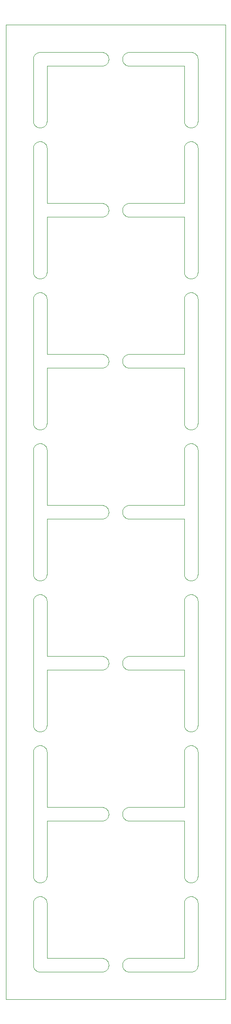
<source format=gm1>
G04 #@! TF.GenerationSoftware,KiCad,Pcbnew,6.0.2+dfsg-1*
G04 #@! TF.CreationDate,2022-10-15T22:16:15-06:00*
G04 #@! TF.ProjectId,ckt-dingdong-spk-array,636b742d-6469-46e6-9764-6f6e672d7370,rev?*
G04 #@! TF.SameCoordinates,Original*
G04 #@! TF.FileFunction,Profile,NP*
%FSLAX46Y46*%
G04 Gerber Fmt 4.6, Leading zero omitted, Abs format (unit mm)*
G04 Created by KiCad (PCBNEW 6.0.2+dfsg-1) date 2022-10-15 22:16:15*
%MOMM*%
%LPD*%
G01*
G04 APERTURE LIST*
G04 #@! TA.AperFunction,Profile*
%ADD10C,0.100000*%
G04 #@! TD*
G04 APERTURE END LIST*
D10*
X20228781Y-37256041D02*
X20259264Y-37202232D01*
X36614213Y-49545813D02*
X36603640Y-49484879D01*
X20406403Y-92883837D02*
X20449047Y-92839047D01*
X32789877Y-187720000D02*
X32851825Y-187721520D01*
X33870735Y-188332232D02*
X33901218Y-188386041D01*
X36876009Y-76420666D02*
X36916403Y-76373837D01*
X21421825Y-64531520D02*
X21483501Y-64536070D01*
X36614213Y-49034186D02*
X36627763Y-48973845D01*
X22206162Y-64856403D02*
X22250952Y-64899047D01*
X48012057Y-103899623D02*
X48012533Y-103899503D01*
X48855519Y-92543657D02*
X48914242Y-92524258D01*
X33802039Y-161810579D02*
X33763990Y-161859333D01*
X49218174Y-173748479D02*
X49156498Y-173743929D01*
X48020000Y-159764413D02*
X48020000Y-149610122D01*
X48014795Y-106441432D02*
X48014362Y-106441201D01*
X48026070Y-149486498D02*
X48033640Y-149425120D01*
X50233596Y-189846162D02*
X50190952Y-189890952D01*
X48346403Y-117456162D02*
X48306009Y-117409333D01*
X33328718Y-76080976D02*
X33383958Y-76108781D01*
X33540579Y-20327960D02*
X33589333Y-20366009D01*
X22620281Y-134388424D02*
X22620209Y-134388909D01*
X33383958Y-106291218D02*
X33328718Y-106319023D01*
X22622250Y-75956018D02*
X22622561Y-75956397D01*
X48017108Y-75956761D02*
X48017438Y-75956397D01*
X20093640Y-60914879D02*
X20086070Y-60853501D01*
X49665757Y-61935741D02*
X49606154Y-61952236D01*
X20589420Y-145562039D02*
X20540666Y-145523990D01*
X37099420Y-190012039D02*
X37050666Y-189973990D01*
X48017108Y-50563238D02*
X48016761Y-50562891D01*
X48741281Y-173629023D02*
X48686041Y-173601218D01*
X49361825Y-64531520D02*
X49423501Y-64536070D01*
X20117763Y-189306154D02*
X20104213Y-189245813D01*
X48093657Y-89094480D02*
X48074258Y-89035757D01*
X48579983Y-117657649D02*
X48529420Y-117622039D01*
X49838718Y-20200976D02*
X49893958Y-20228781D01*
X36603640Y-49484879D02*
X36596070Y-49423501D01*
X37604186Y-106415786D02*
X37543845Y-106402236D01*
X22621685Y-75955216D02*
X22621957Y-75955624D01*
X50464085Y-37367820D02*
X50486342Y-37425519D01*
X22621685Y-48015216D02*
X22621957Y-48015624D01*
X21340122Y-148350000D02*
X21359877Y-148350000D01*
X48019863Y-50569888D02*
X48019839Y-50569398D01*
X48026070Y-37726498D02*
X48033640Y-37665120D01*
X48010601Y-103899839D02*
X48011090Y-103899790D01*
X48019008Y-75953918D02*
X48019196Y-75953465D01*
X33802039Y-20589420D02*
X33837649Y-20639983D01*
X37604186Y-20104213D02*
X37665120Y-20093640D01*
X50347649Y-65089983D02*
X50380735Y-65142232D01*
X48013002Y-106440638D02*
X48012533Y-106440496D01*
X37149983Y-187932350D02*
X37202232Y-187899264D01*
X22635586Y-106440000D02*
X22635340Y-106440003D01*
X22620803Y-131833465D02*
X22620991Y-131833918D01*
X22110579Y-89682039D02*
X22060016Y-89717649D01*
X20080000Y-188999877D02*
X20080000Y-177550122D01*
X48018314Y-103895216D02*
X48018567Y-103894795D01*
X22621957Y-103895624D02*
X22622250Y-103896018D01*
X50486342Y-177125519D02*
X50505741Y-177184242D01*
X50347649Y-61430016D02*
X50312039Y-61480579D01*
X36738781Y-49893958D02*
X36710976Y-49838718D01*
X37604186Y-75984213D02*
X37665120Y-75973640D01*
X34012236Y-104853845D02*
X34025786Y-104914186D01*
X50411218Y-33383958D02*
X50380735Y-33437767D01*
X33272179Y-162224085D02*
X33214480Y-162246342D01*
X36769264Y-48632232D02*
X36802350Y-48579983D01*
X50146162Y-92796403D02*
X50190952Y-92839047D01*
X48010111Y-134380136D02*
X48004659Y-134380003D01*
X37003837Y-189933596D02*
X36959047Y-189890952D01*
X37604186Y-103924213D02*
X37665120Y-103913640D01*
X21340122Y-34050000D02*
X21278174Y-34048479D01*
X21725757Y-148404258D02*
X21784480Y-148423657D01*
X21953958Y-117721218D02*
X21898718Y-117749023D01*
X48020000Y-177550122D02*
X48021520Y-177488174D01*
X33995741Y-133485757D02*
X33976342Y-133544480D01*
X33540579Y-134132039D02*
X33490016Y-134167649D01*
X50312039Y-189750579D02*
X50273990Y-189799333D01*
X36644258Y-20974242D02*
X36663657Y-20915519D01*
X49606154Y-173712236D02*
X49545813Y-173725786D01*
X48013465Y-134380803D02*
X48013002Y-134380638D01*
X21605813Y-145785786D02*
X21544879Y-145796359D01*
X50347649Y-37149983D02*
X50380735Y-37202232D01*
X37367820Y-162224085D02*
X37311281Y-162199023D01*
X48018567Y-103894795D02*
X48018798Y-103894362D01*
X48579983Y-89717649D02*
X48529420Y-89682039D01*
X22627466Y-75959503D02*
X22627942Y-75959623D01*
X36603640Y-21544879D02*
X36596070Y-21483501D01*
X48797820Y-36685914D02*
X48855519Y-36663657D01*
X20080000Y-88669877D02*
X20080000Y-65790122D01*
X22623981Y-131837749D02*
X22624375Y-131838042D01*
X48018567Y-134385204D02*
X48018314Y-134384783D01*
X22620000Y-159764413D02*
X22620003Y-159764659D01*
X22624783Y-131838314D02*
X22625204Y-131838567D01*
X21421825Y-148351520D02*
X21483501Y-148356070D01*
X49361825Y-148351520D02*
X49423501Y-148356070D01*
X49034186Y-36614213D02*
X49095120Y-36603640D01*
X50546359Y-149425120D02*
X50553929Y-149486498D01*
X15006997Y-195339361D02*
X15007466Y-195339503D01*
X22620803Y-22626534D02*
X22620638Y-22626997D01*
X48004659Y-131839996D02*
X48010111Y-131839863D01*
X22621957Y-134384375D02*
X22621685Y-134384783D01*
X22613929Y-65666498D02*
X22618479Y-65728174D01*
X22621685Y-187715216D02*
X22621957Y-187715624D01*
X20175914Y-37367820D02*
X20200976Y-37311281D01*
X50273990Y-33589333D02*
X50233596Y-33636162D01*
X50553929Y-189123501D02*
X50546359Y-189184879D01*
X20449047Y-36959047D02*
X20493837Y-36916403D01*
X22623981Y-187717749D02*
X22624375Y-187718042D01*
X49423501Y-61983929D02*
X49361825Y-61988479D01*
X21216498Y-176296070D02*
X21278174Y-176291520D01*
X15007942Y-15000376D02*
X15007466Y-15000496D01*
X37850122Y-187720000D02*
X48004413Y-187720000D01*
X37850122Y-78500000D02*
X37788174Y-78498479D01*
X48011575Y-162320281D02*
X48011090Y-162320209D01*
X48168781Y-65196041D02*
X48199264Y-65142232D01*
X48019196Y-48013465D02*
X48019361Y-48013002D01*
X20086070Y-149486498D02*
X20093640Y-149425120D01*
X32851825Y-22618479D02*
X32789877Y-22620000D01*
X33272179Y-190164085D02*
X33214480Y-190186342D01*
X22206162Y-36916403D02*
X22250952Y-36959047D01*
X49606154Y-20117763D02*
X49665757Y-20134258D01*
X22627942Y-162320376D02*
X22627466Y-162320496D01*
X15000638Y-195333002D02*
X15000803Y-195333465D01*
X48019863Y-134389888D02*
X48019839Y-134389398D01*
X36802350Y-22060016D02*
X36769264Y-22007767D01*
X33096154Y-103937763D02*
X33155757Y-103954258D01*
X20589420Y-92717960D02*
X20639983Y-92682350D01*
X20080000Y-37850122D02*
X20081520Y-37788174D01*
X34050000Y-77220122D02*
X34050000Y-77239877D01*
X22620991Y-106446081D02*
X22620803Y-106446534D01*
X22007767Y-176469264D02*
X22060016Y-176502350D01*
X36738781Y-77833958D02*
X36710976Y-77778718D01*
X55634362Y-195338798D02*
X55634795Y-195338567D01*
X49280122Y-148350000D02*
X49299877Y-148350000D01*
X32913501Y-159786070D02*
X32974879Y-159793640D01*
X20746041Y-92618781D02*
X20801281Y-92590976D01*
X21544879Y-148363640D02*
X21605813Y-148374213D01*
X37726498Y-22613929D02*
X37665120Y-22606359D01*
X34036359Y-49095120D02*
X34043929Y-49156498D01*
X20228781Y-145143958D02*
X20200976Y-145088718D01*
X37543845Y-50522236D02*
X37484242Y-50505741D01*
X33437767Y-190080735D02*
X33383958Y-190111218D01*
X22440735Y-176902232D02*
X22471218Y-176956041D01*
X48018798Y-22625637D02*
X48018567Y-22625204D01*
X33837649Y-105880016D02*
X33802039Y-105930579D01*
X22625204Y-187718567D02*
X22625637Y-187718798D01*
X37202232Y-20259264D02*
X37256041Y-20228781D01*
X48018314Y-78504783D02*
X48018042Y-78504375D01*
X48017108Y-106443238D02*
X48016761Y-106442891D01*
X50535786Y-60975813D02*
X50522236Y-61036154D01*
X37484242Y-134325741D02*
X37425519Y-134306342D01*
X22635340Y-187719996D02*
X22635586Y-187720000D01*
X33328718Y-20200976D02*
X33383958Y-20228781D01*
X36614213Y-105425813D02*
X36603640Y-105364879D01*
X20692232Y-190080735D02*
X20639983Y-190047649D01*
X22620000Y-50575586D02*
X22620000Y-60729877D01*
X49545813Y-89905786D02*
X49484879Y-89916359D01*
X33214480Y-22546342D02*
X33155757Y-22565741D01*
X36590000Y-77239877D02*
X36590000Y-77220122D01*
X22582236Y-116916154D02*
X22565741Y-116975757D01*
X48140976Y-61268718D02*
X48115914Y-61212179D01*
X49218174Y-92471520D02*
X49280122Y-92470000D01*
X33837649Y-22060016D02*
X33802039Y-22110579D01*
X55624413Y-15000000D02*
X15015586Y-15000000D01*
X33680952Y-106070952D02*
X33636162Y-106113596D01*
X48021520Y-88731825D02*
X48020000Y-88669877D01*
X50558479Y-172551825D02*
X50553929Y-172613501D01*
X33096154Y-75997763D02*
X33155757Y-76014258D01*
X33214480Y-78426342D02*
X33155757Y-78445741D01*
X22524085Y-89152179D02*
X22499023Y-89208718D01*
X20153657Y-20915519D02*
X20175914Y-20857820D01*
X20104213Y-144795813D02*
X20093640Y-144734879D01*
X50553929Y-88793501D02*
X50546359Y-88854879D01*
X48199264Y-33437767D02*
X48168781Y-33383958D01*
X20259264Y-189647767D02*
X20228781Y-189593958D01*
X20104213Y-189245813D02*
X20093640Y-189184879D01*
X50439023Y-33328718D02*
X50411218Y-33383958D01*
X37003837Y-160106403D02*
X37050666Y-160066009D01*
X22620496Y-75952533D02*
X22620638Y-75953002D01*
X48019008Y-78506081D02*
X48018798Y-78505637D01*
X21155120Y-61976359D02*
X21094186Y-61965786D01*
X32913501Y-103906070D02*
X32974879Y-103913640D01*
X48013918Y-103899008D02*
X48014362Y-103898798D01*
X50233596Y-92883837D02*
X50273990Y-92930666D01*
X48019008Y-159773918D02*
X48019196Y-159773465D01*
X20366009Y-117409333D02*
X20327960Y-117360579D01*
X48017438Y-162323602D02*
X48017108Y-162323238D01*
X48529420Y-89682039D02*
X48480666Y-89643990D01*
X34036359Y-77424879D02*
X34025786Y-77485813D01*
X21666154Y-61952236D02*
X21605813Y-61965786D01*
X50050579Y-117622039D02*
X50000016Y-117657649D01*
X50000016Y-148562350D02*
X50050579Y-148597960D01*
X37484242Y-22565741D02*
X37425519Y-22546342D01*
X34048479Y-133038174D02*
X34050000Y-133100122D01*
X48579983Y-120622350D02*
X48632232Y-120589264D01*
X55631090Y-195339790D02*
X55631575Y-195339718D01*
X22627466Y-48019503D02*
X22627942Y-48019623D01*
X33995741Y-104794242D02*
X34012236Y-104853845D01*
X22622891Y-50563238D02*
X22622561Y-50563602D01*
X37484242Y-78445741D02*
X37425519Y-78426342D01*
X20093640Y-65605120D02*
X20104213Y-65544186D01*
X49484879Y-20093640D02*
X49545813Y-20104213D01*
X33272179Y-134284085D02*
X33214480Y-134306342D01*
X20080000Y-116609877D02*
X20080000Y-93730122D01*
X34025786Y-49034186D02*
X34036359Y-49095120D01*
X22629398Y-187719839D02*
X22629888Y-187719863D01*
X22626081Y-78500991D02*
X22625637Y-78501201D01*
X48232350Y-61430016D02*
X48199264Y-61377767D01*
X36591520Y-77158174D02*
X36596070Y-77096498D01*
X48019718Y-162328424D02*
X48019623Y-162327942D01*
X48232350Y-33490016D02*
X48199264Y-33437767D01*
X22440735Y-148962232D02*
X22471218Y-149016041D01*
X50439023Y-149071281D02*
X50464085Y-149127820D01*
X48026070Y-116733501D02*
X48021520Y-116671825D01*
X22629888Y-162320136D02*
X22629398Y-162320160D01*
X48168781Y-145143958D02*
X48140976Y-145088718D01*
X34043929Y-189123501D02*
X34036359Y-189184879D01*
X48010601Y-187719839D02*
X48011090Y-187719790D01*
X34048479Y-105241825D02*
X34043929Y-105303501D01*
X36769264Y-22007767D02*
X36738781Y-21953958D01*
X48016761Y-134382891D02*
X48016397Y-134382561D01*
X50411218Y-149016041D02*
X50439023Y-149071281D01*
X22624375Y-48018042D02*
X22624783Y-48018314D01*
X50439023Y-93191281D02*
X50464085Y-93247820D01*
X49484879Y-64543640D02*
X49545813Y-64554213D01*
X33723596Y-104313837D02*
X33763990Y-104360666D01*
X34012236Y-76913845D02*
X34025786Y-76974186D01*
X36591520Y-105241825D02*
X36590000Y-105179877D01*
X21842179Y-145714085D02*
X21784480Y-145736342D01*
X49034186Y-34025786D02*
X48973845Y-34012236D01*
X37665120Y-75973640D02*
X37726498Y-75966070D01*
X20086070Y-37726498D02*
X20093640Y-37665120D01*
X22407649Y-33490016D02*
X22372039Y-33540579D01*
X48019196Y-78506534D02*
X48019008Y-78506081D01*
X48026070Y-65666498D02*
X48033640Y-65605120D01*
X20134258Y-33155757D02*
X20117763Y-33096154D01*
X21421825Y-176291520D02*
X21483501Y-176296070D01*
X20746041Y-20228781D02*
X20801281Y-20200976D01*
X37850122Y-131840000D02*
X48004413Y-131840000D01*
X48026070Y-93606498D02*
X48033640Y-93545120D01*
X20493837Y-36916403D02*
X20540666Y-36876009D01*
X37099420Y-134132039D02*
X37050666Y-134093990D01*
X50505741Y-89035757D02*
X50486342Y-89094480D01*
X33954085Y-105662179D02*
X33929023Y-105718718D01*
X22626997Y-134380638D02*
X22626534Y-134380803D01*
X33540579Y-132087960D02*
X33589333Y-132126009D01*
X36876009Y-161859333D02*
X36837960Y-161810579D01*
X21033845Y-61952236D02*
X20974242Y-61935741D01*
X48016018Y-162322250D02*
X48015624Y-162321957D01*
X33328718Y-134259023D02*
X33272179Y-134284085D01*
X55633465Y-15000803D02*
X55633002Y-15000638D01*
X36685914Y-105662179D02*
X36663657Y-105604480D01*
X33929023Y-189538718D02*
X33901218Y-189593958D01*
X37425519Y-22546342D02*
X37367820Y-22524085D01*
X22333990Y-176750666D02*
X22372039Y-176799420D01*
X55637438Y-15003602D02*
X55637108Y-15003238D01*
X48973845Y-176327763D02*
X49034186Y-176314213D01*
X22622891Y-22623238D02*
X22622561Y-22623602D01*
X48973845Y-92507763D02*
X49034186Y-92494213D01*
X55630111Y-15000136D02*
X55624659Y-15000003D01*
X34036359Y-132915120D02*
X34043929Y-132976498D01*
X22626081Y-106440991D02*
X22625637Y-106441201D01*
X20175914Y-20857820D02*
X20200976Y-20801281D01*
X21784480Y-64603657D02*
X21842179Y-64625914D01*
X22007767Y-173570735D02*
X21953958Y-173601218D01*
X48529420Y-145562039D02*
X48480666Y-145523990D01*
X50535786Y-144795813D02*
X50522236Y-144856154D01*
X50558479Y-60791825D02*
X50553929Y-60853501D01*
X36596070Y-133243501D02*
X36591520Y-133181825D01*
X21278174Y-61988479D02*
X21216498Y-61983929D01*
X48579983Y-33837649D02*
X48529420Y-33802039D01*
X22565741Y-149244242D02*
X22582236Y-149303845D01*
X50380735Y-176902232D02*
X50411218Y-176956041D01*
X49606154Y-34012236D02*
X49545813Y-34025786D01*
X32913501Y-187726070D02*
X32974879Y-187733640D01*
X22007767Y-89750735D02*
X21953958Y-89781218D01*
X37149983Y-48232350D02*
X37202232Y-48199264D01*
X50439023Y-65251281D02*
X50464085Y-65307820D01*
X22620160Y-131830601D02*
X22620209Y-131831090D01*
X33383958Y-190111218D02*
X33328718Y-190139023D01*
X33437767Y-132019264D02*
X33490016Y-132052350D01*
X20746041Y-145661218D02*
X20692232Y-145630735D01*
X22622250Y-187716018D02*
X22622561Y-187716397D01*
X21725757Y-89875741D02*
X21666154Y-89892236D01*
X48115914Y-33272179D02*
X48093657Y-33214480D01*
X48019790Y-48011090D02*
X48019839Y-48010601D01*
X50000016Y-117657649D02*
X49947767Y-117690735D01*
X33589333Y-106153990D02*
X33540579Y-106192039D01*
X36916403Y-50146162D02*
X36876009Y-50099333D01*
X36837960Y-132349420D02*
X36876009Y-132300666D01*
X33328718Y-190139023D02*
X33272179Y-190164085D01*
X36802350Y-20639983D02*
X36837960Y-20589420D01*
X22613929Y-93606498D02*
X22618479Y-93668174D01*
X22620160Y-134389398D02*
X22620136Y-134389888D01*
X48433837Y-64856403D02*
X48480666Y-64816009D01*
X34036359Y-188795120D02*
X34043929Y-188856498D01*
X48074258Y-89035757D02*
X48057763Y-88976154D01*
X21544879Y-34036359D02*
X21483501Y-34043929D01*
X48033640Y-60914879D02*
X48026070Y-60853501D01*
X22629888Y-159779863D02*
X22635340Y-159779996D01*
X48346403Y-145396162D02*
X48306009Y-145349333D01*
X22333990Y-120870666D02*
X22372039Y-120919420D01*
X49838718Y-117749023D02*
X49782179Y-117774085D01*
X48019008Y-162326081D02*
X48018798Y-162325637D01*
X22582236Y-144856154D02*
X22565741Y-144915757D01*
X50050579Y-173502039D02*
X50000016Y-173537649D01*
X49893958Y-64678781D02*
X49947767Y-64709264D01*
X33272179Y-159875914D02*
X33328718Y-159900976D01*
X48020000Y-162335586D02*
X48019996Y-162335340D01*
X49361825Y-92471520D02*
X49423501Y-92476070D01*
X49838718Y-92590976D02*
X49893958Y-92618781D01*
X22625637Y-162321201D02*
X22625204Y-162321432D01*
X48011575Y-50560281D02*
X48011090Y-50560209D01*
X48015624Y-103898042D02*
X48016018Y-103897749D01*
X21155120Y-148363640D02*
X21216498Y-148356070D01*
X22159333Y-120696009D02*
X22206162Y-120736403D01*
X22546342Y-33214480D02*
X22524085Y-33272179D01*
X49782179Y-36685914D02*
X49838718Y-36710976D01*
X48004659Y-78500003D02*
X48004413Y-78500000D01*
X50380735Y-20692232D02*
X50411218Y-20746041D01*
X20153657Y-89094480D02*
X20134258Y-89035757D01*
X21898718Y-120530976D02*
X21953958Y-120558781D01*
X50146162Y-148676403D02*
X50190952Y-148719047D01*
X21340122Y-117870000D02*
X21278174Y-117868479D01*
X33723596Y-133966162D02*
X33680952Y-134010952D01*
X48017108Y-131836761D02*
X48017438Y-131836397D01*
X20692232Y-176469264D02*
X20746041Y-176438781D01*
X48012533Y-78500496D02*
X48012057Y-78500376D01*
X33383958Y-20228781D02*
X33437767Y-20259264D01*
X33802039Y-22110579D02*
X33763990Y-22159333D01*
X20175914Y-89152179D02*
X20153657Y-89094480D01*
X49545813Y-61965786D02*
X49484879Y-61976359D01*
X22622561Y-50563602D02*
X22622250Y-50563981D01*
X22629888Y-106440136D02*
X22629398Y-106440160D01*
X20228781Y-149016041D02*
X20259264Y-148962232D01*
X33901218Y-20746041D02*
X33929023Y-20801281D01*
X48741281Y-61869023D02*
X48686041Y-61841218D01*
X37202232Y-134200735D02*
X37149983Y-134167649D01*
X22524085Y-177067820D02*
X22546342Y-177125519D01*
X22623238Y-106442891D02*
X22622891Y-106443238D01*
X22620003Y-48004659D02*
X22620136Y-48010111D01*
X49606154Y-117832236D02*
X49545813Y-117845786D01*
X22621201Y-78505637D02*
X22620991Y-78506081D01*
X33901218Y-105773958D02*
X33870735Y-105827767D01*
X48019863Y-75950111D02*
X48019996Y-75944659D01*
X22499023Y-121131281D02*
X22524085Y-121187820D01*
X20746041Y-120558781D02*
X20801281Y-120530976D01*
X48019623Y-48012057D02*
X48019718Y-48011575D01*
X22620281Y-48011575D02*
X22620376Y-48012057D01*
X20692232Y-61810735D02*
X20639983Y-61777649D01*
X22620496Y-78507466D02*
X22620376Y-78507942D01*
X32789877Y-106440000D02*
X22635586Y-106440000D01*
X22622250Y-22623981D02*
X22621957Y-22624375D01*
X34025786Y-104914186D02*
X34036359Y-104975120D01*
X49095120Y-36603640D02*
X49156498Y-36596070D01*
X48199264Y-65142232D02*
X48232350Y-65089983D01*
X22627466Y-103899503D02*
X22627942Y-103899623D01*
X50411218Y-37256041D02*
X50439023Y-37311281D01*
X55639503Y-15007466D02*
X55639361Y-15006997D01*
X48140976Y-37311281D02*
X48168781Y-37256041D01*
X22622561Y-103896397D02*
X22622891Y-103896761D01*
X22620803Y-50566534D02*
X22620638Y-50566997D01*
X48012533Y-75959503D02*
X48013002Y-75959361D01*
X48019361Y-48013002D02*
X48019503Y-48012533D01*
X15003981Y-15002250D02*
X15003602Y-15002561D01*
X48013918Y-187719008D02*
X48014362Y-187718798D01*
X21155120Y-89916359D02*
X21094186Y-89905786D01*
X22635340Y-22620003D02*
X22629888Y-22620136D01*
X20093640Y-116794879D02*
X20086070Y-116733501D01*
X20134258Y-20974242D02*
X20153657Y-20915519D01*
X48389047Y-92839047D02*
X48433837Y-92796403D01*
X37665120Y-131853640D02*
X37726498Y-131846070D01*
X48013465Y-187719196D02*
X48013918Y-187719008D01*
X50099333Y-148636009D02*
X50146162Y-148676403D01*
X22620000Y-65790122D02*
X22620000Y-75944413D01*
X33636162Y-161993596D02*
X33589333Y-162033990D01*
X36802350Y-50000016D02*
X36769264Y-49947767D01*
X20974242Y-89875741D02*
X20915519Y-89856342D01*
X48020000Y-75944413D02*
X48020000Y-65790122D01*
X33437767Y-187899264D02*
X33490016Y-187932350D01*
X50347649Y-189700016D02*
X50312039Y-189750579D01*
X33540579Y-106192039D02*
X33490016Y-106227649D01*
X36837960Y-189750579D02*
X36802350Y-189700016D01*
X37425519Y-187793657D02*
X37484242Y-187774258D01*
X33763990Y-76420666D02*
X33802039Y-76469420D01*
X36644258Y-188614242D02*
X36663657Y-188555519D01*
X33636162Y-20406403D02*
X33680952Y-20449047D01*
X21842179Y-33954085D02*
X21784480Y-33976342D01*
X20228781Y-93136041D02*
X20259264Y-93082232D01*
X22060016Y-36802350D02*
X22110579Y-36837960D01*
X48057763Y-37543845D02*
X48074258Y-37484242D01*
X48389047Y-117500952D02*
X48346403Y-117456162D01*
X21483501Y-117863929D02*
X21421825Y-117868479D01*
X22620000Y-48004413D02*
X22620003Y-48004659D01*
X50099333Y-36876009D02*
X50146162Y-36916403D01*
X50560000Y-88669877D02*
X50558479Y-88731825D01*
X20117763Y-177243845D02*
X20134258Y-177184242D01*
X48044213Y-149364186D02*
X48057763Y-149303845D01*
X48019361Y-106446997D02*
X48019196Y-106446534D01*
X48021520Y-172551825D02*
X48020000Y-172489877D01*
X20915519Y-173676342D02*
X20857820Y-173654085D01*
X22624375Y-134381957D02*
X22623981Y-134382250D01*
X48026070Y-177426498D02*
X48033640Y-177365120D01*
X20327960Y-65039420D02*
X20366009Y-64990666D01*
X22471218Y-37256041D02*
X22499023Y-37311281D01*
X37202232Y-50380735D02*
X37149983Y-50347649D01*
X49838718Y-173629023D02*
X49782179Y-173654085D01*
X36710976Y-49838718D02*
X36685914Y-49782179D01*
X48010601Y-134380160D02*
X48010111Y-134380136D01*
X37050666Y-162033990D02*
X37003837Y-161993596D01*
X36603640Y-160855120D02*
X36614213Y-160794186D01*
X20175914Y-65307820D02*
X20200976Y-65251281D01*
X48019008Y-134386081D02*
X48018798Y-134385637D01*
X20857820Y-145714085D02*
X20801281Y-145689023D01*
X50505741Y-61095757D02*
X50486342Y-61154480D01*
X50439023Y-173028718D02*
X50411218Y-173083958D01*
X36959047Y-188089047D02*
X37003837Y-188046403D01*
X48013918Y-78500991D02*
X48013465Y-78500803D01*
X15006534Y-15000803D02*
X15006081Y-15000991D01*
X50380735Y-173137767D02*
X50347649Y-173190016D01*
X22621957Y-187715624D02*
X22622250Y-187716018D01*
X22622561Y-134383602D02*
X22622250Y-134383981D01*
X48015624Y-106441957D02*
X48015216Y-106441685D01*
X50273990Y-173289333D02*
X50233596Y-173336162D01*
X20117763Y-116916154D02*
X20104213Y-116855813D01*
X50233596Y-117456162D02*
X50190952Y-117500952D01*
X48389047Y-64899047D02*
X48433837Y-64856403D01*
X33929023Y-105718718D02*
X33901218Y-105773958D01*
X21605813Y-36614213D02*
X21666154Y-36627763D01*
X33035813Y-106415786D02*
X32974879Y-106426359D01*
X48267960Y-33540579D02*
X48232350Y-33490016D01*
X20081520Y-93668174D02*
X20086070Y-93606498D01*
X48017438Y-22623602D02*
X48017108Y-22623238D01*
X48346403Y-92883837D02*
X48389047Y-92839047D01*
X22620803Y-48013465D02*
X22620991Y-48013918D01*
X22206162Y-176616403D02*
X22250952Y-176659047D01*
X22626081Y-131839008D02*
X22626534Y-131839196D01*
X32789877Y-48020000D02*
X32851825Y-48021520D01*
X21605813Y-148374213D02*
X21666154Y-148387763D01*
X36685914Y-77722179D02*
X36663657Y-77664480D01*
X37149983Y-50347649D02*
X37099420Y-50312039D01*
X48016397Y-131837438D02*
X48016761Y-131837108D01*
X20540666Y-36876009D02*
X20589420Y-36837960D01*
X48015624Y-159778042D02*
X48016018Y-159777749D01*
X22620376Y-78507942D02*
X22620281Y-78508424D01*
X20081520Y-116671825D02*
X20080000Y-116609877D01*
X37367820Y-134284085D02*
X37311281Y-134259023D01*
X22635340Y-131839996D02*
X22635586Y-131840000D01*
X20366009Y-20540666D02*
X20406403Y-20493837D01*
X22407649Y-176849983D02*
X22440735Y-176902232D01*
X34050000Y-49280122D02*
X34050000Y-49299877D01*
X49545813Y-145785786D02*
X49484879Y-145796359D01*
X48011575Y-187719718D02*
X48012057Y-187719623D01*
X22372039Y-65039420D02*
X22407649Y-65089983D01*
X34036359Y-77035120D02*
X34043929Y-77096498D01*
X36916403Y-189846162D02*
X36876009Y-189799333D01*
X21784480Y-173676342D02*
X21725757Y-173695741D01*
X34036359Y-161244879D02*
X34025786Y-161305813D01*
X48018798Y-106445637D02*
X48018567Y-106445204D01*
X37484242Y-190205741D02*
X37425519Y-190186342D01*
X49280122Y-61990000D02*
X49218174Y-61988479D01*
X48014795Y-187718567D02*
X48015216Y-187718314D01*
X20200976Y-65251281D02*
X20228781Y-65196041D01*
X21359877Y-176290000D02*
X21421825Y-176291520D01*
X48018798Y-131834362D02*
X48019008Y-131833918D01*
X21784480Y-89856342D02*
X21725757Y-89875741D01*
X15007942Y-195339623D02*
X15008424Y-195339718D01*
X49606154Y-61952236D02*
X49545813Y-61965786D01*
X49665757Y-120464258D02*
X49724480Y-120483657D01*
X21605813Y-61965786D02*
X21544879Y-61976359D01*
X36685914Y-21842179D02*
X36663657Y-21784480D01*
X48018042Y-48015624D02*
X48018314Y-48015216D01*
X22626081Y-48019008D02*
X22626534Y-48019196D01*
X37149983Y-134167649D02*
X37099420Y-134132039D01*
X33763990Y-48480666D02*
X33802039Y-48529420D01*
X33328718Y-48140976D02*
X33383958Y-48168781D01*
X37311281Y-50439023D02*
X37256041Y-50411218D01*
X48014795Y-78501432D02*
X48014362Y-78501201D01*
X37850122Y-22620000D02*
X37788174Y-22618479D01*
X36916403Y-160193837D02*
X36959047Y-160149047D01*
X22524085Y-149127820D02*
X22546342Y-149185519D01*
X20104213Y-21094186D02*
X20117763Y-21033845D01*
X22626081Y-187719008D02*
X22626534Y-187719196D01*
X48020000Y-121670122D02*
X48021520Y-121608174D01*
X21784480Y-33976342D02*
X21725757Y-33995741D01*
X22624783Y-159778314D02*
X22625204Y-159778567D01*
X33437767Y-48199264D02*
X33490016Y-48232350D01*
X22628909Y-22620209D02*
X22628424Y-22620281D01*
X48019996Y-75944659D02*
X48020000Y-75944413D01*
X21842179Y-64625914D02*
X21898718Y-64650976D01*
X36710976Y-161598718D02*
X36685914Y-161542179D01*
X20639983Y-148562350D02*
X20692232Y-148529264D01*
X48010111Y-75959863D02*
X48010601Y-75959839D01*
X33096154Y-190222236D02*
X33035813Y-190235786D01*
X37050666Y-76246009D02*
X37099420Y-76207960D01*
X55638042Y-195335624D02*
X55638314Y-195335216D01*
X33995741Y-188614242D02*
X34012236Y-188673845D01*
X49034186Y-61965786D02*
X48973845Y-61952236D01*
X22060016Y-33837649D02*
X22007767Y-33870735D01*
X20080000Y-60729877D02*
X20080000Y-37850122D01*
X33954085Y-48797820D02*
X33976342Y-48855519D01*
X32789877Y-20080000D02*
X32851825Y-20081520D01*
X22159333Y-148636009D02*
X22206162Y-148676403D01*
X22620003Y-162335340D02*
X22620000Y-162335586D01*
X22635340Y-134380003D02*
X22629888Y-134380136D01*
X22613929Y-144673501D02*
X22606359Y-144734879D01*
X33636162Y-189933596D02*
X33589333Y-189973990D01*
X21216498Y-61983929D02*
X21155120Y-61976359D01*
X33328718Y-131960976D02*
X33383958Y-131988781D01*
X48140976Y-65251281D02*
X48168781Y-65196041D01*
X48267960Y-89420579D02*
X48232350Y-89370016D01*
X48306009Y-89469333D02*
X48267960Y-89420579D01*
X22621685Y-106444783D02*
X22621432Y-106445204D01*
X20081520Y-149548174D02*
X20086070Y-149486498D01*
X50558479Y-121608174D02*
X50560000Y-121670122D01*
X48020000Y-103884413D02*
X48020000Y-93730122D01*
X33954085Y-49782179D02*
X33929023Y-49838718D01*
X20153657Y-65365519D02*
X20175914Y-65307820D01*
X22621201Y-103894362D02*
X22621432Y-103894795D01*
X22595786Y-172735813D02*
X22582236Y-172796154D01*
X15001957Y-15004375D02*
X15001685Y-15004783D01*
X50558479Y-65728174D02*
X50560000Y-65790122D01*
X48019718Y-134388424D02*
X48019623Y-134387942D01*
X48014795Y-159778567D02*
X48015216Y-159778314D01*
X48019996Y-159764659D02*
X48020000Y-159764413D01*
X22606359Y-172674879D02*
X22595786Y-172735813D01*
X48016761Y-162322891D02*
X48016397Y-162322561D01*
X22621432Y-22625204D02*
X22621201Y-22625637D01*
X22624375Y-78501957D02*
X22623981Y-78502250D01*
X55636761Y-195337108D02*
X55637108Y-195336761D01*
X55637108Y-195336761D02*
X55637438Y-195336397D01*
X22620376Y-131832057D02*
X22620496Y-131832533D01*
X21278174Y-34048479D02*
X21216498Y-34043929D01*
X32851825Y-131841520D02*
X32913501Y-131846070D01*
X48026070Y-144673501D02*
X48021520Y-144611825D01*
X33680952Y-22250952D02*
X33636162Y-22293596D01*
X34025786Y-49545813D02*
X34012236Y-49606154D01*
X37850122Y-20080000D02*
X49299877Y-20080000D01*
X22620136Y-131830111D02*
X22620160Y-131830601D01*
X48015216Y-134381685D02*
X48014795Y-134381432D01*
X48004659Y-50560003D02*
X48004413Y-50560000D01*
X37256041Y-190111218D02*
X37202232Y-190080735D01*
X49893958Y-89781218D02*
X49838718Y-89809023D01*
X48018042Y-22624375D02*
X48017749Y-22623981D01*
X33540579Y-160027960D02*
X33589333Y-160066009D01*
X50000016Y-120622350D02*
X50050579Y-120657960D01*
X48044213Y-88915813D02*
X48033640Y-88854879D01*
X22635340Y-162320003D02*
X22629888Y-162320136D01*
X48004659Y-75959996D02*
X48010111Y-75959863D01*
X22620209Y-187711090D02*
X22620281Y-187711575D01*
X55639996Y-195324659D02*
X55640000Y-195324413D01*
X22620991Y-134386081D02*
X22620803Y-134386534D01*
X37256041Y-104048781D02*
X37311281Y-104020976D01*
X34025786Y-105425813D02*
X34012236Y-105486154D01*
X50439023Y-89208718D02*
X50411218Y-89263958D01*
X33763990Y-105979333D02*
X33723596Y-106026162D01*
X20589420Y-173502039D02*
X20540666Y-173463990D01*
X36876009Y-22159333D02*
X36837960Y-22110579D01*
X22606359Y-60914879D02*
X22595786Y-60975813D01*
X20081520Y-121608174D02*
X20086070Y-121546498D01*
X48016761Y-78502891D02*
X48016397Y-78502561D01*
X21033845Y-20117763D02*
X21094186Y-20104213D01*
X48579983Y-173537649D02*
X48529420Y-173502039D01*
X48686041Y-120558781D02*
X48741281Y-120530976D01*
X36959047Y-78130952D02*
X36916403Y-78086162D01*
X33214480Y-103973657D02*
X33272179Y-103995914D01*
X55633465Y-195339196D02*
X55633918Y-195339008D01*
X36591520Y-105098174D02*
X36596070Y-105036498D01*
X36959047Y-48389047D02*
X37003837Y-48346403D01*
X50560000Y-188999877D02*
X50558479Y-189061825D01*
X20974242Y-148404258D02*
X21033845Y-148387763D01*
X37099420Y-48267960D02*
X37149983Y-48232350D01*
X22007767Y-92649264D02*
X22060016Y-92682350D01*
X22565741Y-89035757D02*
X22546342Y-89094480D01*
X20259264Y-37202232D02*
X20292350Y-37149983D01*
X21725757Y-61935741D02*
X21666154Y-61952236D01*
X48015216Y-106441685D02*
X48014795Y-106441432D01*
X48010111Y-48019863D02*
X48010601Y-48019839D01*
X22623602Y-50562561D02*
X22623238Y-50562891D01*
X48018798Y-50565637D02*
X48018567Y-50565204D01*
X48017108Y-22623238D02*
X48016761Y-22622891D01*
X22333990Y-145349333D02*
X22293596Y-145396162D01*
X34025786Y-161305813D02*
X34012236Y-161366154D01*
X37367820Y-20175914D02*
X37425519Y-20153657D01*
X22620803Y-78506534D02*
X22620638Y-78506997D01*
X15008424Y-195339718D02*
X15008909Y-195339790D01*
X48973845Y-120447763D02*
X49034186Y-120434213D01*
X48019839Y-134389398D02*
X48019790Y-134388909D01*
X22620376Y-75952057D02*
X22620496Y-75952533D01*
X21544879Y-117856359D02*
X21483501Y-117863929D01*
X36837960Y-161810579D02*
X36802350Y-161760016D01*
X20801281Y-36710976D02*
X20857820Y-36685914D01*
X22622561Y-162323602D02*
X22622250Y-162323981D01*
X50273990Y-176750666D02*
X50312039Y-176799420D01*
X49299877Y-34050000D02*
X49280122Y-34050000D01*
X22629398Y-22620160D02*
X22628909Y-22620209D01*
X48018798Y-159774362D02*
X48019008Y-159773918D01*
X15009398Y-195339839D02*
X15009888Y-195339863D01*
X48433837Y-148676403D02*
X48480666Y-148636009D01*
X15004375Y-15001957D02*
X15003981Y-15002250D01*
X22595786Y-88915813D02*
X22582236Y-88976154D01*
X21094186Y-190235786D02*
X21033845Y-190222236D01*
X55631575Y-15000281D02*
X55631090Y-15000209D01*
X22606359Y-93545120D02*
X22613929Y-93606498D01*
X37003837Y-76286403D02*
X37050666Y-76246009D01*
X22007767Y-33870735D02*
X21953958Y-33901218D01*
X48019839Y-50569398D02*
X48019790Y-50568909D01*
X22621201Y-48014362D02*
X22621432Y-48014795D01*
X33929023Y-20801281D02*
X33954085Y-20857820D01*
X22620000Y-88669877D02*
X22618479Y-88731825D01*
X50190952Y-33680952D02*
X50146162Y-33723596D01*
X20086070Y-116733501D02*
X20081520Y-116671825D01*
X48011090Y-78500209D02*
X48010601Y-78500160D01*
X48016018Y-159777749D02*
X48016397Y-159777438D01*
X20117763Y-88976154D02*
X20104213Y-88915813D01*
X55636761Y-15002891D02*
X55636397Y-15002561D01*
X22620000Y-134395586D02*
X22620000Y-144549877D01*
X33763990Y-104360666D02*
X33802039Y-104409420D01*
X20589420Y-117622039D02*
X20540666Y-117583990D01*
X21666154Y-148387763D02*
X21725757Y-148404258D01*
X33954085Y-189482179D02*
X33929023Y-189538718D01*
X49361825Y-190258479D02*
X49299877Y-190260000D01*
X22627942Y-48019623D02*
X22628424Y-48019718D01*
X21666154Y-117832236D02*
X21605813Y-117845786D01*
X50312039Y-117360579D02*
X50273990Y-117409333D01*
X48015216Y-159778314D02*
X48015624Y-159778042D01*
X48012057Y-78500376D02*
X48011575Y-78500281D01*
X37543845Y-162282236D02*
X37484242Y-162265741D01*
X20292350Y-148909983D02*
X20327960Y-148859420D01*
X50546359Y-189184879D02*
X50535786Y-189245813D01*
X50411218Y-145143958D02*
X50380735Y-145197767D01*
X33870735Y-133767767D02*
X33837649Y-133820016D01*
X48019718Y-159771575D02*
X48019790Y-159771090D01*
X48019503Y-103892533D02*
X48019623Y-103892057D01*
X33680952Y-188089047D02*
X33723596Y-188133837D01*
X50000016Y-92682350D02*
X50050579Y-92717960D01*
X50233596Y-20493837D02*
X50273990Y-20540666D01*
X49361825Y-120411520D02*
X49423501Y-120416070D01*
X48020000Y-37850122D02*
X48021520Y-37788174D01*
X50560000Y-121670122D02*
X50560000Y-144549877D01*
X48004413Y-131840000D02*
X48004659Y-131839996D01*
X22499023Y-145088718D02*
X22471218Y-145143958D01*
X48016018Y-48017749D02*
X48016397Y-48017438D01*
X20134258Y-37484242D02*
X20153657Y-37425519D01*
X48016018Y-106442250D02*
X48015624Y-106441957D01*
X48168781Y-89263958D02*
X48140976Y-89208718D01*
X48017749Y-103896018D02*
X48018042Y-103895624D01*
X20449047Y-117500952D02*
X20406403Y-117456162D01*
X50560000Y-177550122D02*
X50560000Y-188999877D01*
X37003837Y-104226403D02*
X37050666Y-104186009D01*
X20327960Y-89420579D02*
X20292350Y-89370016D01*
X49361825Y-89928479D02*
X49299877Y-89930000D01*
X33383958Y-134231218D02*
X33328718Y-134259023D01*
X37850122Y-190260000D02*
X37788174Y-190258479D01*
X22110579Y-61742039D02*
X22060016Y-61777649D01*
X22626997Y-50560638D02*
X22626534Y-50560803D01*
X36663657Y-21784480D02*
X36644258Y-21725757D01*
X21725757Y-64584258D02*
X21784480Y-64603657D01*
X22620496Y-50567466D02*
X22620376Y-50567942D01*
X48017108Y-103896761D02*
X48017438Y-103896397D01*
X22624375Y-159778042D02*
X22624783Y-159778314D01*
X20104213Y-60975813D02*
X20093640Y-60914879D01*
X48018567Y-187714795D02*
X48018798Y-187714362D01*
X34043929Y-160916498D02*
X34048479Y-160978174D01*
X50273990Y-37050666D02*
X50312039Y-37099420D01*
X22546342Y-117034480D02*
X22524085Y-117092179D01*
X37149983Y-76172350D02*
X37202232Y-76139264D01*
X34043929Y-77096498D02*
X34048479Y-77158174D01*
X22620160Y-162329398D02*
X22620136Y-162329888D01*
X22546342Y-93305519D02*
X22565741Y-93364242D01*
X22623981Y-103897749D02*
X22624375Y-103898042D01*
X33155757Y-78445741D02*
X33096154Y-78462236D01*
X33155757Y-20134258D02*
X33214480Y-20153657D01*
X22627466Y-22620496D02*
X22626997Y-22620638D01*
X50312039Y-65039420D02*
X50347649Y-65089983D01*
X20540666Y-145523990D02*
X20493837Y-145483596D01*
X48855519Y-176363657D02*
X48914242Y-176344258D01*
X48232350Y-176849983D02*
X48267960Y-176799420D01*
X20153657Y-37425519D02*
X20175914Y-37367820D01*
X48480666Y-33763990D02*
X48433837Y-33723596D01*
X22618479Y-65728174D02*
X22620000Y-65790122D01*
X22629888Y-22620136D02*
X22629888Y-22620136D01*
X48018798Y-78505637D02*
X48018567Y-78505204D01*
X22626534Y-131839196D02*
X22626997Y-131839361D01*
X15000003Y-195324659D02*
X15000136Y-195330111D01*
X22524085Y-93247820D02*
X22546342Y-93305519D01*
X33723596Y-106026162D02*
X33680952Y-106070952D01*
X20104213Y-116855813D02*
X20093640Y-116794879D01*
X37484242Y-50505741D02*
X37425519Y-50486342D01*
X21421825Y-34048479D02*
X21359877Y-34050000D01*
X21216498Y-34043929D02*
X21155120Y-34036359D01*
X36876009Y-104360666D02*
X36916403Y-104313837D01*
X48018042Y-131835624D02*
X48018314Y-131835216D01*
X22620281Y-162328424D02*
X22620209Y-162328909D01*
X21421825Y-120411520D02*
X21483501Y-120416070D01*
X22620000Y-121670122D02*
X22620000Y-131824413D01*
X32913501Y-50553929D02*
X32851825Y-50558479D01*
X22627466Y-50560496D02*
X22626997Y-50560638D01*
X50522236Y-189306154D02*
X50505741Y-189365757D01*
X20692232Y-120589264D02*
X20746041Y-120558781D01*
X48093657Y-177125519D02*
X48115914Y-177067820D01*
X21094186Y-120434213D02*
X21155120Y-120423640D01*
X33870735Y-105827767D02*
X33837649Y-105880016D01*
X49095120Y-64543640D02*
X49156498Y-64536070D01*
X33870735Y-48632232D02*
X33901218Y-48686041D01*
X34043929Y-21483501D02*
X34036359Y-21544879D01*
X20080000Y-32789877D02*
X20080000Y-21340122D01*
X22629888Y-22620136D02*
X22629398Y-22620160D01*
X33976342Y-48855519D02*
X33995741Y-48914242D01*
X20117763Y-149303845D02*
X20134258Y-149244242D01*
X33096154Y-134342236D02*
X33035813Y-134355786D01*
X22625637Y-22621201D02*
X22625204Y-22621432D01*
X48017749Y-187716018D02*
X48018042Y-187715624D01*
X48480666Y-64816009D02*
X48529420Y-64777960D01*
X36644258Y-132734242D02*
X36663657Y-132675519D01*
X22625204Y-78501432D02*
X22624783Y-78501685D01*
X22613929Y-177426498D02*
X22618479Y-177488174D01*
X22620003Y-50575340D02*
X22620000Y-50575586D01*
X48019361Y-103893002D02*
X48019503Y-103892533D01*
X48013918Y-75959008D02*
X48014362Y-75958798D01*
X55639718Y-15008424D02*
X55639623Y-15007942D01*
X22623238Y-50562891D02*
X22622891Y-50563238D01*
X48074258Y-144915757D02*
X48057763Y-144856154D01*
X21898718Y-176410976D02*
X21953958Y-176438781D01*
X50522236Y-21033845D02*
X50535786Y-21094186D01*
X15000003Y-15015340D02*
X15000000Y-15015586D01*
X55639361Y-15006997D02*
X55639196Y-15006534D01*
X37788174Y-75961520D02*
X37850122Y-75960000D01*
X21483501Y-89923929D02*
X21421825Y-89928479D01*
X49838718Y-145689023D02*
X49782179Y-145714085D01*
X37788174Y-20081520D02*
X37850122Y-20080000D01*
X48013918Y-159779008D02*
X48014362Y-159778798D01*
X49156498Y-145803929D02*
X49095120Y-145796359D01*
X22628424Y-50560281D02*
X22627942Y-50560376D01*
X33837649Y-104459983D02*
X33870735Y-104512232D01*
X21359877Y-64530000D02*
X21359877Y-64530000D01*
X22622250Y-106443981D02*
X22621957Y-106444375D01*
X48168781Y-121076041D02*
X48199264Y-121022232D01*
X22620496Y-131832533D02*
X22620638Y-131833002D01*
X50558479Y-144611825D02*
X50553929Y-144673501D01*
X37311281Y-22499023D02*
X37256041Y-22471218D01*
X48973845Y-145772236D02*
X48914242Y-145755741D01*
X48004413Y-106440000D02*
X37850122Y-106440000D01*
X48013002Y-187719361D02*
X48013465Y-187719196D01*
X50522236Y-33096154D02*
X50505741Y-33155757D01*
X48019790Y-78508909D02*
X48019718Y-78508424D01*
X48013002Y-159779361D02*
X48013465Y-159779196D01*
X20540666Y-120696009D02*
X20589420Y-120657960D01*
X22407649Y-61430016D02*
X22372039Y-61480579D01*
X50522236Y-88976154D02*
X50505741Y-89035757D01*
X15003238Y-15002891D02*
X15002891Y-15003238D01*
X49947767Y-190080735D02*
X49893958Y-190111218D01*
X48019839Y-131830601D02*
X48019863Y-131830111D01*
X37367820Y-187815914D02*
X37425519Y-187793657D01*
X49156498Y-92476070D02*
X49218174Y-92471520D01*
X49724480Y-64603657D02*
X49782179Y-64625914D01*
X20366009Y-148810666D02*
X20406403Y-148763837D01*
X22110579Y-145562039D02*
X22060016Y-145597649D01*
X20366009Y-33589333D02*
X20327960Y-33540579D01*
X34036359Y-104975120D02*
X34043929Y-105036498D01*
X37149983Y-162107649D02*
X37099420Y-162072039D01*
X50380735Y-93082232D02*
X50411218Y-93136041D01*
X48011090Y-106440209D02*
X48010601Y-106440160D01*
X20857820Y-36685914D02*
X20915519Y-36663657D01*
X48014362Y-78501201D02*
X48013918Y-78500991D01*
X48033640Y-88854879D02*
X48026070Y-88793501D01*
X22623602Y-131837438D02*
X22623981Y-131837749D01*
X37484242Y-131894258D02*
X37543845Y-131877763D01*
X48480666Y-61703990D02*
X48433837Y-61663596D01*
X22620003Y-131824659D02*
X22620136Y-131830111D01*
X22440735Y-33437767D02*
X22407649Y-33490016D01*
X34050000Y-133119877D02*
X34048479Y-133181825D01*
X50050579Y-176537960D02*
X50099333Y-176576009D01*
X22606359Y-32974879D02*
X22595786Y-33035813D01*
X22627466Y-106440496D02*
X22626997Y-106440638D01*
X50464085Y-89152179D02*
X50439023Y-89208718D01*
X20134258Y-177184242D02*
X20153657Y-177125519D01*
X22622250Y-78503981D02*
X22621957Y-78504375D01*
X36644258Y-105545757D02*
X36627763Y-105486154D01*
X50190952Y-92839047D02*
X50233596Y-92883837D01*
X37149983Y-159992350D02*
X37202232Y-159959264D01*
X50464085Y-121187820D02*
X50486342Y-121245519D01*
X48632232Y-92649264D02*
X48686041Y-92618781D01*
X20692232Y-64709264D02*
X20746041Y-64678781D01*
X22546342Y-37425519D02*
X22565741Y-37484242D01*
X36663657Y-133544480D02*
X36644258Y-133485757D01*
X48019503Y-75952533D02*
X48019623Y-75952057D01*
X22613929Y-116733501D02*
X22606359Y-116794879D01*
X50190952Y-117500952D02*
X50146162Y-117543596D01*
X32789877Y-162320000D02*
X22635586Y-162320000D01*
X21483501Y-36596070D02*
X21544879Y-36603640D01*
X48018314Y-106444783D02*
X48018042Y-106444375D01*
X20327960Y-37099420D02*
X20366009Y-37050666D01*
X22620376Y-48012057D02*
X22620496Y-48012533D01*
X15006997Y-15000638D02*
X15006534Y-15000803D01*
X48018314Y-159775216D02*
X48018567Y-159774795D01*
X21155120Y-117856359D02*
X21094186Y-117845786D01*
X48019839Y-106449398D02*
X48019790Y-106448909D01*
X20692232Y-20259264D02*
X20746041Y-20228781D01*
X20175914Y-121187820D02*
X20200976Y-121131281D01*
X20104213Y-149364186D02*
X20117763Y-149303845D01*
X49782179Y-148445914D02*
X49838718Y-148470976D01*
X20327960Y-145300579D02*
X20292350Y-145250016D01*
X48306009Y-120870666D02*
X48346403Y-120823837D01*
X48013002Y-78500638D02*
X48012533Y-78500496D01*
X22621957Y-159775624D02*
X22622250Y-159776018D01*
X48010111Y-75959863D02*
X48010111Y-75959863D01*
X36591520Y-133181825D02*
X36590000Y-133119877D01*
X22159333Y-36876009D02*
X22206162Y-36916403D01*
X20134258Y-149244242D02*
X20153657Y-149185519D01*
X20449047Y-176659047D02*
X20493837Y-176616403D01*
X49947767Y-64709264D02*
X50000016Y-64742350D01*
X22620000Y-93730122D02*
X22620000Y-103884413D01*
X49484879Y-145796359D02*
X49423501Y-145803929D01*
X49423501Y-117863929D02*
X49361825Y-117868479D01*
X50190952Y-173380952D02*
X50146162Y-173423596D01*
X21544879Y-92483640D02*
X21605813Y-92494213D01*
X49606154Y-145772236D02*
X49545813Y-145785786D01*
X22621432Y-48014795D02*
X22621685Y-48015216D01*
X48267960Y-37099420D02*
X48306009Y-37050666D01*
X48074258Y-177184242D02*
X48093657Y-177125519D01*
X37604186Y-78475786D02*
X37543845Y-78462236D01*
X36614213Y-76974186D02*
X36627763Y-76913845D01*
X20639983Y-117657649D02*
X20589420Y-117622039D01*
X33272179Y-50464085D02*
X33214480Y-50486342D01*
X48018567Y-162325204D02*
X48018314Y-162324783D01*
X33035813Y-187744213D02*
X33096154Y-187757763D01*
X33763990Y-161859333D02*
X33723596Y-161906162D01*
X33837649Y-160339983D02*
X33870735Y-160392232D01*
X15002250Y-195336018D02*
X15002561Y-195336397D01*
X22621432Y-106445204D02*
X22621201Y-106445637D01*
X21278174Y-173748479D02*
X21216498Y-173743929D01*
X22159333Y-33763990D02*
X22110579Y-33802039D01*
X21544879Y-120423640D02*
X21605813Y-120434213D01*
X50190952Y-64899047D02*
X50233596Y-64943837D01*
X37788174Y-159781520D02*
X37850122Y-159780000D01*
X20857820Y-64625914D02*
X20915519Y-64603657D01*
X50273990Y-92930666D02*
X50312039Y-92979420D01*
X22623981Y-75957749D02*
X22624375Y-75958042D01*
X48014795Y-50561432D02*
X48014362Y-50561201D01*
X33901218Y-49893958D02*
X33870735Y-49947767D01*
X33870735Y-189647767D02*
X33837649Y-189700016D01*
X20086070Y-177426498D02*
X20093640Y-177365120D01*
X37726498Y-103906070D02*
X37788174Y-103901520D01*
X22621201Y-162325637D02*
X22620991Y-162326081D01*
X33929023Y-77778718D02*
X33901218Y-77833958D01*
X48093657Y-33214480D02*
X48074258Y-33155757D01*
X37543845Y-20117763D02*
X37604186Y-20104213D01*
X48389047Y-36959047D02*
X48433837Y-36916403D01*
X22623602Y-134382561D02*
X22623238Y-134382891D01*
X33437767Y-104079264D02*
X33490016Y-104112350D01*
X48115914Y-149127820D02*
X48140976Y-149071281D01*
X22620003Y-75944659D02*
X22620136Y-75950111D01*
X48011090Y-75959790D02*
X48011575Y-75959718D01*
X15000209Y-195331090D02*
X15000281Y-195331575D01*
X48018567Y-50565204D02*
X48018314Y-50564783D01*
X20406403Y-64943837D02*
X20449047Y-64899047D01*
X49545813Y-64554213D02*
X49606154Y-64567763D01*
X22625637Y-187718798D02*
X22626081Y-187719008D01*
X22627942Y-22620376D02*
X22627466Y-22620496D01*
X48797820Y-176385914D02*
X48855519Y-176363657D01*
X48019361Y-187713002D02*
X48019503Y-187712533D01*
X48004413Y-134380000D02*
X37850122Y-134380000D01*
X50439023Y-145088718D02*
X50411218Y-145143958D01*
X22629398Y-50560160D02*
X22628909Y-50560209D01*
X48057763Y-93423845D02*
X48074258Y-93364242D01*
X36802350Y-48579983D02*
X36837960Y-48529420D01*
X22440735Y-117257767D02*
X22407649Y-117310016D01*
X49423501Y-34043929D02*
X49361825Y-34048479D01*
X48019503Y-134387466D02*
X48019361Y-134386997D01*
X37311281Y-78379023D02*
X37256041Y-78351218D01*
X50190952Y-61620952D02*
X50146162Y-61663596D01*
X50347649Y-89370016D02*
X50312039Y-89420579D01*
X48199264Y-117257767D02*
X48168781Y-117203958D01*
X32851825Y-20081520D02*
X32913501Y-20086070D01*
X22440735Y-61377767D02*
X22407649Y-61430016D01*
X48232350Y-37149983D02*
X48267960Y-37099420D01*
X36591520Y-189061825D02*
X36590000Y-188999877D01*
X48018798Y-48014362D02*
X48019008Y-48013918D01*
X33589333Y-50273990D02*
X33540579Y-50312039D01*
X21340122Y-92470000D02*
X21359877Y-92470000D01*
X21359877Y-36590000D02*
X21421825Y-36591520D01*
X22620281Y-131831575D02*
X22620376Y-131832057D01*
X22620136Y-48010111D02*
X22620160Y-48010601D01*
X22620000Y-75944413D02*
X22620003Y-75944659D01*
X36590000Y-133119877D02*
X36590000Y-133100122D01*
X36837960Y-50050579D02*
X36802350Y-50000016D01*
X33763990Y-133919333D02*
X33723596Y-133966162D01*
X55639839Y-15009398D02*
X55639790Y-15008909D01*
X50486342Y-93305519D02*
X50505741Y-93364242D01*
X15000000Y-15015586D02*
X15000000Y-195324413D01*
X15008424Y-15000281D02*
X15007942Y-15000376D01*
X48632232Y-176469264D02*
X48686041Y-176438781D01*
X48267960Y-145300579D02*
X48232350Y-145250016D01*
X37099420Y-132087960D02*
X37149983Y-132052350D01*
X50486342Y-33214480D02*
X50464085Y-33272179D01*
X22613929Y-37726498D02*
X22618479Y-37788174D01*
X21544879Y-64543640D02*
X21605813Y-64554213D01*
X21544879Y-61976359D02*
X21483501Y-61983929D01*
X20259264Y-89317767D02*
X20228781Y-89263958D01*
X20153657Y-189424480D02*
X20134258Y-189365757D01*
X50560000Y-116609877D02*
X50558479Y-116671825D01*
X36738781Y-21953958D02*
X36710976Y-21898718D01*
X49484879Y-61976359D02*
X49423501Y-61983929D01*
X48010111Y-159779863D02*
X48010601Y-159779839D01*
X22635586Y-22620000D02*
X22635340Y-22620003D01*
X55639790Y-15008909D02*
X55639718Y-15008424D01*
X20857820Y-190164085D02*
X20801281Y-190139023D01*
X22627942Y-50560376D02*
X22627466Y-50560496D01*
X48093657Y-117034480D02*
X48074258Y-116975757D01*
X37050666Y-188006009D02*
X37099420Y-187967960D01*
X22625637Y-134381201D02*
X22625204Y-134381432D01*
X36614213Y-161305813D02*
X36603640Y-161244879D01*
X48019996Y-134395340D02*
X48019863Y-134389888D01*
X22626534Y-50560803D02*
X22626081Y-50560991D01*
X50553929Y-144673501D02*
X50546359Y-144734879D01*
X33837649Y-20639983D02*
X33870735Y-20692232D01*
X36876009Y-133919333D02*
X36837960Y-133870579D01*
X55639996Y-15015340D02*
X55639863Y-15009888D01*
X48014362Y-134381201D02*
X48013918Y-134380991D01*
X36959047Y-50190952D02*
X36916403Y-50146162D01*
X21953958Y-64678781D02*
X22007767Y-64709264D01*
X49545813Y-20104213D02*
X49606154Y-20117763D01*
X33490016Y-162107649D02*
X33437767Y-162140735D01*
X22628424Y-106440281D02*
X22627942Y-106440376D01*
X36916403Y-161906162D02*
X36876009Y-161859333D01*
X48012057Y-134380376D02*
X48011575Y-134380281D01*
X37425519Y-162246342D02*
X37367820Y-162224085D01*
X22250952Y-89560952D02*
X22206162Y-89603596D01*
X48579983Y-176502350D02*
X48632232Y-176469264D01*
X36603640Y-132915120D02*
X36614213Y-132854186D01*
X48018314Y-187715216D02*
X48018567Y-187714795D01*
X15009888Y-15000136D02*
X15009398Y-15000160D01*
X37788174Y-131841520D02*
X37850122Y-131840000D01*
X50505741Y-116975757D02*
X50486342Y-117034480D01*
X37788174Y-50558479D02*
X37726498Y-50553929D01*
X37850122Y-48020000D02*
X48004413Y-48020000D01*
X36802350Y-76519983D02*
X36837960Y-76469420D01*
X33636162Y-134053596D02*
X33589333Y-134093990D01*
X33383958Y-104048781D02*
X33437767Y-104079264D01*
X50553929Y-149486498D02*
X50558479Y-149548174D01*
X48914242Y-176344258D02*
X48973845Y-176327763D01*
X48013918Y-162320991D02*
X48013465Y-162320803D01*
X49545813Y-148374213D02*
X49606154Y-148387763D01*
X21953958Y-120558781D02*
X22007767Y-120589264D01*
X33802039Y-189750579D02*
X33763990Y-189799333D01*
X22620000Y-37850122D02*
X22620000Y-48004413D01*
X48011575Y-131839718D02*
X48012057Y-131839623D01*
X22620209Y-106448909D02*
X22620160Y-106449398D01*
X49299877Y-64530000D02*
X49361825Y-64531520D01*
X15001685Y-15004783D02*
X15001432Y-15005204D01*
X22333990Y-33589333D02*
X22293596Y-33636162D01*
X15000160Y-195330601D02*
X15000209Y-195331090D01*
X22635340Y-50560003D02*
X22629888Y-50560136D01*
X49893958Y-92618781D02*
X49947767Y-92649264D01*
X48015216Y-187718314D02*
X48015624Y-187718042D01*
X33763990Y-78039333D02*
X33723596Y-78086162D01*
X48306009Y-148810666D02*
X48346403Y-148763837D01*
X20086070Y-60853501D02*
X20081520Y-60791825D01*
X22613929Y-32913501D02*
X22606359Y-32974879D01*
X34036359Y-49484879D02*
X34025786Y-49545813D01*
X22628909Y-75959790D02*
X22629398Y-75959839D01*
X49484879Y-173736359D02*
X49423501Y-173743929D01*
X34050000Y-105160122D02*
X34050000Y-105179877D01*
X49299877Y-173750000D02*
X49280122Y-173750000D01*
X48019361Y-75953002D02*
X48019503Y-75952533D01*
X50560000Y-37850122D02*
X50560000Y-60729877D01*
X34050000Y-49299877D02*
X34048479Y-49361825D01*
X55634795Y-195338567D02*
X55635216Y-195338314D01*
X36627763Y-160733845D02*
X36644258Y-160674242D01*
X50273990Y-64990666D02*
X50312039Y-65039420D01*
X36738781Y-189593958D02*
X36710976Y-189538718D01*
X22624375Y-162321957D02*
X22623981Y-162322250D01*
X49606154Y-190222236D02*
X49545813Y-190235786D01*
X48016397Y-134382561D02*
X48016018Y-134382250D01*
X37256041Y-78351218D02*
X37202232Y-78320735D01*
X15005204Y-195338567D02*
X15005637Y-195338798D01*
X48199264Y-37202232D02*
X48232350Y-37149983D01*
X22623238Y-159777108D02*
X22623602Y-159777438D01*
X48019839Y-78509398D02*
X48019790Y-78508909D01*
X48011090Y-162320209D02*
X48010601Y-162320160D01*
X48020000Y-88669877D02*
X48020000Y-78515586D01*
X48015624Y-162321957D02*
X48015216Y-162321685D01*
X20228781Y-121076041D02*
X20259264Y-121022232D01*
X22159333Y-89643990D02*
X22110579Y-89682039D01*
X33763990Y-188180666D02*
X33802039Y-188229420D01*
X22620496Y-103892533D02*
X22620638Y-103893002D01*
X50464085Y-20857820D02*
X50486342Y-20915519D01*
X37726498Y-159786070D02*
X37788174Y-159781520D01*
X48033640Y-177365120D02*
X48044213Y-177304186D01*
X21725757Y-36644258D02*
X21784480Y-36663657D01*
X36916403Y-48433837D02*
X36959047Y-48389047D01*
X37367820Y-106344085D02*
X37311281Y-106319023D01*
X48480666Y-120696009D02*
X48529420Y-120657960D01*
X37256041Y-50411218D02*
X37202232Y-50380735D01*
X32974879Y-22606359D02*
X32913501Y-22613929D01*
X22582236Y-149303845D02*
X22595786Y-149364186D01*
X37050666Y-78213990D02*
X37003837Y-78173596D01*
X22159333Y-61703990D02*
X22110579Y-61742039D01*
X36596070Y-77096498D02*
X36603640Y-77035120D01*
X22620136Y-106449888D02*
X22620003Y-106455340D01*
X22620376Y-50567942D02*
X22620281Y-50568424D01*
X37149983Y-106227649D02*
X37099420Y-106192039D01*
X50522236Y-37543845D02*
X50535786Y-37604186D01*
X33035813Y-162295786D02*
X32974879Y-162306359D01*
X36627763Y-21666154D02*
X36614213Y-21605813D01*
X48855519Y-148423657D02*
X48914242Y-148404258D01*
X48074258Y-33155757D02*
X48057763Y-33096154D01*
X48021520Y-93668174D02*
X48026070Y-93606498D01*
X20134258Y-144915757D02*
X20117763Y-144856154D01*
X48057763Y-61036154D02*
X48044213Y-60975813D01*
X37604186Y-190235786D02*
X37543845Y-190222236D01*
X36627763Y-161366154D02*
X36614213Y-161305813D01*
X22635586Y-134380000D02*
X22635340Y-134380003D01*
X37425519Y-134306342D02*
X37367820Y-134284085D01*
X20153657Y-149185519D02*
X20175914Y-149127820D01*
X21340122Y-20080000D02*
X32789877Y-20080000D01*
X33723596Y-50146162D02*
X33680952Y-50190952D01*
X33636162Y-50233596D02*
X33589333Y-50273990D01*
X33870735Y-132452232D02*
X33901218Y-132506041D01*
X36614213Y-189245813D02*
X36603640Y-189184879D01*
X55630601Y-195339839D02*
X55631090Y-195339790D01*
X50099333Y-64816009D02*
X50146162Y-64856403D01*
X34012236Y-77546154D02*
X33995741Y-77605757D01*
X34012236Y-49606154D02*
X33995741Y-49665757D01*
X22250952Y-61620952D02*
X22206162Y-61663596D01*
X48914242Y-148404258D02*
X48973845Y-148387763D01*
X48019196Y-134386534D02*
X48019008Y-134386081D01*
X20801281Y-176410976D02*
X20857820Y-176385914D01*
X50546359Y-121485120D02*
X50553929Y-121546498D01*
X21340122Y-89930000D02*
X21278174Y-89928479D01*
X48973845Y-64567763D02*
X49034186Y-64554213D01*
X20801281Y-173629023D02*
X20746041Y-173601218D01*
X48004413Y-48020000D02*
X48004659Y-48019996D01*
X22620000Y-78515586D02*
X22620000Y-88669877D01*
X48012057Y-162320376D02*
X48011575Y-162320281D01*
X33035813Y-134355786D02*
X32974879Y-134366359D01*
X15015340Y-195339996D02*
X15015586Y-195340000D01*
X48057763Y-144856154D02*
X48044213Y-144795813D01*
X33328718Y-187840976D02*
X33383958Y-187868781D01*
X36802350Y-77940016D02*
X36769264Y-77887767D01*
X33383958Y-22471218D02*
X33328718Y-22499023D01*
X48015624Y-131838042D02*
X48016018Y-131837749D01*
X36685914Y-132617820D02*
X36710976Y-132561281D01*
X21842179Y-176385914D02*
X21898718Y-176410976D01*
X22621432Y-187714795D02*
X22621685Y-187715216D01*
X50190952Y-20449047D02*
X50233596Y-20493837D01*
X20801281Y-148470976D02*
X20857820Y-148445914D01*
X37367820Y-131935914D02*
X37425519Y-131913657D01*
X20200976Y-89208718D02*
X20175914Y-89152179D01*
X21033845Y-36627763D02*
X21094186Y-36614213D01*
X32789877Y-134380000D02*
X22635586Y-134380000D01*
X49545813Y-92494213D02*
X49606154Y-92507763D01*
X21898718Y-61869023D02*
X21842179Y-61894085D01*
X36837960Y-105930579D02*
X36802350Y-105880016D01*
X22499023Y-33328718D02*
X22471218Y-33383958D01*
X37484242Y-76014258D02*
X37543845Y-75997763D01*
X50312039Y-33540579D02*
X50273990Y-33589333D01*
X20175914Y-177067820D02*
X20200976Y-177011281D01*
X21094186Y-34025786D02*
X21033845Y-34012236D01*
X49280122Y-120410000D02*
X49299877Y-120410000D01*
X50505741Y-37484242D02*
X50522236Y-37543845D01*
X22620003Y-103884659D02*
X22620136Y-103890111D01*
X22333990Y-89469333D02*
X22293596Y-89516162D01*
X34012236Y-160733845D02*
X34025786Y-160794186D01*
X36710976Y-21898718D02*
X36685914Y-21842179D01*
X20857820Y-20175914D02*
X20915519Y-20153657D01*
X21605813Y-64554213D02*
X21666154Y-64567763D01*
X50233596Y-64943837D02*
X50273990Y-64990666D01*
X22629888Y-103899863D02*
X22635340Y-103899996D01*
X37311281Y-76080976D02*
X37367820Y-76055914D01*
X36644258Y-161425757D02*
X36627763Y-161366154D01*
X22620376Y-106447942D02*
X22620281Y-106448424D01*
X22621201Y-22625637D02*
X22620991Y-22626081D01*
X49299877Y-190260000D02*
X37850122Y-190260000D01*
X55639839Y-195330601D02*
X55639863Y-195330111D01*
X15001201Y-195334362D02*
X15001432Y-195334795D01*
X34012236Y-189306154D02*
X33995741Y-189365757D01*
X49361825Y-20081520D02*
X49423501Y-20086070D01*
X32974879Y-131853640D02*
X33035813Y-131864213D01*
X22620209Y-162328909D02*
X22620160Y-162329398D01*
X48168781Y-33383958D02*
X48140976Y-33328718D01*
X22595786Y-177304186D02*
X22606359Y-177365120D01*
X20915519Y-64603657D02*
X20974242Y-64584258D01*
X48019196Y-50566534D02*
X48019008Y-50566081D01*
X22628909Y-103899790D02*
X22629398Y-103899839D01*
X22618479Y-177488174D02*
X22620000Y-177550122D01*
X21340122Y-61990000D02*
X21278174Y-61988479D01*
X20086070Y-21216498D02*
X20093640Y-21155120D01*
X15000803Y-15006534D02*
X15000638Y-15006997D01*
X22250952Y-173380952D02*
X22206162Y-173423596D01*
X36627763Y-76913845D02*
X36644258Y-76854242D01*
X49423501Y-176296070D02*
X49484879Y-176303640D01*
X37788174Y-187721520D02*
X37850122Y-187720000D01*
X48010111Y-50560136D02*
X48004659Y-50560003D01*
X48004413Y-187720000D02*
X48004659Y-187719996D01*
X36876009Y-20540666D02*
X36916403Y-20493837D01*
X48018042Y-75955624D02*
X48018314Y-75955216D01*
X48019839Y-162329398D02*
X48019790Y-162328909D01*
X37850122Y-162320000D02*
X37788174Y-162318479D01*
X22372039Y-61480579D02*
X22333990Y-61529333D01*
X50190952Y-189890952D02*
X50146162Y-189933596D01*
X21340122Y-120410000D02*
X21359877Y-120410000D01*
X22625637Y-78501201D02*
X22625204Y-78501432D01*
X36837960Y-133870579D02*
X36802350Y-133820016D01*
X20589420Y-20327960D02*
X20639983Y-20292350D01*
X21155120Y-145796359D02*
X21094186Y-145785786D01*
X50312039Y-89420579D02*
X50273990Y-89469333D01*
X22372039Y-92979420D02*
X22407649Y-93029983D01*
X48013918Y-131839008D02*
X48014362Y-131838798D01*
X48018567Y-131834795D02*
X48018798Y-131834362D01*
X37367820Y-78404085D02*
X37311281Y-78379023D01*
X20366009Y-64990666D02*
X20406403Y-64943837D01*
X22623981Y-22622250D02*
X22623602Y-22622561D01*
X48480666Y-176576009D02*
X48529420Y-176537960D01*
X21784480Y-117796342D02*
X21725757Y-117815741D01*
X36644258Y-49665757D02*
X36627763Y-49606154D01*
X48632232Y-33870735D02*
X48579983Y-33837649D01*
X36685914Y-133602179D02*
X36663657Y-133544480D01*
X20200976Y-33328718D02*
X20175914Y-33272179D01*
X48015624Y-75958042D02*
X48016018Y-75957749D01*
X48140976Y-89208718D02*
X48115914Y-89152179D01*
X49034186Y-148374213D02*
X49095120Y-148363640D01*
X20449047Y-145440952D02*
X20406403Y-145396162D01*
X22627466Y-78500496D02*
X22626997Y-78500638D01*
X22250952Y-148719047D02*
X22293596Y-148763837D01*
X50505741Y-93364242D02*
X50522236Y-93423845D01*
X48004659Y-159779996D02*
X48010111Y-159779863D01*
X50233596Y-37003837D02*
X50273990Y-37050666D01*
X48741281Y-89809023D02*
X48686041Y-89781218D01*
X33096154Y-48057763D02*
X33155757Y-48074258D01*
X20449047Y-173380952D02*
X20406403Y-173336162D01*
X49724480Y-190186342D02*
X49665757Y-190205741D01*
X21842179Y-92565914D02*
X21898718Y-92590976D01*
X55638798Y-195334362D02*
X55639008Y-195333918D01*
X36627763Y-132793845D02*
X36644258Y-132734242D01*
X48013002Y-50560638D02*
X48012533Y-50560496D01*
X20406403Y-33636162D02*
X20366009Y-33589333D01*
X34012236Y-21666154D02*
X33995741Y-21725757D01*
X20153657Y-121245519D02*
X20175914Y-121187820D01*
X22333990Y-37050666D02*
X22372039Y-37099420D01*
X33929023Y-104621281D02*
X33954085Y-104677820D01*
X50050579Y-120657960D02*
X50099333Y-120696009D01*
X48010111Y-22620136D02*
X48004659Y-22620003D01*
X22110579Y-120657960D02*
X22159333Y-120696009D01*
X34050000Y-188999877D02*
X34048479Y-189061825D01*
X20259264Y-65142232D02*
X20292350Y-65089983D01*
X20081520Y-37788174D02*
X20086070Y-37726498D01*
X49665757Y-176344258D02*
X49724480Y-176363657D01*
X48010111Y-131839863D02*
X48010111Y-131839863D01*
X32789877Y-131840000D02*
X32851825Y-131841520D01*
X49218174Y-176291520D02*
X49280122Y-176290000D01*
X33096154Y-187757763D02*
X33155757Y-187774258D01*
X50347649Y-173190016D02*
X50312039Y-173240579D01*
X20104213Y-172735813D02*
X20093640Y-172674879D01*
X33636162Y-76286403D02*
X33680952Y-76329047D01*
X36837960Y-104409420D02*
X36876009Y-104360666D01*
X48012057Y-131839623D02*
X48012533Y-131839503D01*
X48012533Y-103899503D02*
X48013002Y-103899361D01*
X48017438Y-187716397D02*
X48017749Y-187716018D01*
X55634362Y-15001201D02*
X55633918Y-15000991D01*
X48033640Y-116794879D02*
X48026070Y-116733501D01*
X48973845Y-61952236D02*
X48914242Y-61935741D01*
X36802350Y-132399983D02*
X36837960Y-132349420D01*
X48015624Y-22621957D02*
X48015216Y-22621685D01*
X37050666Y-160066009D02*
X37099420Y-160027960D01*
X48017749Y-50563981D02*
X48017438Y-50563602D01*
X49423501Y-89923929D02*
X49361825Y-89928479D01*
X36710976Y-132561281D02*
X36738781Y-132506041D01*
X48019996Y-187704659D02*
X48020000Y-187704413D01*
X55634795Y-15001432D02*
X55634362Y-15001201D01*
X48017438Y-48016397D02*
X48017749Y-48016018D01*
X50233596Y-33636162D02*
X50190952Y-33680952D01*
X48016018Y-75957749D02*
X48016397Y-75957438D01*
X49838718Y-64650976D02*
X49893958Y-64678781D01*
X48021520Y-116671825D02*
X48020000Y-116609877D01*
X22293596Y-61576162D02*
X22250952Y-61620952D01*
X22595786Y-33035813D02*
X22582236Y-33096154D01*
X48019839Y-103890601D02*
X48019863Y-103890111D01*
X50560000Y-93730122D02*
X50560000Y-116609877D01*
X49361825Y-117868479D02*
X49299877Y-117870000D01*
X20153657Y-177125519D02*
X20175914Y-177067820D01*
X22635586Y-159780000D02*
X32789877Y-159780000D01*
X50558479Y-116671825D02*
X50553929Y-116733501D01*
X20104213Y-88915813D02*
X20093640Y-88854879D01*
X37850122Y-50560000D02*
X37788174Y-50558479D01*
X22620209Y-75951090D02*
X22620281Y-75951575D01*
X22622891Y-187716761D02*
X22623238Y-187717108D01*
X33680952Y-20449047D02*
X33723596Y-20493837D01*
X48015216Y-131838314D02*
X48015624Y-131838042D01*
X50050579Y-33802039D02*
X50000016Y-33837649D01*
X22293596Y-120823837D02*
X22333990Y-120870666D01*
X50553929Y-93606498D02*
X50558479Y-93668174D01*
X22627466Y-159779503D02*
X22627942Y-159779623D01*
X21725757Y-120464258D02*
X21784480Y-120483657D01*
X20081520Y-177488174D02*
X20086070Y-177426498D01*
X48017108Y-159776761D02*
X48017438Y-159776397D01*
X20327960Y-148859420D02*
X20366009Y-148810666D01*
X49724480Y-61916342D02*
X49665757Y-61935741D01*
X22407649Y-37149983D02*
X22440735Y-37202232D01*
X34043929Y-105036498D02*
X34048479Y-105098174D01*
X22546342Y-89094480D02*
X22524085Y-89152179D01*
X55639863Y-15009888D02*
X55639839Y-15009398D01*
X21278174Y-148351520D02*
X21340122Y-148350000D01*
X33437767Y-159959264D02*
X33490016Y-159992350D01*
X48267960Y-120919420D02*
X48306009Y-120870666D01*
X22627942Y-103899623D02*
X22628424Y-103899718D01*
X22623238Y-75957108D02*
X22623602Y-75957438D01*
X36603640Y-49095120D02*
X36614213Y-49034186D01*
X22499023Y-177011281D02*
X22524085Y-177067820D01*
X48914242Y-145755741D02*
X48855519Y-145736342D01*
X20093640Y-149425120D02*
X20104213Y-149364186D01*
X48389047Y-61620952D02*
X48346403Y-61576162D01*
X20915519Y-89856342D02*
X20857820Y-89834085D01*
X20406403Y-117456162D02*
X20366009Y-117409333D01*
X37202232Y-190080735D02*
X37149983Y-190047649D01*
X48019503Y-48012533D02*
X48019623Y-48012057D01*
X36591520Y-49361825D02*
X36590000Y-49299877D01*
X20327960Y-33540579D02*
X20292350Y-33490016D01*
X20974242Y-145755741D02*
X20915519Y-145736342D01*
X21421825Y-92471520D02*
X21483501Y-92476070D01*
X20406403Y-173336162D02*
X20366009Y-173289333D01*
X33901218Y-132506041D02*
X33929023Y-132561281D01*
X49838718Y-33929023D02*
X49782179Y-33954085D01*
X22628909Y-78500209D02*
X22628424Y-78500281D01*
X48019196Y-131833465D02*
X48019361Y-131833002D01*
X36916403Y-20493837D02*
X36959047Y-20449047D01*
X34043929Y-49423501D02*
X34036359Y-49484879D01*
X22620991Y-187713918D02*
X22621201Y-187714362D01*
X32913501Y-48026070D02*
X32974879Y-48033640D01*
X33763990Y-160240666D02*
X33802039Y-160289420D01*
X33035813Y-48044213D02*
X33096154Y-48057763D01*
X49606154Y-92507763D02*
X49665757Y-92524258D01*
X20493837Y-61663596D02*
X20449047Y-61620952D01*
X22565741Y-144915757D02*
X22546342Y-144974480D01*
X48346403Y-120823837D02*
X48389047Y-120779047D01*
X20540666Y-92756009D02*
X20589420Y-92717960D01*
X37311281Y-106319023D02*
X37256041Y-106291218D01*
X33870735Y-77887767D02*
X33837649Y-77940016D01*
X34012236Y-161366154D02*
X33995741Y-161425757D01*
X36710976Y-20801281D02*
X36738781Y-20746041D01*
X50146162Y-20406403D02*
X50190952Y-20449047D01*
X34043929Y-161183501D02*
X34036359Y-161244879D01*
X20228781Y-61323958D02*
X20200976Y-61268718D01*
X36596070Y-188856498D02*
X36603640Y-188795120D01*
X22471218Y-89263958D02*
X22440735Y-89317767D01*
X50553929Y-65666498D02*
X50558479Y-65728174D01*
X32913501Y-78493929D02*
X32851825Y-78498479D01*
X20857820Y-173654085D02*
X20801281Y-173629023D01*
X15009888Y-195339863D02*
X15015340Y-195339996D01*
X20259264Y-121022232D02*
X20292350Y-120969983D01*
X48346403Y-173336162D02*
X48306009Y-173289333D01*
X22293596Y-92883837D02*
X22333990Y-92930666D01*
X33589333Y-188006009D02*
X33636162Y-188046403D01*
X34025786Y-77485813D02*
X34012236Y-77546154D01*
X49218174Y-64531520D02*
X49280122Y-64530000D01*
X21359877Y-145810000D02*
X21340122Y-145810000D01*
X49782179Y-120505914D02*
X49838718Y-120530976D01*
X37604186Y-50535786D02*
X37543845Y-50522236D01*
X49724480Y-176363657D02*
X49782179Y-176385914D01*
X33837649Y-133820016D02*
X33802039Y-133870579D01*
X22620160Y-103890601D02*
X22620209Y-103891090D01*
X22635340Y-103899996D02*
X22635586Y-103900000D01*
X32913501Y-162313929D02*
X32851825Y-162318479D01*
X48632232Y-89750735D02*
X48579983Y-89717649D01*
X21421825Y-117868479D02*
X21359877Y-117870000D01*
X22624783Y-22621685D02*
X22624375Y-22621957D01*
X33155757Y-103954258D02*
X33214480Y-103973657D01*
X36916403Y-76373837D02*
X36959047Y-76329047D01*
X20746041Y-117721218D02*
X20692232Y-117690735D01*
X22524085Y-121187820D02*
X22546342Y-121245519D01*
X36738781Y-132506041D02*
X36769264Y-132452232D01*
X34025786Y-188734186D02*
X34036359Y-188795120D01*
X49606154Y-120447763D02*
X49665757Y-120464258D01*
X21421825Y-145808479D02*
X21359877Y-145810000D01*
X22628909Y-50560209D02*
X22628424Y-50560281D01*
X21155120Y-190246359D02*
X21094186Y-190235786D01*
X21483501Y-61983929D02*
X21421825Y-61988479D01*
X37543845Y-134342236D02*
X37484242Y-134325741D01*
X20081520Y-144611825D02*
X20080000Y-144549877D01*
X49782179Y-190164085D02*
X49724480Y-190186342D01*
X22622561Y-22623602D02*
X22622250Y-22623981D01*
X48914242Y-64584258D02*
X48973845Y-64567763D01*
X48632232Y-120589264D02*
X48686041Y-120558781D01*
X48579983Y-145597649D02*
X48529420Y-145562039D01*
X22250952Y-92839047D02*
X22293596Y-92883837D01*
X22620376Y-103892057D02*
X22620496Y-103892533D01*
X21898718Y-148470976D02*
X21953958Y-148498781D01*
X20080000Y-172489877D02*
X20080000Y-149610122D01*
X37484242Y-159834258D02*
X37543845Y-159817763D01*
X48010601Y-48019839D02*
X48011090Y-48019790D01*
X22159333Y-173463990D02*
X22110579Y-173502039D01*
X22635586Y-48020000D02*
X32789877Y-48020000D01*
X49665757Y-20134258D02*
X49724480Y-20153657D01*
X15000496Y-195332533D02*
X15000638Y-195333002D01*
X22471218Y-61323958D02*
X22440735Y-61377767D01*
X36663657Y-160615519D02*
X36685914Y-160557820D01*
X22471218Y-149016041D02*
X22499023Y-149071281D01*
X36596070Y-49156498D02*
X36603640Y-49095120D01*
X22620000Y-22635586D02*
X22620000Y-32789877D01*
X20153657Y-61154480D02*
X20134258Y-61095757D01*
X22250952Y-120779047D02*
X22293596Y-120823837D01*
X22620496Y-162327466D02*
X22620376Y-162327942D01*
X32789877Y-75960000D02*
X32851825Y-75961520D01*
X22620991Y-103893918D02*
X22621201Y-103894362D01*
X50000016Y-190047649D02*
X49947767Y-190080735D01*
X37050666Y-22333990D02*
X37003837Y-22293596D01*
X22623238Y-162322891D02*
X22622891Y-162323238D01*
X20259264Y-145197767D02*
X20228781Y-145143958D01*
X48016018Y-187717749D02*
X48016397Y-187717438D01*
X48306009Y-173289333D02*
X48267960Y-173240579D01*
X48017438Y-50563602D02*
X48017108Y-50563238D01*
X22620376Y-22627942D02*
X22620281Y-22628424D01*
X49299877Y-36590000D02*
X49361825Y-36591520D01*
X50347649Y-117310016D02*
X50312039Y-117360579D01*
X48020000Y-134395586D02*
X48019996Y-134395340D01*
X37425519Y-131913657D02*
X37484242Y-131894258D01*
X22595786Y-116855813D02*
X22582236Y-116916154D01*
X15000991Y-195333918D02*
X15001201Y-195334362D01*
X20915519Y-145736342D02*
X20857820Y-145714085D01*
X37367820Y-103995914D02*
X37425519Y-103973657D01*
X48019996Y-78515340D02*
X48019863Y-78509888D01*
X22407649Y-173190016D02*
X22372039Y-173240579D01*
X20857820Y-61894085D02*
X20801281Y-61869023D01*
X20104213Y-37604186D02*
X20117763Y-37543845D01*
X22622561Y-78503602D02*
X22622250Y-78503981D01*
X50535786Y-88915813D02*
X50522236Y-88976154D01*
X20406403Y-89516162D02*
X20366009Y-89469333D01*
X49423501Y-20086070D02*
X49484879Y-20093640D01*
X36837960Y-20589420D02*
X36876009Y-20540666D01*
X50464085Y-189482179D02*
X50439023Y-189538718D01*
X22627942Y-134380376D02*
X22627466Y-134380496D01*
X20228781Y-189593958D02*
X20200976Y-189538718D01*
X22159333Y-176576009D02*
X22206162Y-176616403D01*
X50553929Y-121546498D02*
X50558479Y-121608174D01*
X50546359Y-37665120D02*
X50553929Y-37726498D01*
X33929023Y-160501281D02*
X33954085Y-160557820D01*
X33589333Y-132126009D02*
X33636162Y-132166403D01*
X22620209Y-78508909D02*
X22620160Y-78509398D01*
X20406403Y-120823837D02*
X20449047Y-120779047D01*
X22007767Y-145630735D02*
X21953958Y-145661218D01*
X48014795Y-22621432D02*
X48014362Y-22621201D01*
X49218174Y-148351520D02*
X49280122Y-148350000D01*
X22621201Y-134385637D02*
X22620991Y-134386081D01*
X33035813Y-103924213D02*
X33096154Y-103937763D01*
X49280122Y-36590000D02*
X49299877Y-36590000D01*
X48632232Y-145630735D02*
X48579983Y-145597649D01*
X48686041Y-36738781D02*
X48741281Y-36710976D01*
X49724480Y-36663657D02*
X49782179Y-36685914D01*
X48306009Y-92930666D02*
X48346403Y-92883837D01*
X22606359Y-149425120D02*
X22613929Y-149486498D01*
X20134258Y-93364242D02*
X20153657Y-93305519D01*
X22620003Y-187704659D02*
X22620136Y-187710111D01*
X22582236Y-61036154D02*
X22565741Y-61095757D01*
X37726498Y-20086070D02*
X37788174Y-20081520D01*
X36663657Y-132675519D02*
X36685914Y-132617820D01*
X49218174Y-61988479D02*
X49156498Y-61983929D01*
X20974242Y-117815741D02*
X20915519Y-117796342D01*
X22623238Y-78502891D02*
X22622891Y-78503238D01*
X33837649Y-76519983D02*
X33870735Y-76572232D01*
X50486342Y-117034480D02*
X50464085Y-117092179D01*
X21784480Y-61916342D02*
X21725757Y-61935741D01*
X48797820Y-89834085D02*
X48741281Y-89809023D01*
X48019863Y-159770111D02*
X48019996Y-159764659D01*
X48044213Y-177304186D02*
X48057763Y-177243845D01*
X22595786Y-37604186D02*
X22606359Y-37665120D01*
X21666154Y-92507763D02*
X21725757Y-92524258D01*
X36603640Y-188795120D02*
X36614213Y-188734186D01*
X48057763Y-65483845D02*
X48074258Y-65424242D01*
X33383958Y-50411218D02*
X33328718Y-50439023D01*
X48033640Y-32974879D02*
X48026070Y-32913501D01*
X48013918Y-106440991D02*
X48013465Y-106440803D01*
X50464085Y-145032179D02*
X50439023Y-145088718D01*
X20117763Y-93423845D02*
X20134258Y-93364242D01*
X20540666Y-189973990D02*
X20493837Y-189933596D01*
X36596070Y-21483501D02*
X36591520Y-21421825D01*
X48115914Y-117092179D02*
X48093657Y-117034480D01*
X36738781Y-104566041D02*
X36769264Y-104512232D01*
X48797820Y-61894085D02*
X48741281Y-61869023D01*
X48480666Y-173463990D02*
X48433837Y-173423596D01*
X55631090Y-15000209D02*
X55630601Y-15000160D01*
X49423501Y-190253929D02*
X49361825Y-190258479D01*
X15000803Y-195333465D02*
X15000991Y-195333918D01*
X22620136Y-75950111D02*
X22620160Y-75950601D01*
X48044213Y-172735813D02*
X48033640Y-172674879D01*
X49280122Y-34050000D02*
X49218174Y-34048479D01*
X21216498Y-36596070D02*
X21278174Y-36591520D01*
X49893958Y-190111218D02*
X49838718Y-190139023D01*
X20589420Y-176537960D02*
X20639983Y-176502350D01*
X34050000Y-21359877D02*
X34048479Y-21421825D01*
X50522236Y-121363845D02*
X50535786Y-121424186D01*
X20915519Y-33976342D02*
X20857820Y-33954085D01*
X22582236Y-65483845D02*
X22595786Y-65544186D01*
X20175914Y-172972179D02*
X20153657Y-172914480D01*
X50535786Y-177304186D02*
X50546359Y-177365120D01*
X22635586Y-187720000D02*
X32789877Y-187720000D01*
X55639503Y-195332533D02*
X55639623Y-195332057D01*
X36710976Y-76681281D02*
X36738781Y-76626041D01*
X50312039Y-120919420D02*
X50347649Y-120969983D01*
X20086070Y-172613501D02*
X20081520Y-172551825D01*
X22250952Y-176659047D02*
X22293596Y-176703837D01*
X49724480Y-33976342D02*
X49665757Y-33995741D01*
X37788174Y-48021520D02*
X37850122Y-48020000D01*
X49095120Y-61976359D02*
X49034186Y-61965786D01*
X22628424Y-78500281D02*
X22627942Y-78500376D01*
X33636162Y-104226403D02*
X33680952Y-104269047D01*
X50546359Y-88854879D02*
X50535786Y-88915813D01*
X36738781Y-160446041D02*
X36769264Y-160392232D01*
X48140976Y-117148718D02*
X48115914Y-117092179D01*
X37726498Y-187726070D02*
X37788174Y-187721520D01*
X33901218Y-76626041D02*
X33929023Y-76681281D01*
X33272179Y-106344085D02*
X33214480Y-106366342D01*
X22620281Y-75951575D02*
X22620376Y-75952057D01*
X33870735Y-104512232D02*
X33901218Y-104566041D01*
X37256041Y-162171218D02*
X37202232Y-162140735D01*
X22626534Y-22620803D02*
X22626081Y-22620991D01*
X33540579Y-104147960D02*
X33589333Y-104186009D01*
X22293596Y-173336162D02*
X22250952Y-173380952D01*
X49095120Y-120423640D02*
X49156498Y-120416070D01*
X49665757Y-148404258D02*
X49724480Y-148423657D01*
X50190952Y-145440952D02*
X50146162Y-145483596D01*
X48004659Y-106440003D02*
X48004413Y-106440000D01*
X48033640Y-172674879D02*
X48026070Y-172613501D01*
X22623602Y-75957438D02*
X22623981Y-75957749D01*
X20589420Y-190012039D02*
X20540666Y-189973990D01*
X15000209Y-15008909D02*
X15000160Y-15009398D01*
X36837960Y-76469420D02*
X36876009Y-76420666D01*
X21421825Y-89928479D02*
X21359877Y-89930000D01*
X22635586Y-103900000D02*
X32789877Y-103900000D01*
X48579983Y-61777649D02*
X48529420Y-61742039D01*
X22622891Y-48016761D02*
X22623238Y-48017108D01*
X49724480Y-89856342D02*
X49665757Y-89875741D01*
X37003837Y-106113596D02*
X36959047Y-106070952D01*
X48389047Y-148719047D02*
X48433837Y-148676403D01*
X33995741Y-160674242D02*
X34012236Y-160733845D01*
X48016397Y-162322561D02*
X48016018Y-162322250D01*
X36685914Y-20857820D02*
X36710976Y-20801281D01*
X49947767Y-89750735D02*
X49893958Y-89781218D01*
X22626534Y-106440803D02*
X22626081Y-106440991D01*
X48019863Y-78509888D02*
X48019839Y-78509398D01*
X48017438Y-131836397D02*
X48017749Y-131836018D01*
X48014362Y-50561201D02*
X48013918Y-50560991D01*
X33870735Y-161707767D02*
X33837649Y-161760016D01*
X20080000Y-21340122D02*
X20081520Y-21278174D01*
X15000281Y-195331575D02*
X15000376Y-195332057D01*
X21666154Y-120447763D02*
X21725757Y-120464258D01*
X50560000Y-65790122D02*
X50560000Y-88669877D01*
X36916403Y-132253837D02*
X36959047Y-132209047D01*
X50190952Y-89560952D02*
X50146162Y-89603596D01*
X48004659Y-162320003D02*
X48004413Y-162320000D01*
X49545813Y-36614213D02*
X49606154Y-36627763D01*
X48019718Y-75951575D02*
X48019790Y-75951090D01*
X22625204Y-50561432D02*
X22624783Y-50561685D01*
X48433837Y-173423596D02*
X48389047Y-173380952D01*
X33540579Y-22372039D02*
X33490016Y-22407649D01*
X48018042Y-159775624D02*
X48018314Y-159775216D01*
X48074258Y-61095757D02*
X48057763Y-61036154D01*
X49838718Y-190139023D02*
X49782179Y-190164085D01*
X21898718Y-64650976D02*
X21953958Y-64678781D01*
X22620000Y-106455586D02*
X22620000Y-116609877D01*
X32851825Y-159781520D02*
X32913501Y-159786070D01*
X20093640Y-32974879D02*
X20086070Y-32913501D01*
X22623238Y-48017108D02*
X22623602Y-48017438D01*
X48010601Y-50560160D02*
X48010111Y-50560136D01*
X36614213Y-160794186D02*
X36627763Y-160733845D01*
X48016018Y-134382250D02*
X48015624Y-134381957D01*
X48015216Y-50561685D02*
X48014795Y-50561432D01*
X22499023Y-93191281D02*
X22524085Y-93247820D01*
X22620803Y-159773465D02*
X22620991Y-159773918D01*
X48012057Y-22620376D02*
X48011575Y-22620281D01*
X33763990Y-132300666D02*
X33802039Y-132349420D01*
X21666154Y-34012236D02*
X21605813Y-34025786D01*
X21155120Y-20093640D02*
X21216498Y-20086070D01*
X20366009Y-92930666D02*
X20406403Y-92883837D01*
X20746041Y-33901218D02*
X20692232Y-33870735D01*
X49156498Y-176296070D02*
X49218174Y-176291520D01*
X34050000Y-161059877D02*
X34048479Y-161121825D01*
X22628424Y-134380281D02*
X22627942Y-134380376D01*
X22471218Y-65196041D02*
X22499023Y-65251281D01*
X20093640Y-21155120D02*
X20104213Y-21094186D01*
X36590000Y-105179877D02*
X36590000Y-105160122D01*
X21094186Y-145785786D02*
X21033845Y-145772236D01*
X22625637Y-75958798D02*
X22626081Y-75959008D01*
X36837960Y-188229420D02*
X36876009Y-188180666D01*
X22628424Y-159779718D02*
X22628909Y-159779790D01*
X55637749Y-195336018D02*
X55638042Y-195335624D01*
X48011090Y-103899790D02*
X48011575Y-103899718D01*
X49299877Y-89930000D02*
X49280122Y-89930000D01*
X48741281Y-148470976D02*
X48797820Y-148445914D01*
X48019718Y-50568424D02*
X48019623Y-50567942D01*
X20589420Y-36837960D02*
X20639983Y-36802350D01*
X33837649Y-189700016D02*
X33802039Y-189750579D01*
X50099333Y-173463990D02*
X50050579Y-173502039D01*
X36644258Y-21725757D02*
X36627763Y-21666154D01*
X33328718Y-22499023D02*
X33272179Y-22524085D01*
X36627763Y-49606154D02*
X36614213Y-49545813D01*
X21953958Y-61841218D02*
X21898718Y-61869023D01*
X48026070Y-121546498D02*
X48033640Y-121485120D01*
X50535786Y-65544186D02*
X50546359Y-65605120D01*
X50233596Y-145396162D02*
X50190952Y-145440952D01*
X37665120Y-78486359D02*
X37604186Y-78475786D01*
X22623238Y-134382891D02*
X22622891Y-134383238D01*
X48914242Y-36644258D02*
X48973845Y-36627763D01*
X48433837Y-176616403D02*
X48480666Y-176576009D01*
X33723596Y-22206162D02*
X33680952Y-22250952D01*
X22613929Y-88793501D02*
X22606359Y-88854879D01*
X48018042Y-162324375D02*
X48017749Y-162323981D01*
X20540666Y-33763990D02*
X20493837Y-33723596D01*
X49299877Y-61990000D02*
X49280122Y-61990000D01*
X48529420Y-33802039D02*
X48480666Y-33763990D01*
X22565741Y-116975757D02*
X22546342Y-117034480D01*
X33383958Y-131988781D02*
X33437767Y-132019264D01*
X34025786Y-21094186D02*
X34036359Y-21155120D01*
X48010601Y-22620160D02*
X48010111Y-22620136D01*
X33272179Y-78404085D02*
X33214480Y-78426342D01*
X22333990Y-61529333D02*
X22293596Y-61576162D01*
X55639623Y-15007942D02*
X55639503Y-15007466D01*
X37149983Y-78287649D02*
X37099420Y-78252039D01*
X48389047Y-120779047D02*
X48433837Y-120736403D01*
X48168781Y-93136041D02*
X48199264Y-93082232D01*
X21953958Y-89781218D02*
X21898718Y-89809023D01*
X36603640Y-133304879D02*
X36596070Y-133243501D01*
X48010111Y-78500136D02*
X48004659Y-78500003D01*
X20081520Y-21278174D02*
X20086070Y-21216498D01*
X33901218Y-21953958D02*
X33870735Y-22007767D01*
X37726498Y-162313929D02*
X37665120Y-162306359D01*
X37367820Y-159875914D02*
X37425519Y-159853657D01*
X21094186Y-36614213D02*
X21155120Y-36603640D01*
X49299877Y-176290000D02*
X49361825Y-176291520D01*
X48021520Y-65728174D02*
X48026070Y-65666498D01*
X50411218Y-189593958D02*
X50380735Y-189647767D01*
X22627942Y-187719623D02*
X22628424Y-187719718D01*
X32974879Y-190246359D02*
X32913501Y-190253929D01*
X32851825Y-187721520D02*
X32913501Y-187726070D01*
X20134258Y-65424242D02*
X20153657Y-65365519D01*
X48057763Y-88976154D02*
X48044213Y-88915813D01*
X48018042Y-134384375D02*
X48017749Y-134383981D01*
X22250952Y-145440952D02*
X22206162Y-145483596D01*
X50558479Y-21278174D02*
X50560000Y-21340122D01*
X22565741Y-177184242D02*
X22582236Y-177243845D01*
X22620160Y-187710601D02*
X22620209Y-187711090D01*
X22621201Y-75954362D02*
X22621432Y-75954795D01*
X48015216Y-22621685D02*
X48014795Y-22621432D01*
X22623238Y-22622891D02*
X22622891Y-22623238D01*
X22626534Y-75959196D02*
X22626997Y-75959361D01*
X33802039Y-105930579D02*
X33763990Y-105979333D01*
X22629398Y-106440160D02*
X22628909Y-106440209D01*
X36644258Y-104794242D02*
X36663657Y-104735519D01*
X48019503Y-187712533D02*
X48019623Y-187712057D01*
X37311281Y-187840976D02*
X37367820Y-187815914D01*
X48686041Y-89781218D02*
X48632232Y-89750735D01*
X33802039Y-77990579D02*
X33763990Y-78039333D01*
X48914242Y-120464258D02*
X48973845Y-120447763D01*
X22620281Y-78508424D02*
X22620209Y-78508909D01*
X50553929Y-116733501D02*
X50546359Y-116794879D01*
X50439023Y-121131281D02*
X50464085Y-121187820D01*
X33976342Y-188555519D02*
X33995741Y-188614242D01*
X50411218Y-65196041D02*
X50439023Y-65251281D01*
X37543845Y-48057763D02*
X37604186Y-48044213D01*
X33995741Y-132734242D02*
X34012236Y-132793845D01*
X20200976Y-93191281D02*
X20228781Y-93136041D01*
X36627763Y-77546154D02*
X36614213Y-77485813D01*
X36590000Y-188980122D02*
X36590000Y-188980122D01*
X55635624Y-195338042D02*
X55636018Y-195337749D01*
X49095120Y-173736359D02*
X49034186Y-173725786D01*
X48004659Y-48019996D02*
X48010111Y-48019863D01*
X22620638Y-134386997D02*
X22620496Y-134387466D01*
X49724480Y-117796342D02*
X49665757Y-117815741D01*
X48019996Y-131824659D02*
X48020000Y-131824413D01*
X48012057Y-187719623D02*
X48012533Y-187719503D01*
X36685914Y-160557820D02*
X36710976Y-160501281D01*
X21898718Y-117749023D02*
X21842179Y-117774085D01*
X22627942Y-78500376D02*
X22627466Y-78500496D01*
X22626534Y-48019196D02*
X22626997Y-48019361D01*
X33976342Y-104735519D02*
X33995741Y-104794242D01*
X22582236Y-172796154D02*
X22565741Y-172855757D01*
X55624659Y-195339996D02*
X55630111Y-195339863D01*
X20493837Y-189933596D02*
X20449047Y-189890952D01*
X48855519Y-173676342D02*
X48797820Y-173654085D01*
X33954085Y-77722179D02*
X33929023Y-77778718D01*
X48140976Y-145088718D02*
X48115914Y-145032179D01*
X50558479Y-32851825D02*
X50553929Y-32913501D01*
X50439023Y-20801281D02*
X50464085Y-20857820D01*
X33096154Y-50522236D02*
X33035813Y-50535786D01*
X36663657Y-105604480D02*
X36644258Y-105545757D01*
X34012236Y-105486154D02*
X33995741Y-105545757D01*
X36644258Y-76854242D02*
X36663657Y-76795519D01*
X22620803Y-134386534D02*
X22620638Y-134386997D01*
X22626081Y-134380991D02*
X22625637Y-134381201D01*
X20200976Y-173028718D02*
X20175914Y-172972179D01*
X48019718Y-78508424D02*
X48019623Y-78507942D01*
X15000281Y-15008424D02*
X15000209Y-15008909D01*
X48033640Y-144734879D02*
X48026070Y-144673501D01*
X36710976Y-77778718D02*
X36685914Y-77722179D01*
X22110579Y-64777960D02*
X22159333Y-64816009D01*
X20292350Y-189700016D02*
X20259264Y-189647767D01*
X36596070Y-189123501D02*
X36591520Y-189061825D01*
X37484242Y-20134258D02*
X37543845Y-20117763D01*
X33589333Y-104186009D02*
X33636162Y-104226403D01*
X32974879Y-20093640D02*
X33035813Y-20104213D01*
X34043929Y-105303501D02*
X34036359Y-105364879D01*
X50000016Y-89717649D02*
X49947767Y-89750735D01*
X32789877Y-22620000D02*
X22635586Y-22620000D01*
X48016018Y-131837749D02*
X48016397Y-131837438D01*
X20639983Y-176502350D02*
X20692232Y-176469264D01*
X50312039Y-92979420D02*
X50347649Y-93029983D01*
X22606359Y-144734879D02*
X22595786Y-144795813D01*
X48686041Y-176438781D02*
X48741281Y-176410976D01*
X21033845Y-190222236D02*
X20974242Y-190205741D01*
X22621432Y-75954795D02*
X22621685Y-75955216D01*
X22606359Y-116794879D02*
X22595786Y-116855813D01*
X49280122Y-64530000D02*
X49299877Y-64530000D01*
X50273990Y-20540666D02*
X50312039Y-20589420D01*
X20292350Y-37149983D02*
X20327960Y-37099420D01*
X21340122Y-64530000D02*
X21359877Y-64530000D01*
X50560000Y-21340122D02*
X50560000Y-32789877D01*
X48021520Y-60791825D02*
X48020000Y-60729877D01*
X48012533Y-159779503D02*
X48013002Y-159779361D01*
X22627466Y-131839503D02*
X22627942Y-131839623D01*
X37149983Y-190047649D02*
X37099420Y-190012039D01*
X36876009Y-48480666D02*
X36916403Y-48433837D01*
X21340122Y-36590000D02*
X21359877Y-36590000D01*
X21666154Y-64567763D02*
X21725757Y-64584258D01*
X48019503Y-50567466D02*
X48019361Y-50566997D01*
X20259264Y-20692232D02*
X20292350Y-20639983D01*
X22626534Y-78500803D02*
X22626081Y-78500991D01*
X22624375Y-106441957D02*
X22623981Y-106442250D01*
X48013465Y-50560803D02*
X48013002Y-50560638D01*
X22565741Y-93364242D02*
X22582236Y-93423845D01*
X49724480Y-148423657D02*
X49782179Y-148445914D01*
X22007767Y-64709264D02*
X22060016Y-64742350D01*
X36591520Y-77301825D02*
X36590000Y-77239877D01*
X21421825Y-173748479D02*
X21359877Y-173750000D01*
X50558479Y-88731825D02*
X50553929Y-88793501D01*
X48115914Y-93247820D02*
X48140976Y-93191281D01*
X21784480Y-36663657D02*
X21842179Y-36685914D01*
X36802350Y-105880016D02*
X36769264Y-105827767D01*
X22626997Y-106440638D02*
X22626534Y-106440803D01*
X22626997Y-103899361D02*
X22627466Y-103899503D01*
X49893958Y-117721218D02*
X49838718Y-117749023D01*
X21725757Y-92524258D02*
X21784480Y-92543657D01*
X49484879Y-148363640D02*
X49545813Y-148374213D01*
X34025786Y-160794186D02*
X34036359Y-160855120D01*
X48855519Y-33976342D02*
X48797820Y-33954085D01*
X48018567Y-106445204D02*
X48018314Y-106444783D01*
X20746041Y-173601218D02*
X20692232Y-173570735D01*
X36685914Y-189482179D02*
X36663657Y-189424480D01*
X37543845Y-106402236D02*
X37484242Y-106385741D01*
X15001685Y-195335216D02*
X15001957Y-195335624D01*
X22624783Y-106441685D02*
X22624375Y-106441957D01*
X37726498Y-48026070D02*
X37788174Y-48021520D01*
X33437767Y-20259264D02*
X33490016Y-20292350D01*
X48010111Y-106440136D02*
X48004659Y-106440003D01*
X33954085Y-161542179D02*
X33929023Y-161598718D01*
X22623602Y-22622561D02*
X22623238Y-22622891D01*
X22621957Y-78504375D02*
X22621685Y-78504783D01*
X48346403Y-148763837D02*
X48389047Y-148719047D01*
X20746041Y-64678781D02*
X20801281Y-64650976D01*
X37484242Y-187774258D02*
X37543845Y-187757763D01*
X49893958Y-148498781D02*
X49947767Y-148529264D01*
X48686041Y-148498781D02*
X48741281Y-148470976D01*
X22606359Y-177365120D02*
X22613929Y-177426498D01*
X33490016Y-104112350D02*
X33540579Y-104147960D01*
X48074258Y-93364242D02*
X48093657Y-93305519D01*
X50439023Y-61268718D02*
X50411218Y-61323958D01*
X37484242Y-48074258D02*
X37543845Y-48057763D01*
X48019790Y-22628909D02*
X48019718Y-22628424D01*
X48267960Y-117360579D02*
X48232350Y-117310016D01*
X33680952Y-134010952D02*
X33636162Y-134053596D01*
X50146162Y-117543596D02*
X50099333Y-117583990D01*
X20540666Y-176576009D02*
X20589420Y-176537960D01*
X22620209Y-103891090D02*
X22620281Y-103891575D01*
X50464085Y-33272179D02*
X50439023Y-33328718D01*
X33995741Y-77605757D02*
X33976342Y-77664480D01*
X20540666Y-61703990D02*
X20493837Y-61663596D01*
X22206162Y-145483596D02*
X22159333Y-145523990D01*
X48019196Y-106446534D02*
X48019008Y-106446081D01*
X20080000Y-65790122D02*
X20081520Y-65728174D01*
X33540579Y-187967960D02*
X33589333Y-188006009D01*
X22293596Y-89516162D02*
X22250952Y-89560952D01*
X20292350Y-65089983D02*
X20327960Y-65039420D01*
X21544879Y-89916359D02*
X21483501Y-89923929D01*
X22622891Y-162323238D02*
X22622561Y-162323602D01*
X48306009Y-64990666D02*
X48346403Y-64943837D01*
X21898718Y-89809023D02*
X21842179Y-89834085D01*
X22250952Y-117500952D02*
X22206162Y-117543596D01*
X50505741Y-121304242D02*
X50522236Y-121363845D01*
X48140976Y-33328718D02*
X48115914Y-33272179D01*
X37484242Y-162265741D02*
X37425519Y-162246342D01*
X20259264Y-33437767D02*
X20228781Y-33383958D01*
X20093640Y-144734879D02*
X20086070Y-144673501D01*
X33155757Y-50505741D02*
X33096154Y-50522236D01*
X49947767Y-176469264D02*
X50000016Y-176502350D01*
X48019790Y-75951090D02*
X48019839Y-75950601D01*
X33976342Y-133544480D02*
X33954085Y-133602179D01*
X50312039Y-37099420D02*
X50347649Y-37149983D01*
X15002561Y-15003602D02*
X15002250Y-15003981D01*
X22624375Y-103898042D02*
X22624783Y-103898314D01*
X49665757Y-145755741D02*
X49606154Y-145772236D01*
X48529420Y-173502039D02*
X48480666Y-173463990D01*
X33272179Y-22524085D02*
X33214480Y-22546342D01*
X48529420Y-148597960D02*
X48579983Y-148562350D01*
X36916403Y-133966162D02*
X36876009Y-133919333D01*
X20134258Y-61095757D02*
X20117763Y-61036154D01*
X50558479Y-189061825D02*
X50553929Y-189123501D01*
X37425519Y-48093657D02*
X37484242Y-48074258D01*
X55633002Y-15000638D02*
X55632533Y-15000496D01*
X22625204Y-75958567D02*
X22625637Y-75958798D01*
X36738781Y-161653958D02*
X36710976Y-161598718D01*
X37003837Y-134053596D02*
X36959047Y-134010952D01*
X48855519Y-61916342D02*
X48797820Y-61894085D01*
X22620496Y-22627466D02*
X22620376Y-22627942D01*
X33155757Y-190205741D02*
X33096154Y-190222236D01*
X48019008Y-48013918D02*
X48019196Y-48013465D01*
X48017438Y-159776397D02*
X48017749Y-159776018D01*
X48018314Y-22624783D02*
X48018042Y-22624375D01*
X32851825Y-78498479D02*
X32789877Y-78500000D01*
X20117763Y-61036154D02*
X20104213Y-60975813D01*
X21483501Y-148356070D02*
X21544879Y-148363640D01*
X33995741Y-105545757D02*
X33976342Y-105604480D01*
X21033845Y-120447763D02*
X21094186Y-120434213D01*
X22620281Y-103891575D02*
X22620376Y-103892057D01*
X22624783Y-187718314D02*
X22625204Y-187718567D01*
X20292350Y-20639983D02*
X20327960Y-20589420D01*
X22007767Y-117690735D02*
X21953958Y-117721218D01*
X37003837Y-161993596D02*
X36959047Y-161950952D01*
X22333990Y-117409333D02*
X22293596Y-117456162D01*
X21216498Y-173743929D02*
X21155120Y-173736359D01*
X48306009Y-61529333D02*
X48267960Y-61480579D01*
X22620281Y-106448424D02*
X22620209Y-106448909D01*
X48019839Y-75950601D02*
X48019863Y-75950111D01*
X48018798Y-134385637D02*
X48018567Y-134385204D01*
X37003837Y-132166403D02*
X37050666Y-132126009D01*
X48267960Y-176799420D02*
X48306009Y-176750666D01*
X21725757Y-176344258D02*
X21784480Y-176363657D01*
X33328718Y-106319023D02*
X33272179Y-106344085D01*
X33723596Y-132253837D02*
X33763990Y-132300666D01*
X22620136Y-50569888D02*
X22620003Y-50575340D01*
X37788174Y-106438479D02*
X37726498Y-106433929D01*
X33901218Y-188386041D02*
X33929023Y-188441281D01*
X20801281Y-92590976D02*
X20857820Y-92565914D01*
X21544879Y-145796359D02*
X21483501Y-145803929D01*
X33680952Y-104269047D02*
X33723596Y-104313837D01*
X21605813Y-92494213D02*
X21666154Y-92507763D01*
X48021520Y-144611825D02*
X48020000Y-144549877D01*
X33214480Y-162246342D02*
X33155757Y-162265741D01*
X48004659Y-187719996D02*
X48010111Y-187719863D01*
X33155757Y-76014258D02*
X33214480Y-76033657D01*
X22621432Y-159774795D02*
X22621685Y-159775216D01*
X20093640Y-93545120D02*
X20104213Y-93484186D01*
X49361825Y-176291520D02*
X49423501Y-176296070D01*
X37425519Y-190186342D02*
X37367820Y-190164085D01*
X50535786Y-33035813D02*
X50522236Y-33096154D01*
X20801281Y-117749023D02*
X20746041Y-117721218D01*
X21216498Y-148356070D02*
X21278174Y-148351520D01*
X36603640Y-161244879D02*
X36596070Y-161183501D01*
X33929023Y-133658718D02*
X33901218Y-133713958D01*
X48019503Y-131832533D02*
X48019623Y-131832057D01*
X32974879Y-78486359D02*
X32913501Y-78493929D01*
X21033845Y-89892236D02*
X20974242Y-89875741D01*
X33155757Y-131894258D02*
X33214480Y-131913657D01*
X48016397Y-78502561D02*
X48016018Y-78502250D01*
X49484879Y-117856359D02*
X49423501Y-117863929D01*
X20153657Y-33214480D02*
X20134258Y-33155757D01*
X49361825Y-34048479D02*
X49299877Y-34050000D01*
X21953958Y-33901218D02*
X21898718Y-33929023D01*
X55638314Y-195335216D02*
X55638567Y-195334795D01*
X50050579Y-92717960D02*
X50099333Y-92756009D01*
X48741281Y-117749023D02*
X48686041Y-117721218D01*
X49423501Y-145803929D02*
X49361825Y-145808479D01*
X48013465Y-22620803D02*
X48013002Y-22620638D01*
X50380735Y-145197767D02*
X50347649Y-145250016D01*
X48057763Y-121363845D02*
X48074258Y-121304242D01*
X20134258Y-121304242D02*
X20153657Y-121245519D01*
X37543845Y-78462236D02*
X37484242Y-78445741D01*
X21784480Y-145736342D02*
X21725757Y-145755741D01*
X48093657Y-144974480D02*
X48074258Y-144915757D01*
X22626081Y-162320991D02*
X22625637Y-162321201D01*
X48019623Y-75952057D02*
X48019718Y-75951575D01*
X50233596Y-61576162D02*
X50190952Y-61620952D01*
X48529420Y-120657960D02*
X48579983Y-120622350D01*
X48019196Y-22626534D02*
X48019008Y-22626081D01*
X34025786Y-76974186D02*
X34036359Y-77035120D01*
X50000016Y-36802350D02*
X50050579Y-36837960D01*
X22622250Y-159776018D02*
X22622561Y-159776397D01*
X49484879Y-176303640D02*
X49545813Y-176314213D01*
X20746041Y-148498781D02*
X20801281Y-148470976D01*
X48020000Y-172489877D02*
X48020000Y-162335586D01*
X15000160Y-15009398D02*
X15000136Y-15009888D01*
X22629888Y-48019863D02*
X22635340Y-48019996D01*
X48019008Y-103893918D02*
X48019196Y-103893465D01*
X34036359Y-160855120D02*
X34043929Y-160916498D01*
X37003837Y-188046403D02*
X37050666Y-188006009D01*
X48579983Y-36802350D02*
X48632232Y-36769264D01*
X48016397Y-187717438D02*
X48016761Y-187717108D01*
X32851825Y-162318479D02*
X32789877Y-162320000D01*
X22629888Y-131839863D02*
X22635340Y-131839996D01*
X15006081Y-15000991D02*
X15005637Y-15001201D01*
X20974242Y-20134258D02*
X21033845Y-20117763D01*
X21094186Y-89905786D02*
X21033845Y-89892236D01*
X32851825Y-190258479D02*
X32789877Y-190260000D01*
X33976342Y-160615519D02*
X33995741Y-160674242D01*
X36590000Y-188999877D02*
X36590000Y-188980122D01*
X21359877Y-120410000D02*
X21359877Y-120410000D01*
X22440735Y-173137767D02*
X22407649Y-173190016D01*
X22623602Y-187717438D02*
X22623981Y-187717749D01*
X50312039Y-176799420D02*
X50347649Y-176849983D01*
X48017438Y-106443602D02*
X48017108Y-106443238D01*
X50546359Y-21155120D02*
X50553929Y-21216498D01*
X50439023Y-37311281D02*
X50464085Y-37367820D01*
X33437767Y-76139264D02*
X33490016Y-76172350D01*
X20259264Y-176902232D02*
X20292350Y-176849983D01*
X20117763Y-172796154D02*
X20104213Y-172735813D01*
X22628909Y-159779790D02*
X22629398Y-159779839D01*
X49665757Y-92524258D02*
X49724480Y-92543657D01*
X20080000Y-121670122D02*
X20081520Y-121608174D01*
X48019623Y-187712057D02*
X48019718Y-187711575D01*
X48019623Y-134387942D02*
X48019503Y-134387466D01*
X48026070Y-172613501D02*
X48021520Y-172551825D01*
X50411218Y-61323958D02*
X50380735Y-61377767D01*
X48011575Y-103899718D02*
X48012057Y-103899623D01*
X33995741Y-20974242D02*
X34012236Y-21033845D01*
X50486342Y-61154480D02*
X50464085Y-61212179D01*
X48016761Y-50562891D02*
X48016397Y-50562561D01*
X20366009Y-189799333D02*
X20327960Y-189750579D01*
X22624783Y-134381685D02*
X22624375Y-134381957D01*
X48016397Y-22622561D02*
X48016018Y-22622250D01*
X15007466Y-15000496D02*
X15006997Y-15000638D01*
X50099333Y-33763990D02*
X50050579Y-33802039D01*
X48686041Y-92618781D02*
X48741281Y-92590976D01*
X21953958Y-36738781D02*
X22007767Y-36769264D01*
X21725757Y-33995741D02*
X21666154Y-34012236D01*
X55635624Y-15001957D02*
X55635216Y-15001685D01*
X21278174Y-117868479D02*
X21216498Y-117863929D01*
X33929023Y-48741281D02*
X33954085Y-48797820D01*
X48013002Y-162320638D02*
X48012533Y-162320496D01*
X20153657Y-93305519D02*
X20175914Y-93247820D01*
X48741281Y-92590976D02*
X48797820Y-92565914D01*
X32974879Y-75973640D02*
X33035813Y-75984213D01*
X36738781Y-133713958D02*
X36710976Y-133658718D01*
X48019790Y-103891090D02*
X48019839Y-103890601D01*
X49724480Y-145736342D02*
X49665757Y-145755741D01*
X50560000Y-144549877D02*
X50558479Y-144611825D01*
X49893958Y-20228781D02*
X49947767Y-20259264D01*
X49724480Y-20153657D02*
X49782179Y-20175914D01*
X22372039Y-37099420D02*
X22407649Y-37149983D01*
X50522236Y-177243845D02*
X50535786Y-177304186D01*
X22206162Y-173423596D02*
X22159333Y-173463990D01*
X20093640Y-189184879D02*
X20086070Y-189123501D01*
X36596070Y-132976498D02*
X36603640Y-132915120D01*
X22595786Y-93484186D02*
X22606359Y-93545120D01*
X22623602Y-48017438D02*
X22623981Y-48017749D01*
X21725757Y-173695741D02*
X21666154Y-173712236D01*
X50146162Y-189933596D02*
X50099333Y-189973990D01*
X22628424Y-22620281D02*
X22627942Y-22620376D01*
X37665120Y-134366359D02*
X37604186Y-134355786D01*
X48074258Y-65424242D02*
X48093657Y-65365519D01*
X22626534Y-134380803D02*
X22626081Y-134380991D01*
X20117763Y-121363845D02*
X20134258Y-121304242D01*
X22620136Y-187710111D02*
X22620160Y-187710601D01*
X21953958Y-176438781D02*
X22007767Y-176469264D01*
X36685914Y-161542179D02*
X36663657Y-161484480D01*
X48074258Y-37484242D02*
X48093657Y-37425519D01*
X48306009Y-117409333D02*
X48267960Y-117360579D01*
X20801281Y-64650976D02*
X20857820Y-64625914D01*
X48433837Y-117543596D02*
X48389047Y-117500952D01*
X20639983Y-20292350D02*
X20692232Y-20259264D01*
X22007767Y-61810735D02*
X21953958Y-61841218D01*
X21725757Y-117815741D02*
X21666154Y-117832236D01*
X48433837Y-36916403D02*
X48480666Y-36876009D01*
X21953958Y-92618781D02*
X22007767Y-92649264D01*
X37202232Y-48199264D02*
X37256041Y-48168781D01*
X15001201Y-15005637D02*
X15000991Y-15006081D01*
X48019790Y-106448909D02*
X48019718Y-106448424D01*
X21953958Y-173601218D02*
X21898718Y-173629023D01*
X48480666Y-89643990D02*
X48433837Y-89603596D01*
X50535786Y-189245813D02*
X50522236Y-189306154D01*
X20093640Y-88854879D02*
X20086070Y-88793501D01*
X22407649Y-65089983D02*
X22440735Y-65142232D01*
X22620003Y-106455340D02*
X22620000Y-106455586D01*
X22060016Y-173537649D02*
X22007767Y-173570735D01*
X37256041Y-131988781D02*
X37311281Y-131960976D01*
X37256041Y-159928781D02*
X37311281Y-159900976D01*
X49484879Y-92483640D02*
X49545813Y-92494213D01*
X50380735Y-33437767D02*
X50347649Y-33490016D01*
X32974879Y-106426359D02*
X32913501Y-106433929D01*
X33723596Y-161906162D02*
X33680952Y-161950952D01*
X55639790Y-195331090D02*
X55639839Y-195330601D01*
X33383958Y-48168781D02*
X33437767Y-48199264D01*
X48015624Y-134381957D02*
X48015216Y-134381685D01*
X37425519Y-20153657D02*
X37484242Y-20134258D01*
X48021520Y-32851825D02*
X48020000Y-32789877D01*
X21784480Y-92543657D02*
X21842179Y-92565914D01*
X22623981Y-48017749D02*
X22624375Y-48018042D01*
X48019863Y-22629888D02*
X48019839Y-22629398D01*
X33636162Y-48346403D02*
X33680952Y-48389047D01*
X48016761Y-187717108D02*
X48017108Y-187716761D01*
X22635340Y-106440003D02*
X22629888Y-106440136D01*
X36663657Y-161484480D02*
X36644258Y-161425757D01*
X21033845Y-176327763D02*
X21094186Y-176314213D01*
X49484879Y-190246359D02*
X49423501Y-190253929D01*
X20857820Y-92565914D02*
X20915519Y-92543657D01*
X22635340Y-78500003D02*
X22629888Y-78500136D01*
X50099333Y-117583990D02*
X50050579Y-117622039D01*
X21094186Y-173725786D02*
X21033845Y-173712236D01*
X22622561Y-159776397D02*
X22622891Y-159776761D01*
X21666154Y-145772236D02*
X21605813Y-145785786D01*
X34048479Y-49361825D02*
X34043929Y-49423501D01*
X21094186Y-61965786D02*
X21033845Y-61952236D01*
X50312039Y-61480579D02*
X50273990Y-61529333D01*
X49156498Y-148356070D02*
X49218174Y-148351520D01*
X21842179Y-148445914D02*
X21898718Y-148470976D01*
X33437767Y-106260735D02*
X33383958Y-106291218D01*
X20449047Y-120779047D02*
X20493837Y-120736403D01*
X48267960Y-65039420D02*
X48306009Y-64990666D01*
X22626997Y-48019361D02*
X22627466Y-48019503D01*
X36590000Y-21359877D02*
X36590000Y-21340122D01*
X36590000Y-49280122D02*
X36591520Y-49218174D01*
X48004413Y-50560000D02*
X37850122Y-50560000D01*
X20292350Y-89370016D02*
X20259264Y-89317767D01*
X48267960Y-61480579D02*
X48232350Y-61430016D01*
X48017108Y-48016761D02*
X48017438Y-48016397D01*
X48016761Y-48017108D02*
X48017108Y-48016761D01*
X48019863Y-22629888D02*
X48019863Y-22629888D01*
X37665120Y-22606359D02*
X37604186Y-22595786D01*
X22620496Y-48012533D02*
X22620638Y-48013002D01*
X37202232Y-78320735D02*
X37149983Y-78287649D01*
X22621432Y-78505204D02*
X22621201Y-78505637D01*
X22622561Y-48016397D02*
X22622891Y-48016761D01*
X49034186Y-120434213D02*
X49095120Y-120423640D01*
X36916403Y-106026162D02*
X36876009Y-105979333D01*
X36710976Y-48741281D02*
X36738781Y-48686041D01*
X48797820Y-117774085D02*
X48741281Y-117749023D01*
X21094186Y-20104213D02*
X21155120Y-20093640D01*
X20175914Y-189482179D02*
X20153657Y-189424480D01*
X48973845Y-117832236D02*
X48914242Y-117815741D01*
X49095120Y-89916359D02*
X49034186Y-89905786D01*
X21359877Y-117870000D02*
X21340122Y-117870000D01*
X33837649Y-132399983D02*
X33870735Y-132452232D01*
X36644258Y-133485757D02*
X36627763Y-133426154D01*
X22622891Y-103896761D02*
X22623238Y-103897108D01*
X36959047Y-160149047D02*
X37003837Y-160106403D01*
X22621201Y-106445637D02*
X22620991Y-106446081D01*
X20086070Y-32913501D02*
X20081520Y-32851825D01*
X22629398Y-159779839D02*
X22629888Y-159779863D01*
X22623981Y-50562250D02*
X22623602Y-50562561D01*
X48004413Y-22620000D02*
X37850122Y-22620000D01*
X22440735Y-37202232D02*
X22471218Y-37256041D01*
X36769264Y-188332232D02*
X36802350Y-188279983D01*
X48011090Y-50560209D02*
X48010601Y-50560160D01*
X37099420Y-160027960D02*
X37149983Y-159992350D01*
X37256041Y-48168781D02*
X37311281Y-48140976D01*
X37367820Y-190164085D02*
X37311281Y-190139023D01*
X22620991Y-131833918D02*
X22621201Y-131834362D01*
X37543845Y-22582236D02*
X37484242Y-22565741D01*
X33976342Y-77664480D02*
X33954085Y-77722179D01*
X22628909Y-187719790D02*
X22629398Y-187719839D01*
X33096154Y-162282236D02*
X33035813Y-162295786D01*
X33976342Y-76795519D02*
X33995741Y-76854242D01*
X22628909Y-162320209D02*
X22628424Y-162320281D01*
X48017749Y-22623981D02*
X48017438Y-22623602D01*
X22622250Y-134383981D02*
X22621957Y-134384375D01*
X36603640Y-105364879D02*
X36596070Y-105303501D01*
X36663657Y-20915519D02*
X36685914Y-20857820D01*
X33214480Y-159853657D02*
X33272179Y-159875914D01*
X33870735Y-76572232D02*
X33901218Y-76626041D01*
X33096154Y-22582236D02*
X33035813Y-22595786D01*
X48018567Y-159774795D02*
X48018798Y-159774362D01*
X36603640Y-77424879D02*
X36596070Y-77363501D01*
X50535786Y-172735813D02*
X50522236Y-172796154D01*
X20080000Y-144549877D02*
X20080000Y-121670122D01*
X22628424Y-162320281D02*
X22627942Y-162320376D01*
X48267960Y-173240579D02*
X48232350Y-173190016D01*
X49782179Y-20175914D02*
X49838718Y-20200976D01*
X22629888Y-78500136D02*
X22629398Y-78500160D01*
X22620376Y-134387942D02*
X22620281Y-134388424D01*
X48115914Y-121187820D02*
X48140976Y-121131281D01*
X50380735Y-61377767D02*
X50347649Y-61430016D01*
X21605813Y-173725786D02*
X21544879Y-173736359D01*
X34048479Y-188918174D02*
X34050000Y-188980122D01*
X36769264Y-49947767D02*
X36738781Y-49893958D01*
X34036359Y-133304879D02*
X34025786Y-133365813D01*
X33589333Y-22333990D02*
X33540579Y-22372039D01*
X55636397Y-195337438D02*
X55636761Y-195337108D01*
X36627763Y-48973845D02*
X36644258Y-48914242D01*
X22618479Y-144611825D02*
X22613929Y-144673501D01*
X48019790Y-162328909D02*
X48019718Y-162328424D01*
X48019790Y-159771090D02*
X48019839Y-159770601D01*
X49156498Y-61983929D02*
X49095120Y-61976359D01*
X37726498Y-106433929D02*
X37665120Y-106426359D01*
X22621432Y-134385204D02*
X22621201Y-134385637D01*
X22621432Y-162325204D02*
X22621201Y-162325637D01*
X21666154Y-173712236D02*
X21605813Y-173725786D01*
X48267960Y-92979420D02*
X48306009Y-92930666D01*
X22499023Y-173028718D02*
X22471218Y-173083958D01*
X21155120Y-120423640D02*
X21216498Y-120416070D01*
X48012533Y-134380496D02*
X48012057Y-134380376D01*
X20692232Y-92649264D02*
X20746041Y-92618781D01*
X21216498Y-190253929D02*
X21155120Y-190246359D01*
X34050000Y-188980122D02*
X34050000Y-188999877D01*
X48020000Y-187704413D02*
X48020000Y-177550122D01*
X49782179Y-176385914D02*
X49838718Y-176410976D01*
X48010601Y-162320160D02*
X48010111Y-162320136D01*
X20175914Y-149127820D02*
X20200976Y-149071281D01*
X36663657Y-188555519D02*
X36685914Y-188497820D01*
X49893958Y-33901218D02*
X49838718Y-33929023D01*
X15005637Y-15001201D02*
X15005204Y-15001432D01*
X55631575Y-195339718D02*
X55632057Y-195339623D01*
X37543845Y-131877763D02*
X37604186Y-131864213D01*
X22629398Y-103899839D02*
X22629888Y-103899863D01*
X48020000Y-116609877D02*
X48020000Y-106455586D01*
X22627466Y-134380496D02*
X22626997Y-134380638D01*
X48019863Y-48010111D02*
X48019996Y-48004659D01*
X34048479Y-21421825D02*
X34043929Y-21483501D01*
X21483501Y-173743929D02*
X21421825Y-173748479D01*
X21340122Y-176290000D02*
X21359877Y-176290000D01*
X48019623Y-162327942D02*
X48019503Y-162327466D01*
X37788174Y-22618479D02*
X37726498Y-22613929D01*
X22499023Y-89208718D02*
X22471218Y-89263958D01*
X48686041Y-61841218D02*
X48632232Y-61810735D01*
X48115914Y-172972179D02*
X48093657Y-172914480D01*
X50380735Y-65142232D02*
X50411218Y-65196041D01*
X22625637Y-103898798D02*
X22626081Y-103899008D01*
X22613929Y-172613501D02*
X22606359Y-172674879D01*
X48686041Y-64678781D02*
X48741281Y-64650976D01*
X33954085Y-188497820D02*
X33976342Y-188555519D01*
X33272179Y-20175914D02*
X33328718Y-20200976D01*
X20974242Y-33995741D02*
X20915519Y-33976342D01*
X33096154Y-131877763D02*
X33155757Y-131894258D01*
X48019623Y-22627942D02*
X48019503Y-22627466D01*
X33035813Y-20104213D02*
X33096154Y-20117763D01*
X37604186Y-48044213D02*
X37665120Y-48033640D01*
X48013465Y-48019196D02*
X48013918Y-48019008D01*
X50347649Y-120969983D02*
X50380735Y-121022232D01*
X22620991Y-50566081D02*
X22620803Y-50566534D01*
X48015216Y-103898314D02*
X48015624Y-103898042D01*
X33636162Y-188046403D02*
X33680952Y-188089047D01*
X48013918Y-50560991D02*
X48013465Y-50560803D01*
X48013465Y-159779196D02*
X48013918Y-159779008D01*
X22613929Y-149486498D02*
X22618479Y-149548174D01*
X48529420Y-117622039D02*
X48480666Y-117583990D01*
X49665757Y-36644258D02*
X49724480Y-36663657D01*
X48057763Y-33096154D02*
X48044213Y-33035813D01*
X48199264Y-61377767D02*
X48168781Y-61323958D01*
X20692232Y-36769264D02*
X20746041Y-36738781D01*
X50505741Y-20974242D02*
X50522236Y-21033845D01*
X33723596Y-48433837D02*
X33763990Y-48480666D01*
X32974879Y-187733640D02*
X33035813Y-187744213D01*
X49423501Y-92476070D02*
X49484879Y-92483640D01*
X33763990Y-20540666D02*
X33802039Y-20589420D01*
X55636018Y-15002250D02*
X55635624Y-15001957D01*
X50505741Y-177184242D02*
X50522236Y-177243845D01*
X33035813Y-78475786D02*
X32974879Y-78486359D01*
X20093640Y-172674879D02*
X20086070Y-172613501D01*
X20327960Y-61480579D02*
X20292350Y-61430016D01*
X37149983Y-22407649D02*
X37099420Y-22372039D01*
X48015216Y-75958314D02*
X48015624Y-75958042D01*
X21094186Y-117845786D02*
X21033845Y-117832236D01*
X22621432Y-50565204D02*
X22621201Y-50565637D01*
X50273990Y-89469333D02*
X50233596Y-89516162D01*
X20134258Y-172855757D02*
X20117763Y-172796154D01*
X21898718Y-145689023D02*
X21842179Y-145714085D01*
X33096154Y-20117763D02*
X33155757Y-20134258D01*
X48015624Y-78501957D02*
X48015216Y-78501685D01*
X36663657Y-76795519D02*
X36685914Y-76737820D01*
X48010111Y-131839863D02*
X48010601Y-131839839D01*
X36738781Y-48686041D02*
X36769264Y-48632232D01*
X36959047Y-189890952D02*
X36916403Y-189846162D01*
X48686041Y-145661218D02*
X48632232Y-145630735D01*
X21359877Y-148350000D02*
X21421825Y-148351520D01*
X22620209Y-22628909D02*
X22620160Y-22629398D01*
X48389047Y-176659047D02*
X48433837Y-176616403D01*
X22620000Y-144549877D02*
X22618479Y-144611825D01*
X36802350Y-133820016D02*
X36769264Y-133767767D01*
X50522236Y-172796154D02*
X50505741Y-172855757D01*
X20974242Y-190205741D02*
X20915519Y-190186342D01*
X50050579Y-145562039D02*
X50000016Y-145597649D01*
X50233596Y-176703837D02*
X50273990Y-176750666D01*
X48579983Y-64742350D02*
X48632232Y-64709264D01*
X22618479Y-37788174D02*
X22620000Y-37850122D01*
X48019718Y-106448424D02*
X48019623Y-106447942D01*
X22471218Y-176956041D02*
X22499023Y-177011281D01*
X49218174Y-89928479D02*
X49156498Y-89923929D01*
X48140976Y-93191281D02*
X48168781Y-93136041D01*
X48015216Y-78501685D02*
X48014795Y-78501432D01*
X49947767Y-61810735D02*
X49893958Y-61841218D01*
X20540666Y-148636009D02*
X20589420Y-148597960D01*
X34012236Y-188673845D02*
X34025786Y-188734186D01*
X21216498Y-20086070D02*
X21278174Y-20081520D01*
X37665120Y-162306359D02*
X37604186Y-162295786D01*
X20639983Y-64742350D02*
X20692232Y-64709264D01*
X20327960Y-117360579D02*
X20292350Y-117310016D01*
X48346403Y-37003837D02*
X48389047Y-36959047D01*
X49299877Y-148350000D02*
X49361825Y-148351520D01*
X21278174Y-20081520D02*
X21340122Y-20080000D01*
X48016018Y-22622250D02*
X48015624Y-22621957D01*
X21725757Y-145755741D02*
X21666154Y-145772236D01*
X33490016Y-187932350D02*
X33540579Y-187967960D01*
X50535786Y-21094186D02*
X50546359Y-21155120D01*
X48855519Y-89856342D02*
X48797820Y-89834085D01*
X48014795Y-103898567D02*
X48015216Y-103898314D01*
X20366009Y-37050666D02*
X20406403Y-37003837D01*
X34048479Y-189061825D02*
X34043929Y-189123501D01*
X22629888Y-134380136D02*
X22629398Y-134380160D01*
X50380735Y-148962232D02*
X50411218Y-149016041D01*
X34050000Y-21340122D02*
X34050000Y-21359877D01*
X22625204Y-134381432D02*
X22624783Y-134381685D01*
X49606154Y-36627763D02*
X49665757Y-36644258D01*
X33976342Y-161484480D02*
X33954085Y-161542179D01*
X48855519Y-117796342D02*
X48797820Y-117774085D01*
X20449047Y-92839047D02*
X20493837Y-92796403D01*
X48014362Y-48018798D02*
X48014795Y-48018567D01*
X48074258Y-172855757D02*
X48057763Y-172796154D01*
X21033845Y-92507763D02*
X21094186Y-92494213D01*
X48346403Y-61576162D02*
X48306009Y-61529333D01*
X48020000Y-48004413D02*
X48020000Y-37850122D01*
X36603640Y-77035120D02*
X36614213Y-76974186D01*
X22629398Y-162320160D02*
X22628909Y-162320209D01*
X37367820Y-50464085D02*
X37311281Y-50439023D01*
X33680952Y-76329047D02*
X33723596Y-76373837D01*
X49665757Y-190205741D02*
X49606154Y-190222236D01*
X33214480Y-190186342D02*
X33155757Y-190205741D01*
X22595786Y-121424186D02*
X22606359Y-121485120D01*
X50347649Y-176849983D02*
X50380735Y-176902232D01*
X37202232Y-159959264D02*
X37256041Y-159928781D01*
X48018798Y-75954362D02*
X48019008Y-75953918D01*
X48011090Y-22620209D02*
X48010601Y-22620160D01*
X20175914Y-61212179D02*
X20153657Y-61154480D01*
X48741281Y-36710976D02*
X48797820Y-36685914D01*
X50273990Y-61529333D02*
X50233596Y-61576162D01*
X48011575Y-159779718D02*
X48012057Y-159779623D01*
X21605813Y-120434213D02*
X21666154Y-120447763D01*
X20093640Y-37665120D02*
X20104213Y-37604186D01*
X34050000Y-105179877D02*
X34048479Y-105241825D01*
X34036359Y-21544879D02*
X34025786Y-21605813D01*
X36627763Y-189306154D02*
X36614213Y-189245813D01*
X36837960Y-77990579D02*
X36802350Y-77940016D01*
X33802039Y-48529420D02*
X33837649Y-48579983D01*
X48015624Y-48018042D02*
X48016018Y-48017749D01*
X21216498Y-120416070D02*
X21278174Y-120411520D01*
X36837960Y-48529420D02*
X36876009Y-48480666D01*
X48044213Y-60975813D02*
X48033640Y-60914879D01*
X49782179Y-173654085D02*
X49724480Y-173676342D01*
X48019503Y-159772533D02*
X48019623Y-159772057D01*
X48057763Y-177243845D02*
X48074258Y-177184242D01*
X22635586Y-162320000D02*
X22635340Y-162320003D01*
X48019503Y-106447466D02*
X48019361Y-106446997D01*
X22524085Y-145032179D02*
X22499023Y-145088718D01*
X50522236Y-149303845D02*
X50535786Y-149364186D01*
X33328718Y-162199023D02*
X33272179Y-162224085D01*
X50380735Y-121022232D02*
X50411218Y-121076041D01*
X48232350Y-65089983D02*
X48267960Y-65039420D01*
X22620160Y-22629398D02*
X22620136Y-22629888D01*
X37367820Y-76055914D02*
X37425519Y-76033657D01*
X21278174Y-145808479D02*
X21216498Y-145803929D01*
X21605813Y-34025786D02*
X21544879Y-34036359D01*
X33763990Y-22159333D02*
X33723596Y-22206162D01*
X33802039Y-50050579D02*
X33763990Y-50099333D01*
X32913501Y-134373929D02*
X32851825Y-134378479D01*
X48019361Y-134386997D02*
X48019196Y-134386534D01*
X49606154Y-148387763D02*
X49665757Y-148404258D01*
X50273990Y-148810666D02*
X50312039Y-148859420D01*
X22620160Y-75950601D02*
X22620209Y-75951090D01*
X22613929Y-121546498D02*
X22618479Y-121608174D01*
X48013002Y-131839361D02*
X48013465Y-131839196D01*
X22007767Y-36769264D02*
X22060016Y-36802350D01*
X50546359Y-32974879D02*
X50535786Y-33035813D01*
X22372039Y-117360579D02*
X22333990Y-117409333D01*
X50464085Y-61212179D02*
X50439023Y-61268718D01*
X50522236Y-93423845D02*
X50535786Y-93484186D01*
X48232350Y-148909983D02*
X48267960Y-148859420D01*
X48018314Y-162324783D02*
X48018042Y-162324375D01*
X36596070Y-160916498D02*
X36603640Y-160855120D01*
X20081520Y-65728174D02*
X20086070Y-65666498D01*
X22471218Y-145143958D02*
X22440735Y-145197767D01*
X33870735Y-20692232D02*
X33901218Y-20746041D01*
X22635340Y-48019996D02*
X22635586Y-48020000D01*
X49034186Y-89905786D02*
X48973845Y-89892236D01*
X49156498Y-36596070D02*
X49218174Y-36591520D01*
X48011575Y-75959718D02*
X48012057Y-75959623D01*
X21216498Y-145803929D02*
X21155120Y-145796359D01*
X49423501Y-64536070D02*
X49484879Y-64543640D01*
X33272179Y-131935914D02*
X33328718Y-131960976D01*
X22626997Y-162320638D02*
X22626534Y-162320803D01*
X33589333Y-78213990D02*
X33540579Y-78252039D01*
X48014795Y-75958567D02*
X48015216Y-75958314D01*
X50312039Y-145300579D02*
X50273990Y-145349333D01*
X48019718Y-103891575D02*
X48019790Y-103891090D01*
X48115914Y-37367820D02*
X48140976Y-37311281D01*
X49156498Y-34043929D02*
X49095120Y-34036359D01*
X48013465Y-131839196D02*
X48013918Y-131839008D01*
X50505741Y-172855757D02*
X50486342Y-172914480D01*
X33214480Y-131913657D02*
X33272179Y-131935914D01*
X37484242Y-103954258D02*
X37543845Y-103937763D01*
X36603640Y-189184879D02*
X36596070Y-189123501D01*
X36591520Y-160978174D02*
X36596070Y-160916498D01*
X22372039Y-145300579D02*
X22333990Y-145349333D01*
X36769264Y-77887767D02*
X36738781Y-77833958D01*
X22635586Y-131840000D02*
X32789877Y-131840000D01*
X48741281Y-120530976D02*
X48797820Y-120505914D01*
X36959047Y-22250952D02*
X36916403Y-22206162D01*
X33976342Y-21784480D02*
X33954085Y-21842179D01*
X22293596Y-117456162D02*
X22250952Y-117500952D01*
X50553929Y-172613501D02*
X50546359Y-172674879D01*
X22620000Y-116609877D02*
X22618479Y-116671825D01*
X22625637Y-50561201D02*
X22625204Y-50561432D01*
X49218174Y-34048479D02*
X49156498Y-34043929D01*
X20292350Y-33490016D02*
X20259264Y-33437767D01*
X49095120Y-145796359D02*
X49034186Y-145785786D01*
X33723596Y-188133837D02*
X33763990Y-188180666D01*
X33035813Y-22595786D02*
X32974879Y-22606359D01*
X20915519Y-117796342D02*
X20857820Y-117774085D01*
X20540666Y-117583990D02*
X20493837Y-117543596D01*
X22626081Y-103899008D02*
X22626534Y-103899196D01*
X15000496Y-15007466D02*
X15000376Y-15007942D01*
X21784480Y-176363657D02*
X21842179Y-176385914D01*
X20639983Y-120622350D02*
X20692232Y-120589264D01*
X55632057Y-15000376D02*
X55631575Y-15000281D01*
X48018314Y-75955216D02*
X48018567Y-75954795D01*
X48632232Y-173570735D02*
X48579983Y-173537649D01*
X50000016Y-176502350D02*
X50050579Y-176537960D01*
X21842179Y-117774085D02*
X21784480Y-117796342D01*
X21359877Y-61990000D02*
X21340122Y-61990000D01*
X55637749Y-15003981D02*
X55637438Y-15003602D01*
X49606154Y-176327763D02*
X49665757Y-176344258D01*
X48632232Y-36769264D02*
X48686041Y-36738781D01*
X50146162Y-61663596D02*
X50099333Y-61703990D01*
X50050579Y-190012039D02*
X50000016Y-190047649D01*
X37604186Y-134355786D02*
X37543845Y-134342236D01*
X36627763Y-133426154D02*
X36614213Y-133365813D01*
X33636162Y-132166403D02*
X33680952Y-132209047D01*
X37202232Y-187899264D02*
X37256041Y-187868781D01*
X49095120Y-148363640D02*
X49156498Y-148356070D01*
X22407649Y-117310016D02*
X22372039Y-117360579D01*
X36738781Y-105773958D02*
X36710976Y-105718718D01*
X22625204Y-159778567D02*
X22625637Y-159778798D01*
X22629398Y-131839839D02*
X22629888Y-131839863D01*
X20086070Y-88793501D02*
X20081520Y-88731825D01*
X20857820Y-176385914D02*
X20915519Y-176363657D01*
X20801281Y-61869023D02*
X20746041Y-61841218D01*
X55635216Y-195338314D02*
X55635624Y-195338042D01*
X20080000Y-149610122D02*
X20081520Y-149548174D01*
X20915519Y-120483657D02*
X20974242Y-120464258D01*
X37665120Y-20093640D02*
X37726498Y-20086070D01*
X49218174Y-145808479D02*
X49156498Y-145803929D01*
X34012236Y-133426154D02*
X33995741Y-133485757D01*
X49782179Y-145714085D02*
X49724480Y-145736342D01*
X20974242Y-120464258D02*
X21033845Y-120447763D01*
X22621685Y-103895216D02*
X22621957Y-103895624D01*
X48033640Y-149425120D02*
X48044213Y-149364186D01*
X22628909Y-131839790D02*
X22629398Y-131839839D01*
X32974879Y-162306359D02*
X32913501Y-162313929D01*
X33589333Y-20366009D02*
X33636162Y-20406403D01*
X33976342Y-20915519D02*
X33995741Y-20974242D01*
X48011575Y-22620281D02*
X48011090Y-22620209D01*
X48044213Y-93484186D02*
X48057763Y-93423845D01*
X48115914Y-177067820D02*
X48140976Y-177011281D01*
X33589333Y-162033990D02*
X33540579Y-162072039D01*
X37726498Y-78493929D02*
X37665120Y-78486359D01*
X22623602Y-159777438D02*
X22623981Y-159777749D01*
X20292350Y-173190016D02*
X20259264Y-173137767D01*
X32789877Y-159780000D02*
X32851825Y-159781520D01*
X50505741Y-33155757D02*
X50486342Y-33214480D01*
X22620000Y-187704413D02*
X22620003Y-187704659D01*
X22595786Y-60975813D02*
X22582236Y-61036154D01*
X33976342Y-132675519D02*
X33995741Y-132734242D01*
X50522236Y-116916154D02*
X50505741Y-116975757D01*
X48020000Y-78515586D02*
X48019996Y-78515340D01*
X22624375Y-75958042D02*
X22624783Y-75958314D01*
X37050666Y-134093990D02*
X37003837Y-134053596D01*
X48529420Y-176537960D02*
X48579983Y-176502350D01*
X22293596Y-176703837D02*
X22333990Y-176750666D01*
X32789877Y-50560000D02*
X22635586Y-50560000D01*
X48019503Y-78507466D02*
X48019361Y-78506997D01*
X22620638Y-106446997D02*
X22620496Y-106447466D01*
X48019196Y-187713465D02*
X48019361Y-187713002D01*
X15000136Y-195330111D02*
X15000136Y-195330111D01*
X50312039Y-148859420D02*
X50347649Y-148909983D01*
X49280122Y-173750000D02*
X49218174Y-173748479D01*
X48016761Y-106442891D02*
X48016397Y-106442561D01*
X50146162Y-36916403D02*
X50190952Y-36959047D01*
X21605813Y-117845786D02*
X21544879Y-117856359D01*
X20327960Y-120919420D02*
X20366009Y-120870666D01*
X37099420Y-187967960D02*
X37149983Y-187932350D01*
X37788174Y-190258479D02*
X37726498Y-190253929D01*
X48686041Y-117721218D02*
X48632232Y-117690735D01*
X48018567Y-75954795D02*
X48018798Y-75954362D01*
X22110579Y-117622039D02*
X22060016Y-117657649D01*
X50050579Y-89682039D02*
X50000016Y-89717649D01*
X20493837Y-117543596D02*
X20449047Y-117500952D01*
X36802350Y-104459983D02*
X36837960Y-104409420D01*
X33837649Y-188279983D02*
X33870735Y-188332232D01*
X49034186Y-173725786D02*
X48973845Y-173712236D01*
X50099333Y-20366009D02*
X50146162Y-20406403D01*
X34012236Y-132793845D02*
X34025786Y-132854186D01*
X20200976Y-117148718D02*
X20175914Y-117092179D01*
X20366009Y-173289333D02*
X20327960Y-173240579D01*
X22613929Y-60853501D02*
X22606359Y-60914879D01*
X50190952Y-120779047D02*
X50233596Y-120823837D01*
X49782179Y-117774085D02*
X49724480Y-117796342D01*
X33901218Y-133713958D02*
X33870735Y-133767767D01*
X36916403Y-22206162D02*
X36876009Y-22159333D01*
X48855519Y-120483657D02*
X48914242Y-120464258D01*
X36596070Y-21216498D02*
X36603640Y-21155120D01*
X22060016Y-117657649D02*
X22007767Y-117690735D01*
X22620209Y-134388909D02*
X22620160Y-134389398D01*
X48019623Y-50567942D02*
X48019503Y-50567466D01*
X20540666Y-173463990D02*
X20493837Y-173423596D01*
X37311281Y-20200976D02*
X37367820Y-20175914D01*
X36916403Y-188133837D02*
X36959047Y-188089047D01*
X32789877Y-103900000D02*
X32851825Y-103901520D01*
X37099420Y-106192039D02*
X37050666Y-106153990D01*
X48021520Y-177488174D02*
X48026070Y-177426498D01*
X36769264Y-133767767D02*
X36738781Y-133713958D01*
X22440735Y-65142232D02*
X22471218Y-65196041D01*
X20104213Y-121424186D02*
X20117763Y-121363845D01*
X36614213Y-104914186D02*
X36627763Y-104853845D01*
X22623981Y-134382250D02*
X22623602Y-134382561D01*
X22626081Y-22620991D02*
X22625637Y-22621201D01*
X50558479Y-177488174D02*
X50560000Y-177550122D01*
X20086070Y-93606498D02*
X20093640Y-93545120D01*
X21094186Y-176314213D02*
X21155120Y-176303640D01*
X50411218Y-89263958D02*
X50380735Y-89317767D01*
X20200976Y-149071281D02*
X20228781Y-149016041D01*
X22546342Y-177125519D02*
X22565741Y-177184242D01*
X20292350Y-145250016D02*
X20259264Y-145197767D01*
X48018567Y-48014795D02*
X48018798Y-48014362D01*
X33929023Y-188441281D02*
X33954085Y-188497820D01*
X33901218Y-189593958D02*
X33870735Y-189647767D01*
X48306009Y-145349333D02*
X48267960Y-145300579D01*
X22620803Y-103893465D02*
X22620991Y-103893918D01*
X22621957Y-131835624D02*
X22622250Y-131836018D01*
X49423501Y-173743929D02*
X49361825Y-173748479D01*
X22626997Y-187719361D02*
X22627466Y-187719503D01*
X49606154Y-64567763D02*
X49665757Y-64584258D01*
X37149983Y-104112350D02*
X37202232Y-104079264D01*
X22620209Y-48011090D02*
X22620281Y-48011575D01*
X20915519Y-176363657D02*
X20974242Y-176344258D01*
X20081520Y-189061825D02*
X20080000Y-188999877D01*
X32851825Y-134378479D02*
X32789877Y-134380000D01*
X48019863Y-103890111D02*
X48019996Y-103884659D01*
X36959047Y-134010952D02*
X36916403Y-133966162D01*
X48004413Y-78500000D02*
X37850122Y-78500000D01*
X33540579Y-76207960D02*
X33589333Y-76246009D01*
X48011575Y-48019718D02*
X48012057Y-48019623D01*
X50347649Y-33490016D02*
X50312039Y-33540579D01*
X33680952Y-132209047D02*
X33723596Y-132253837D01*
X20366009Y-61529333D02*
X20327960Y-61480579D01*
X48232350Y-93029983D02*
X48267960Y-92979420D01*
X48018798Y-103894362D02*
X48019008Y-103893918D01*
X49665757Y-117815741D02*
X49606154Y-117832236D01*
X22625204Y-22621432D02*
X22624783Y-22621685D01*
X49484879Y-120423640D02*
X49545813Y-120434213D01*
X49484879Y-89916359D02*
X49423501Y-89923929D01*
X36644258Y-160674242D02*
X36663657Y-160615519D01*
X33437767Y-162140735D02*
X33383958Y-162171218D01*
X48033640Y-65605120D02*
X48044213Y-65544186D01*
X15015340Y-15000003D02*
X15009888Y-15000136D01*
X37604186Y-22595786D02*
X37543845Y-22582236D01*
X50464085Y-65307820D02*
X50486342Y-65365519D01*
X32974879Y-48033640D02*
X33035813Y-48044213D01*
X22293596Y-148763837D02*
X22333990Y-148810666D01*
X50146162Y-89603596D02*
X50099333Y-89643990D01*
X22623981Y-159777749D02*
X22624375Y-159778042D01*
X50050579Y-148597960D02*
X50099333Y-148636009D01*
X22628909Y-48019790D02*
X22629398Y-48019839D01*
X34043929Y-49156498D02*
X34048479Y-49218174D01*
X33096154Y-106402236D02*
X33035813Y-106415786D01*
X15000991Y-15006081D02*
X15000803Y-15006534D01*
X49893958Y-61841218D02*
X49838718Y-61869023D01*
X20117763Y-37543845D02*
X20134258Y-37484242D01*
X33837649Y-48579983D02*
X33870735Y-48632232D01*
X34043929Y-188856498D02*
X34048479Y-188918174D01*
X48306009Y-37050666D02*
X48346403Y-37003837D01*
X48632232Y-61810735D02*
X48579983Y-61777649D01*
X37367820Y-48115914D02*
X37425519Y-48093657D01*
X20493837Y-176616403D02*
X20540666Y-176576009D01*
X37665120Y-159793640D02*
X37726498Y-159786070D01*
X48014362Y-159778798D02*
X48014795Y-159778567D01*
X36590000Y-188980122D02*
X36591520Y-188918174D01*
X49838718Y-89809023D02*
X49782179Y-89834085D01*
X48015624Y-187718042D02*
X48016018Y-187717749D01*
X49782179Y-33954085D02*
X49724480Y-33976342D01*
X22582236Y-121363845D02*
X22595786Y-121424186D01*
X20746041Y-61841218D02*
X20692232Y-61810735D01*
X22618479Y-88731825D02*
X22613929Y-88793501D01*
X48232350Y-173190016D02*
X48199264Y-173137767D01*
X48632232Y-117690735D02*
X48579983Y-117657649D01*
X37099420Y-50312039D02*
X37050666Y-50273990D01*
X15005637Y-195338798D02*
X15006081Y-195339008D01*
X33155757Y-187774258D02*
X33214480Y-187793657D01*
X20449047Y-20449047D02*
X20493837Y-20406403D01*
X50190952Y-36959047D02*
X50233596Y-37003837D01*
X21784480Y-120483657D02*
X21842179Y-120505914D01*
X21340122Y-145810000D02*
X21278174Y-145808479D01*
X48093657Y-121245519D02*
X48115914Y-121187820D01*
X48018567Y-22625204D02*
X48018314Y-22624783D01*
X49361825Y-36591520D02*
X49423501Y-36596070D01*
X37788174Y-103901520D02*
X37850122Y-103900000D01*
X22499023Y-117148718D02*
X22471218Y-117203958D01*
X33636162Y-22293596D02*
X33589333Y-22333990D01*
X50486342Y-121245519D02*
X50505741Y-121304242D01*
X15005204Y-15001432D02*
X15004783Y-15001685D01*
X49280122Y-176290000D02*
X49299877Y-176290000D01*
X48017749Y-106443981D02*
X48017438Y-106443602D01*
X22623238Y-103897108D02*
X22623602Y-103897438D01*
X50050579Y-36837960D02*
X50099333Y-36876009D01*
X36614213Y-77485813D02*
X36603640Y-77424879D01*
X48057763Y-172796154D02*
X48044213Y-172735813D01*
X36876009Y-160240666D02*
X36916403Y-160193837D01*
X50411218Y-173083958D02*
X50380735Y-173137767D01*
X36591520Y-161121825D02*
X36590000Y-161059877D01*
X48019196Y-159773465D02*
X48019361Y-159773002D01*
X22440735Y-93082232D02*
X22471218Y-93136041D01*
X33954085Y-132617820D02*
X33976342Y-132675519D01*
X33437767Y-134200735D02*
X33383958Y-134231218D01*
X33870735Y-22007767D02*
X33837649Y-22060016D01*
X20081520Y-32851825D02*
X20080000Y-32789877D01*
X22250952Y-33680952D02*
X22206162Y-33723596D01*
X22621685Y-134384783D02*
X22621432Y-134385204D01*
X22060016Y-148562350D02*
X22110579Y-148597960D01*
X48020000Y-60729877D02*
X48020000Y-50575586D01*
X36710976Y-133658718D02*
X36685914Y-133602179D01*
X20366009Y-176750666D02*
X20406403Y-176703837D01*
X48232350Y-120969983D02*
X48267960Y-120919420D01*
X48010111Y-48019863D02*
X48010111Y-48019863D01*
X36663657Y-189424480D02*
X36644258Y-189365757D01*
X22621432Y-103894795D02*
X22621685Y-103895216D01*
X22333990Y-64990666D02*
X22372039Y-65039420D01*
X48012533Y-50560496D02*
X48012057Y-50560376D01*
X48168781Y-176956041D02*
X48199264Y-176902232D01*
X36663657Y-104735519D02*
X36685914Y-104677820D01*
X33723596Y-76373837D02*
X33763990Y-76420666D01*
X36802350Y-189700016D02*
X36769264Y-189647767D01*
X22622891Y-134383238D02*
X22622561Y-134383602D01*
X49034186Y-92494213D02*
X49095120Y-92483640D01*
X36590000Y-21340122D02*
X36591520Y-21278174D01*
X50505741Y-65424242D02*
X50522236Y-65483845D01*
X20228781Y-65196041D02*
X20259264Y-65142232D01*
X22620281Y-187711575D02*
X22620376Y-187712057D01*
X48973845Y-36627763D02*
X49034186Y-36614213D01*
X22625204Y-106441432D02*
X22624783Y-106441685D01*
X22627466Y-187719503D02*
X22627942Y-187719623D01*
X33976342Y-105604480D02*
X33954085Y-105662179D01*
X22623981Y-106442250D02*
X22623602Y-106442561D01*
X48019790Y-131831090D02*
X48019839Y-131830601D01*
X21898718Y-33929023D02*
X21842179Y-33954085D01*
X20081520Y-88731825D02*
X20080000Y-88669877D01*
X48033640Y-93545120D02*
X48044213Y-93484186D01*
X22440735Y-89317767D02*
X22407649Y-89370016D01*
X49545813Y-190235786D02*
X49484879Y-190246359D01*
X22635586Y-50560000D02*
X22635340Y-50560003D01*
X20134258Y-89035757D02*
X20117763Y-88976154D01*
X48017749Y-131836018D02*
X48018042Y-131835624D01*
X48014362Y-22621201D02*
X48013918Y-22620991D01*
X48014362Y-103898798D02*
X48014795Y-103898567D01*
X48013918Y-22620991D02*
X48013465Y-22620803D01*
X21033845Y-34012236D02*
X20974242Y-33995741D01*
X49299877Y-20080000D02*
X49361825Y-20081520D01*
X33540579Y-78252039D02*
X33490016Y-78287649D01*
X22206162Y-92796403D02*
X22250952Y-92839047D01*
X48021520Y-121608174D02*
X48026070Y-121546498D01*
X50347649Y-93029983D02*
X50380735Y-93082232D01*
X48018798Y-162325637D02*
X48018567Y-162325204D01*
X49484879Y-36603640D02*
X49545813Y-36614213D01*
X37484242Y-106385741D02*
X37425519Y-106366342D01*
X22628424Y-48019718D02*
X22628909Y-48019790D01*
X22628424Y-131839718D02*
X22628909Y-131839790D01*
X48013465Y-75959196D02*
X48013918Y-75959008D01*
X21359877Y-173750000D02*
X21340122Y-173750000D01*
X48741281Y-33929023D02*
X48686041Y-33901218D01*
X33490016Y-132052350D02*
X33540579Y-132087960D01*
X36959047Y-20449047D02*
X37003837Y-20406403D01*
X22620803Y-162326534D02*
X22620638Y-162326997D01*
X21359877Y-92470000D02*
X21359877Y-92470000D01*
X22622250Y-162323981D02*
X22621957Y-162324375D01*
X15003602Y-195337438D02*
X15003981Y-195337749D01*
X20639983Y-33837649D02*
X20589420Y-33802039D01*
X20639983Y-36802350D02*
X20692232Y-36769264D01*
X49034186Y-145785786D02*
X48973845Y-145772236D01*
X48389047Y-173380952D02*
X48346403Y-173336162D01*
X22620136Y-159770111D02*
X22620160Y-159770601D01*
X22407649Y-89370016D02*
X22372039Y-89420579D01*
X49095120Y-34036359D02*
X49034186Y-34025786D01*
X22620160Y-106449398D02*
X22620136Y-106449888D01*
X33723596Y-78086162D02*
X33680952Y-78130952D01*
X22621957Y-50564375D02*
X22621685Y-50564783D01*
X37604186Y-187744213D02*
X37665120Y-187733640D01*
X33680952Y-78130952D02*
X33636162Y-78173596D01*
X48019623Y-78507942D02*
X48019503Y-78507466D01*
X33328718Y-50439023D02*
X33272179Y-50464085D01*
X48021520Y-37788174D02*
X48026070Y-37726498D01*
X55639718Y-195331575D02*
X55639790Y-195331090D01*
X33490016Y-20292350D02*
X33540579Y-20327960D01*
X50099333Y-89643990D02*
X50050579Y-89682039D01*
X33763990Y-189799333D02*
X33723596Y-189846162D01*
X50535786Y-116855813D02*
X50522236Y-116916154D01*
X49838718Y-120530976D02*
X49893958Y-120558781D01*
X20175914Y-145032179D02*
X20153657Y-144974480D01*
X37050666Y-104186009D02*
X37099420Y-104147960D01*
X37311281Y-190139023D02*
X37256041Y-190111218D01*
X36802350Y-160339983D02*
X36837960Y-160289420D01*
X37256041Y-187868781D02*
X37311281Y-187840976D01*
X55640000Y-195324413D02*
X55640000Y-15015586D01*
X48010111Y-103899863D02*
X48010111Y-103899863D01*
X22625637Y-131838798D02*
X22626081Y-131839008D01*
X50099333Y-92756009D02*
X50146162Y-92796403D01*
X48168781Y-173083958D02*
X48140976Y-173028718D01*
X20974242Y-173695741D02*
X20915519Y-173676342D01*
X48797820Y-148445914D02*
X48855519Y-148423657D01*
X48017108Y-162323238D02*
X48016761Y-162322891D01*
X48020000Y-131824413D02*
X48020000Y-121670122D01*
X50347649Y-145250016D02*
X50312039Y-145300579D01*
X48014362Y-75958798D02*
X48014795Y-75958567D01*
X20857820Y-148445914D02*
X20915519Y-148423657D01*
X20259264Y-117257767D02*
X20228781Y-117203958D01*
X22622891Y-106443238D02*
X22622561Y-106443602D01*
X22624375Y-22621957D02*
X22623981Y-22622250D01*
X48389047Y-145440952D02*
X48346403Y-145396162D01*
X37726498Y-190253929D02*
X37665120Y-190246359D01*
X36591520Y-133038174D02*
X36596070Y-132976498D01*
X22407649Y-93029983D02*
X22440735Y-93082232D01*
X50486342Y-144974480D02*
X50464085Y-145032179D01*
X48016018Y-50562250D02*
X48015624Y-50561957D01*
X22621685Y-78504783D02*
X22621432Y-78505204D01*
X50553929Y-177426498D02*
X50558479Y-177488174D01*
X20175914Y-117092179D02*
X20153657Y-117034480D01*
X48011090Y-48019790D02*
X48011575Y-48019718D01*
X50486342Y-189424480D02*
X50464085Y-189482179D01*
X22618479Y-93668174D02*
X22620000Y-93730122D01*
X49156498Y-117863929D02*
X49095120Y-117856359D01*
X22606359Y-65605120D02*
X22613929Y-65666498D01*
X20589420Y-61742039D02*
X20540666Y-61703990D01*
X48011090Y-187719790D02*
X48011575Y-187719718D01*
X50050579Y-20327960D02*
X50099333Y-20366009D01*
X21155120Y-34036359D02*
X21094186Y-34025786D01*
X48346403Y-89516162D02*
X48306009Y-89469333D01*
X48010601Y-106440160D02*
X48010111Y-106440136D01*
X49361825Y-61988479D02*
X49299877Y-61990000D01*
X22623238Y-187717108D02*
X22623602Y-187717438D01*
X22624783Y-162321685D02*
X22624375Y-162321957D01*
X49034186Y-176314213D02*
X49095120Y-176303640D01*
X48019996Y-48004659D02*
X48020000Y-48004413D01*
X22110579Y-33802039D02*
X22060016Y-33837649D01*
X55632533Y-195339503D02*
X55633002Y-195339361D01*
X48074258Y-121304242D02*
X48093657Y-121245519D01*
X22620638Y-48013002D02*
X22620803Y-48013465D01*
X36876009Y-50099333D02*
X36837960Y-50050579D01*
X22618479Y-149548174D02*
X22620000Y-149610122D01*
X22621685Y-22624783D02*
X22621432Y-22625204D01*
X21216498Y-117863929D02*
X21155120Y-117856359D01*
X22471218Y-173083958D02*
X22440735Y-173137767D01*
X22624783Y-103898314D02*
X22625204Y-103898567D01*
X48019996Y-103884659D02*
X48020000Y-103884413D01*
X48973845Y-89892236D02*
X48914242Y-89875741D01*
X48480666Y-92756009D02*
X48529420Y-92717960D01*
X48018314Y-134384783D02*
X48018042Y-134384375D01*
X22620991Y-162326081D02*
X22620803Y-162326534D01*
X22582236Y-93423845D02*
X22595786Y-93484186D01*
X33437767Y-78320735D02*
X33383958Y-78351218D01*
X22628909Y-106440209D02*
X22628424Y-106440281D01*
X37850122Y-134380000D02*
X37788174Y-134378479D01*
X48020000Y-22635586D02*
X48019996Y-22635340D01*
X48010111Y-187719863D02*
X48010601Y-187719839D01*
X50146162Y-145483596D02*
X50099333Y-145523990D01*
X48346403Y-176703837D02*
X48389047Y-176659047D01*
X48019008Y-50566081D02*
X48018798Y-50565637D01*
X50464085Y-93247820D02*
X50486342Y-93305519D01*
X37099420Y-162072039D02*
X37050666Y-162033990D01*
X22623981Y-78502250D02*
X22623602Y-78502561D01*
X49218174Y-117868479D02*
X49156498Y-117863929D01*
X20327960Y-173240579D02*
X20292350Y-173190016D01*
X48018042Y-103895624D02*
X48018314Y-103895216D01*
X37003837Y-22293596D02*
X36959047Y-22250952D01*
X22628424Y-187719718D02*
X22628909Y-187719790D01*
X48013465Y-103899196D02*
X48013918Y-103899008D01*
X22625637Y-106441201D02*
X22625204Y-106441432D01*
X22618479Y-32851825D02*
X22613929Y-32913501D01*
X48013002Y-103899361D02*
X48013465Y-103899196D01*
X48017108Y-187716761D02*
X48017438Y-187716397D01*
X37050666Y-132126009D02*
X37099420Y-132087960D01*
X48016397Y-48017438D02*
X48016761Y-48017108D01*
X22565741Y-121304242D02*
X22582236Y-121363845D01*
X20366009Y-145349333D02*
X20327960Y-145300579D01*
X48973845Y-173712236D02*
X48914242Y-173695741D01*
X48004659Y-134380003D02*
X48004413Y-134380000D01*
X48057763Y-149303845D02*
X48074258Y-149244242D01*
X20540666Y-64816009D02*
X20589420Y-64777960D01*
X48014795Y-162321432D02*
X48014362Y-162321201D01*
X50439023Y-189538718D02*
X50411218Y-189593958D01*
X55639008Y-15006081D02*
X55638798Y-15005637D01*
X20746041Y-36738781D02*
X20801281Y-36710976D01*
X21278174Y-89928479D02*
X21216498Y-89923929D01*
X37425519Y-76033657D02*
X37484242Y-76014258D01*
X20117763Y-65483845D02*
X20134258Y-65424242D01*
X36876009Y-188180666D02*
X36916403Y-188133837D01*
X21278174Y-92471520D02*
X21340122Y-92470000D01*
X15001957Y-195335624D02*
X15002250Y-195336018D01*
X22499023Y-65251281D02*
X22524085Y-65307820D01*
X21483501Y-145803929D02*
X21421825Y-145808479D01*
X20153657Y-144974480D02*
X20134258Y-144915757D01*
X15000638Y-15006997D02*
X15000496Y-15007466D01*
X20639983Y-61777649D02*
X20589420Y-61742039D01*
X22582236Y-33096154D02*
X22565741Y-33155757D01*
X22622561Y-75956397D02*
X22622891Y-75956761D01*
X33995741Y-21725757D02*
X33976342Y-21784480D01*
X33272179Y-76055914D02*
X33328718Y-76080976D01*
X48914242Y-33995741D02*
X48855519Y-33976342D01*
X20200976Y-20801281D02*
X20228781Y-20746041D01*
X22471218Y-93136041D02*
X22499023Y-93191281D01*
X36802350Y-188279983D02*
X36837960Y-188229420D01*
X20228781Y-173083958D02*
X20200976Y-173028718D01*
X48389047Y-33680952D02*
X48346403Y-33636162D01*
X34036359Y-189184879D02*
X34025786Y-189245813D01*
X37788174Y-78498479D02*
X37726498Y-78493929D01*
X48016761Y-159777108D02*
X48017108Y-159776761D01*
X22565741Y-33155757D02*
X22546342Y-33214480D01*
X33328718Y-78379023D02*
X33272179Y-78404085D01*
X48033640Y-121485120D02*
X48044213Y-121424186D01*
X20540666Y-20366009D02*
X20589420Y-20327960D01*
X36710976Y-189538718D02*
X36685914Y-189482179D01*
X48019503Y-162327466D02*
X48019361Y-162326997D01*
X20493837Y-20406403D02*
X20540666Y-20366009D01*
X22206162Y-33723596D02*
X22159333Y-33763990D01*
X22060016Y-145597649D02*
X22007767Y-145630735D01*
X37311281Y-159900976D02*
X37367820Y-159875914D01*
X22206162Y-148676403D02*
X22250952Y-148719047D01*
X20639983Y-190047649D02*
X20589420Y-190012039D01*
X48579983Y-148562350D02*
X48632232Y-148529264D01*
X22620991Y-159773918D02*
X22621201Y-159774362D01*
X22626081Y-159779008D02*
X22626534Y-159779196D01*
X33976342Y-49724480D02*
X33954085Y-49782179D01*
X21278174Y-120411520D02*
X21340122Y-120410000D01*
X48011090Y-131839790D02*
X48011575Y-131839718D01*
X50486342Y-20915519D02*
X50505741Y-20974242D01*
X15008909Y-195339790D02*
X15009398Y-195339839D01*
X50273990Y-145349333D02*
X50233596Y-145396162D01*
X48004413Y-162320000D02*
X37850122Y-162320000D01*
X22206162Y-61663596D02*
X22159333Y-61703990D01*
X22159333Y-64816009D02*
X22206162Y-64856403D01*
X22624375Y-131838042D02*
X22624783Y-131838314D01*
X22621201Y-131834362D02*
X22621432Y-131834795D01*
X37665120Y-187733640D02*
X37726498Y-187726070D01*
X36644258Y-77605757D02*
X36627763Y-77546154D01*
X50273990Y-189799333D02*
X50233596Y-189846162D01*
X20915519Y-92543657D02*
X20974242Y-92524258D01*
X48480666Y-117583990D02*
X48433837Y-117543596D01*
X36710976Y-104621281D02*
X36738781Y-104566041D01*
X48797820Y-173654085D02*
X48741281Y-173629023D01*
X20153657Y-117034480D02*
X20134258Y-116975757D01*
X36685914Y-104677820D02*
X36710976Y-104621281D01*
X33155757Y-48074258D02*
X33214480Y-48093657D01*
X22623602Y-162322561D02*
X22623238Y-162322891D01*
X36663657Y-49724480D02*
X36644258Y-49665757D01*
X48019996Y-22635340D02*
X48019863Y-22629888D01*
X15006081Y-195339008D02*
X15006534Y-195339196D01*
X22620000Y-32789877D02*
X22618479Y-32851825D01*
X36591520Y-49218174D02*
X36596070Y-49156498D01*
X50558479Y-93668174D02*
X50560000Y-93730122D01*
X48016397Y-159777438D02*
X48016761Y-159777108D01*
X33490016Y-190047649D02*
X33437767Y-190080735D01*
X22625204Y-131838567D02*
X22625637Y-131838798D01*
X48018314Y-131835216D02*
X48018567Y-131834795D01*
X33035813Y-190235786D02*
X32974879Y-190246359D01*
X33802039Y-133870579D02*
X33763990Y-133919333D01*
X48017108Y-78503238D02*
X48016761Y-78502891D01*
X33214480Y-48093657D02*
X33272179Y-48115914D01*
X49893958Y-120558781D02*
X49947767Y-120589264D01*
X20093640Y-177365120D02*
X20104213Y-177304186D01*
X20081520Y-60791825D02*
X20080000Y-60729877D01*
X37311281Y-104020976D02*
X37367820Y-103995914D01*
X50190952Y-176659047D02*
X50233596Y-176703837D01*
X33837649Y-161760016D02*
X33802039Y-161810579D01*
X48019863Y-162329888D02*
X48019839Y-162329398D01*
X37099420Y-78252039D02*
X37050666Y-78213990D01*
X22626081Y-50560991D02*
X22625637Y-50561201D01*
X48020000Y-144549877D02*
X48020000Y-134395586D01*
X21483501Y-64536070D02*
X21544879Y-64543640D01*
X22595786Y-65544186D02*
X22606359Y-65605120D01*
X48019196Y-75953465D02*
X48019361Y-75953002D01*
X32851825Y-103901520D02*
X32913501Y-103906070D01*
X50535786Y-149364186D02*
X50546359Y-149425120D01*
X37543845Y-187757763D02*
X37604186Y-187744213D01*
X36590000Y-161059877D02*
X36590000Y-161040122D01*
X22582236Y-177243845D02*
X22595786Y-177304186D01*
X34043929Y-77363501D02*
X34036359Y-77424879D01*
X33540579Y-48267960D02*
X33589333Y-48306009D01*
X33035813Y-75984213D02*
X33096154Y-75997763D01*
X48433837Y-145483596D02*
X48389047Y-145440952D01*
X37202232Y-104079264D02*
X37256041Y-104048781D01*
X49423501Y-120416070D02*
X49484879Y-120423640D01*
X20915519Y-36663657D02*
X20974242Y-36644258D01*
X37850122Y-75960000D02*
X48004413Y-75960000D01*
X55639623Y-195332057D02*
X55639718Y-195331575D01*
X21359877Y-34050000D02*
X21340122Y-34050000D01*
X48115914Y-89152179D02*
X48093657Y-89094480D01*
X22293596Y-33636162D02*
X22250952Y-33680952D01*
X22159333Y-145523990D02*
X22110579Y-145562039D01*
X48017108Y-134383238D02*
X48016761Y-134382891D01*
X48018042Y-78504375D02*
X48017749Y-78503981D01*
X32913501Y-190253929D02*
X32851825Y-190258479D01*
X21033845Y-173712236D02*
X20974242Y-173695741D01*
X50558479Y-149548174D02*
X50560000Y-149610122D01*
X48018042Y-50564375D02*
X48017749Y-50563981D01*
X34050000Y-77239877D02*
X34048479Y-77301825D01*
X48019839Y-187710601D02*
X48019863Y-187710111D01*
X50558479Y-37788174D02*
X50560000Y-37850122D01*
X48018314Y-48015216D02*
X48018567Y-48014795D01*
X55633918Y-15000991D02*
X55633465Y-15000803D01*
X22625637Y-159778798D02*
X22626081Y-159779008D01*
X21155120Y-64543640D02*
X21216498Y-64536070D01*
X48014362Y-187718798D02*
X48014795Y-187718567D01*
X37311281Y-131960976D02*
X37367820Y-131935914D01*
X21898718Y-92590976D02*
X21953958Y-92618781D01*
X33437767Y-50380735D02*
X33383958Y-50411218D01*
X33589333Y-134093990D02*
X33540579Y-134132039D01*
X22471218Y-117203958D02*
X22440735Y-117257767D01*
X20493837Y-120736403D02*
X20540666Y-120696009D01*
X49893958Y-36738781D02*
X49947767Y-36769264D01*
X20857820Y-33954085D02*
X20801281Y-33929023D01*
X50486342Y-149185519D02*
X50505741Y-149244242D01*
X15015586Y-195340000D02*
X55624413Y-195340000D01*
X21605813Y-176314213D02*
X21666154Y-176327763D01*
X37202232Y-76139264D02*
X37256041Y-76108781D01*
X22626997Y-159779361D02*
X22627466Y-159779503D01*
X20104213Y-33035813D02*
X20093640Y-32974879D01*
X33155757Y-134325741D02*
X33096154Y-134342236D01*
X48433837Y-33723596D02*
X48389047Y-33680952D01*
X33155757Y-162265741D02*
X33096154Y-162282236D01*
X21666154Y-89892236D02*
X21605813Y-89905786D01*
X32913501Y-106433929D02*
X32851825Y-106438479D01*
X22621432Y-131834795D02*
X22621685Y-131835216D01*
X48093657Y-37425519D02*
X48115914Y-37367820D01*
X20292350Y-93029983D02*
X20327960Y-92979420D01*
X22627942Y-75959623D02*
X22628424Y-75959718D01*
X55638314Y-15004783D02*
X55638042Y-15004375D01*
X22624783Y-48018314D02*
X22625204Y-48018567D01*
X37256041Y-134231218D02*
X37202232Y-134200735D01*
X21842179Y-120505914D02*
X21898718Y-120530976D01*
X20080000Y-177550122D02*
X20081520Y-177488174D01*
X22524085Y-172972179D02*
X22499023Y-173028718D01*
X33802039Y-132349420D02*
X33837649Y-132399983D01*
X34025786Y-21605813D02*
X34012236Y-21666154D01*
X36596070Y-161183501D02*
X36591520Y-161121825D01*
X22635340Y-75959996D02*
X22635586Y-75960000D01*
X20589420Y-89682039D02*
X20540666Y-89643990D01*
X33272179Y-103995914D02*
X33328718Y-104020976D01*
X37099420Y-76207960D02*
X37149983Y-76172350D01*
X48480666Y-36876009D02*
X48529420Y-36837960D01*
X33383958Y-162171218D02*
X33328718Y-162199023D01*
X22372039Y-33540579D02*
X22333990Y-33589333D01*
X20801281Y-120530976D02*
X20857820Y-120505914D01*
X48797820Y-64625914D02*
X48855519Y-64603657D01*
X48017438Y-75956397D02*
X48017749Y-75956018D01*
X22372039Y-148859420D02*
X22407649Y-148909983D01*
X21359877Y-176290000D02*
X21359877Y-176290000D01*
X32913501Y-131846070D02*
X32974879Y-131853640D01*
X37788174Y-134378479D02*
X37726498Y-134373929D01*
X36876009Y-132300666D02*
X36916403Y-132253837D01*
X50146162Y-33723596D02*
X50099333Y-33763990D01*
X50000016Y-20292350D02*
X50050579Y-20327960D01*
X20134258Y-116975757D02*
X20117763Y-116916154D01*
X50000016Y-33837649D02*
X49947767Y-33870735D01*
X20801281Y-145689023D02*
X20746041Y-145661218D01*
X50411218Y-93136041D02*
X50439023Y-93191281D01*
X48017749Y-134383981D02*
X48017438Y-134383602D01*
X33490016Y-76172350D02*
X33540579Y-76207960D01*
X37099420Y-104147960D02*
X37149983Y-104112350D01*
X22620136Y-48010111D02*
X22620136Y-48010111D01*
X33723596Y-160193837D02*
X33763990Y-160240666D01*
X50535786Y-37604186D02*
X50546359Y-37665120D01*
X20493837Y-33723596D02*
X20449047Y-33680952D01*
X22624375Y-50561957D02*
X22623981Y-50562250D01*
X21605813Y-89905786D02*
X21544879Y-89916359D01*
X37003837Y-20406403D02*
X37050666Y-20366009D01*
X49280122Y-145810000D02*
X49218174Y-145808479D01*
X22582236Y-88976154D02*
X22565741Y-89035757D01*
X33802039Y-188229420D02*
X33837649Y-188279983D01*
X36614213Y-133365813D02*
X36603640Y-133304879D01*
X50486342Y-89094480D02*
X50464085Y-89152179D01*
X20327960Y-176799420D02*
X20366009Y-176750666D01*
X48914242Y-61935741D02*
X48855519Y-61916342D01*
X48019196Y-103893465D02*
X48019361Y-103893002D01*
X15001432Y-15005204D02*
X15001201Y-15005637D01*
X22372039Y-176799420D02*
X22407649Y-176849983D01*
X36603640Y-21155120D02*
X36614213Y-21094186D01*
X48529420Y-64777960D02*
X48579983Y-64742350D01*
X20292350Y-120969983D02*
X20327960Y-120919420D01*
X49838718Y-36710976D02*
X49893958Y-36738781D01*
X50546359Y-144734879D02*
X50535786Y-144795813D01*
X37850122Y-103900000D02*
X48004413Y-103900000D01*
X48019008Y-187713918D02*
X48019196Y-187713465D01*
X21421825Y-61988479D02*
X21359877Y-61990000D01*
X50505741Y-189365757D02*
X50486342Y-189424480D01*
X55638567Y-15005204D02*
X55638314Y-15004783D01*
X36644258Y-48914242D02*
X36663657Y-48855519D01*
X22624783Y-50561685D02*
X22624375Y-50561957D01*
X20086070Y-189123501D02*
X20081520Y-189061825D01*
X22621201Y-187714362D02*
X22621432Y-187714795D01*
X33636162Y-78173596D02*
X33589333Y-78213990D01*
X22620638Y-50566997D02*
X22620496Y-50567466D01*
X50099333Y-61703990D02*
X50050579Y-61742039D01*
X21483501Y-120416070D02*
X21544879Y-120423640D01*
X21216498Y-92476070D02*
X21278174Y-92471520D01*
X48115914Y-65307820D02*
X48140976Y-65251281D01*
X37202232Y-132019264D02*
X37256041Y-131988781D01*
X21033845Y-148387763D02*
X21094186Y-148374213D01*
X50411218Y-117203958D02*
X50380735Y-117257767D01*
X50380735Y-89317767D02*
X50347649Y-89370016D01*
X33490016Y-159992350D02*
X33540579Y-160027960D01*
X22620991Y-75953918D02*
X22621201Y-75954362D01*
X21421825Y-36591520D02*
X21483501Y-36596070D01*
X48019623Y-159772057D02*
X48019718Y-159771575D01*
X49218174Y-36591520D02*
X49280122Y-36590000D01*
X22629888Y-187719863D02*
X22635340Y-187719996D01*
X21898718Y-36710976D02*
X21953958Y-36738781D01*
X48019623Y-131832057D02*
X48019718Y-131831575D01*
X21842179Y-173654085D02*
X21784480Y-173676342D01*
X50464085Y-117092179D02*
X50439023Y-117148718D01*
X20449047Y-148719047D02*
X20493837Y-148676403D01*
X36959047Y-76329047D02*
X37003837Y-76286403D01*
X33680952Y-50190952D02*
X33636162Y-50233596D01*
X22621685Y-131835216D02*
X22621957Y-131835624D01*
X34025786Y-132854186D02*
X34036359Y-132915120D01*
X37099420Y-22372039D02*
X37050666Y-22333990D01*
X48010111Y-162320136D02*
X48004659Y-162320003D01*
X22206162Y-117543596D02*
X22159333Y-117583990D01*
X49724480Y-120483657D02*
X49782179Y-120505914D01*
X22627942Y-159779623D02*
X22628424Y-159779718D01*
X22621685Y-159775216D02*
X22621957Y-159775624D01*
X49034186Y-64554213D02*
X49095120Y-64543640D01*
X32913501Y-22613929D02*
X32851825Y-22618479D01*
X48433837Y-120736403D02*
X48480666Y-120696009D01*
X50146162Y-173423596D02*
X50099333Y-173463990D01*
X48019790Y-187711090D02*
X48019839Y-187710601D01*
X33995741Y-189365757D02*
X33976342Y-189424480D01*
X33976342Y-189424480D02*
X33954085Y-189482179D01*
X37256041Y-20228781D02*
X37311281Y-20200976D01*
X36685914Y-49782179D02*
X36663657Y-49724480D01*
X36738781Y-188386041D02*
X36769264Y-188332232D01*
X33636162Y-160106403D02*
X33680952Y-160149047D01*
X49545813Y-173725786D02*
X49484879Y-173736359D01*
X48014362Y-106441201D02*
X48013918Y-106440991D01*
X36959047Y-104269047D02*
X37003837Y-104226403D01*
X48015216Y-48018314D02*
X48015624Y-48018042D01*
X55639361Y-195333002D02*
X55639503Y-195332533D01*
X50546359Y-172674879D02*
X50535786Y-172735813D01*
X55639196Y-15006534D02*
X55639008Y-15006081D01*
X48019996Y-106455340D02*
X48019863Y-106449888D01*
X48019790Y-134388909D02*
X48019718Y-134388424D01*
X49545813Y-120434213D02*
X49606154Y-120447763D01*
X20228781Y-20746041D02*
X20259264Y-20692232D01*
X22620209Y-50568909D02*
X22620160Y-50569398D01*
X36769264Y-160392232D02*
X36802350Y-160339983D01*
X22623238Y-131837108D02*
X22623602Y-131837438D01*
X20134258Y-189365757D02*
X20117763Y-189306154D01*
X50347649Y-20639983D02*
X50380735Y-20692232D01*
X36663657Y-48855519D02*
X36685914Y-48797820D01*
X49280122Y-92470000D02*
X49299877Y-92470000D01*
X22620638Y-131833002D02*
X22620803Y-131833465D01*
X49299877Y-120410000D02*
X49361825Y-120411520D01*
X22620803Y-106446534D02*
X22620638Y-106446997D01*
X48026070Y-32913501D02*
X48021520Y-32851825D01*
X50439023Y-117148718D02*
X50411218Y-117203958D01*
X37050666Y-50273990D02*
X37003837Y-50233596D01*
X48433837Y-92796403D02*
X48480666Y-92756009D01*
X15004783Y-195338314D02*
X15005204Y-195338567D01*
X32913501Y-20086070D02*
X32974879Y-20093640D01*
X48016397Y-75957438D02*
X48016761Y-75957108D01*
X49947767Y-148529264D02*
X50000016Y-148562350D01*
X22626997Y-78500638D02*
X22626534Y-78500803D01*
X36627763Y-188673845D02*
X36644258Y-188614242D01*
X48480666Y-148636009D02*
X48529420Y-148597960D01*
X37050666Y-106153990D02*
X37003837Y-106113596D01*
X37202232Y-22440735D02*
X37149983Y-22407649D01*
X48013465Y-106440803D02*
X48013002Y-106440638D01*
X15002561Y-195336397D02*
X15002891Y-195336761D01*
X48019996Y-50575340D02*
X48019863Y-50569888D01*
X36916403Y-78086162D02*
X36876009Y-78039333D01*
X48914242Y-117815741D02*
X48855519Y-117796342D01*
X48013002Y-134380638D02*
X48012533Y-134380496D01*
X22620209Y-159771090D02*
X22620281Y-159771575D01*
X50505741Y-144915757D02*
X50486342Y-144974480D01*
X22620000Y-162335586D02*
X22620000Y-172489877D01*
X37543845Y-75997763D02*
X37604186Y-75984213D01*
X20692232Y-173570735D02*
X20639983Y-173537649D01*
X22606359Y-88854879D02*
X22595786Y-88915813D01*
X22620638Y-103893002D02*
X22620803Y-103893465D01*
X36596070Y-105036498D02*
X36603640Y-104975120D01*
X37604186Y-162295786D02*
X37543845Y-162282236D01*
X37850122Y-159780000D02*
X48004413Y-159780000D01*
X48019008Y-22626081D02*
X48018798Y-22625637D01*
X48797820Y-145714085D02*
X48741281Y-145689023D01*
X48199264Y-148962232D02*
X48232350Y-148909983D01*
X33802039Y-104409420D02*
X33837649Y-104459983D01*
X22293596Y-64943837D02*
X22333990Y-64990666D01*
X37850122Y-106440000D02*
X37788174Y-106438479D01*
X33901218Y-104566041D02*
X33929023Y-104621281D01*
X48686041Y-33901218D02*
X48632232Y-33870735D01*
X48017749Y-162323981D02*
X48017438Y-162323602D01*
X50486342Y-65365519D02*
X50505741Y-65424242D01*
X33096154Y-78462236D02*
X33035813Y-78475786D01*
X55633918Y-195339008D02*
X55634362Y-195338798D01*
X21216498Y-89923929D02*
X21155120Y-89916359D01*
X20406403Y-189846162D02*
X20366009Y-189799333D01*
X20228781Y-89263958D02*
X20200976Y-89208718D01*
X22546342Y-144974480D02*
X22524085Y-145032179D01*
X48741281Y-64650976D02*
X48797820Y-64625914D01*
X20259264Y-148962232D02*
X20292350Y-148909983D01*
X48013002Y-48019361D02*
X48013465Y-48019196D01*
X22250952Y-36959047D02*
X22293596Y-37003837D01*
X48019863Y-131830111D02*
X48019996Y-131824659D01*
X20104213Y-65544186D02*
X20117763Y-65483845D01*
X48855519Y-145736342D02*
X48797820Y-145714085D01*
X22110579Y-92717960D02*
X22159333Y-92756009D01*
X48168781Y-117203958D02*
X48140976Y-117148718D01*
X22007767Y-148529264D02*
X22060016Y-148562350D01*
X48019863Y-187710111D02*
X48019996Y-187704659D01*
X34043929Y-21216498D02*
X34048479Y-21278174D01*
X21278174Y-36591520D02*
X21340122Y-36590000D01*
X48014795Y-131838567D02*
X48015216Y-131838314D01*
X50553929Y-21216498D02*
X50558479Y-21278174D01*
X48016761Y-103897108D02*
X48017108Y-103896761D01*
X20292350Y-117310016D02*
X20259264Y-117257767D01*
X22622891Y-78503238D02*
X22622561Y-78503602D01*
X15000000Y-195324413D02*
X15000003Y-195324659D01*
X50560000Y-172489877D02*
X50558479Y-172551825D01*
X22629888Y-75959863D02*
X22635340Y-75959996D01*
X49299877Y-145810000D02*
X49280122Y-145810000D01*
X55638798Y-15005637D02*
X55638567Y-15005204D01*
X48433837Y-61663596D02*
X48389047Y-61620952D01*
X22627942Y-106440376D02*
X22627466Y-106440496D01*
X22620281Y-50568424D02*
X22620209Y-50568909D01*
X20801281Y-89809023D02*
X20746041Y-89781218D01*
X33995741Y-76854242D02*
X34012236Y-76913845D01*
X50233596Y-120823837D02*
X50273990Y-120870666D01*
X20639983Y-92682350D02*
X20692232Y-92649264D01*
X15003602Y-15002561D02*
X15003238Y-15002891D01*
X36614213Y-132854186D02*
X36627763Y-132793845D01*
X15006534Y-195339196D02*
X15006997Y-195339361D01*
X22628424Y-103899718D02*
X22628909Y-103899790D01*
X48019361Y-50566997D02*
X48019196Y-50566534D01*
X22624783Y-78501685D02*
X22624375Y-78501957D01*
X22595786Y-144795813D02*
X22582236Y-144856154D01*
X20117763Y-33096154D02*
X20104213Y-33035813D01*
X50553929Y-60853501D02*
X50546359Y-60914879D01*
X48019839Y-22629398D02*
X48019790Y-22628909D01*
X21155120Y-92483640D02*
X21216498Y-92476070D01*
X22565741Y-65424242D02*
X22582236Y-65483845D01*
X15000376Y-195332057D02*
X15000496Y-195332533D01*
X49156498Y-89923929D02*
X49095120Y-89916359D01*
X33589333Y-76246009D02*
X33636162Y-76286403D01*
X20589420Y-120657960D02*
X20639983Y-120622350D01*
X15002891Y-15003238D02*
X15002561Y-15003602D01*
X50233596Y-89516162D02*
X50190952Y-89560952D01*
X20857820Y-89834085D02*
X20801281Y-89809023D01*
X22625204Y-103898567D02*
X22625637Y-103898798D01*
X22546342Y-172914480D02*
X22524085Y-172972179D01*
X48013002Y-75959361D02*
X48013465Y-75959196D01*
X32913501Y-75966070D02*
X32974879Y-75973640D01*
X48026070Y-60853501D02*
X48021520Y-60791825D01*
X49947767Y-33870735D02*
X49893958Y-33901218D01*
X22621957Y-22624375D02*
X22621685Y-22624783D01*
X48480666Y-145523990D02*
X48433837Y-145483596D01*
X33680952Y-189890952D02*
X33636162Y-189933596D01*
X36590000Y-49299877D02*
X36590000Y-49280122D01*
X49545813Y-117845786D02*
X49484879Y-117856359D01*
X34036359Y-105364879D02*
X34025786Y-105425813D01*
X55633002Y-195339361D02*
X55633465Y-195339196D01*
X49665757Y-33995741D02*
X49606154Y-34012236D01*
X21359877Y-64530000D02*
X21421825Y-64531520D01*
X20449047Y-33680952D02*
X20406403Y-33636162D01*
X49095120Y-176303640D02*
X49156498Y-176296070D01*
X37425519Y-106366342D02*
X37367820Y-106344085D01*
X55637108Y-15003238D02*
X55636761Y-15002891D01*
X20493837Y-64856403D02*
X20540666Y-64816009D01*
X49423501Y-148356070D02*
X49484879Y-148363640D01*
X22620638Y-187713002D02*
X22620803Y-187713465D01*
X22060016Y-92682350D02*
X22110579Y-92717960D01*
X22206162Y-89603596D02*
X22159333Y-89643990D01*
X20327960Y-189750579D02*
X20292350Y-189700016D01*
X20259264Y-93082232D02*
X20292350Y-93029983D01*
X36685914Y-188497820D02*
X36710976Y-188441281D01*
X55638567Y-195334795D02*
X55638798Y-195334362D01*
X48232350Y-89370016D02*
X48199264Y-89317767D01*
X20093640Y-121485120D02*
X20104213Y-121424186D01*
X21359877Y-120410000D02*
X21421825Y-120411520D01*
X32851825Y-106438479D02*
X32789877Y-106440000D01*
X36591520Y-21278174D02*
X36596070Y-21216498D01*
X49361825Y-173748479D02*
X49299877Y-173750000D01*
X48016397Y-106442561D02*
X48016018Y-106442250D01*
X50535786Y-121424186D02*
X50546359Y-121485120D01*
X33929023Y-49838718D02*
X33901218Y-49893958D01*
X22620638Y-162326997D02*
X22620496Y-162327466D01*
X48267960Y-148859420D02*
X48306009Y-148810666D01*
X48168781Y-149016041D02*
X48199264Y-148962232D01*
X22623981Y-162322250D02*
X22623602Y-162322561D01*
X20406403Y-145396162D02*
X20366009Y-145349333D01*
X22333990Y-148810666D02*
X22372039Y-148859420D01*
X21842179Y-36685914D02*
X21898718Y-36710976D01*
X36590000Y-105160122D02*
X36591520Y-105098174D01*
X48020000Y-50575586D02*
X48019996Y-50575340D01*
X37311281Y-162199023D02*
X37256041Y-162171218D01*
X50464085Y-172972179D02*
X50439023Y-173028718D01*
X22407649Y-148909983D02*
X22440735Y-148962232D01*
X50000016Y-173537649D02*
X49947767Y-173570735D01*
X50000016Y-64742350D02*
X50050579Y-64777960D01*
X33870735Y-49947767D02*
X33837649Y-50000016D01*
X49947767Y-36769264D02*
X50000016Y-36802350D01*
X36769264Y-189647767D02*
X36738781Y-189593958D01*
X48020000Y-149610122D02*
X48021520Y-149548174D01*
X48012533Y-187719503D02*
X48013002Y-187719361D01*
X48004413Y-159780000D02*
X48004659Y-159779996D01*
X33901218Y-161653958D02*
X33870735Y-161707767D01*
X48019196Y-162326534D02*
X48019008Y-162326081D01*
X15008909Y-15000209D02*
X15008424Y-15000281D01*
X22620003Y-159764659D02*
X22620136Y-159770111D01*
X22624375Y-187718042D02*
X22624783Y-187718314D01*
X48346403Y-33636162D02*
X48306009Y-33589333D01*
X22622250Y-131836018D02*
X22622561Y-131836397D01*
X36627763Y-104853845D02*
X36644258Y-104794242D01*
X21666154Y-36627763D02*
X21725757Y-36644258D01*
X49156498Y-173743929D02*
X49095120Y-173736359D01*
X20200976Y-189538718D02*
X20175914Y-189482179D01*
X37726498Y-131846070D02*
X37788174Y-131841520D01*
X48017749Y-75956018D02*
X48018042Y-75955624D01*
X20228781Y-33383958D02*
X20200976Y-33328718D01*
X50486342Y-37425519D02*
X50505741Y-37484242D01*
X48140976Y-177011281D02*
X48168781Y-176956041D01*
X50546359Y-65605120D02*
X50553929Y-65666498D01*
X33490016Y-78287649D02*
X33437767Y-78320735D01*
X22524085Y-61212179D02*
X22499023Y-61268718D01*
X22565741Y-172855757D02*
X22546342Y-172914480D01*
X48019718Y-187711575D02*
X48019790Y-187711090D01*
X36959047Y-132209047D02*
X37003837Y-132166403D01*
X32974879Y-50546359D02*
X32913501Y-50553929D01*
X33901218Y-160446041D02*
X33929023Y-160501281D01*
X48011575Y-106440281D02*
X48011090Y-106440209D01*
X37003837Y-48346403D02*
X37050666Y-48306009D01*
X20493837Y-89603596D02*
X20449047Y-89560952D01*
X21544879Y-36603640D02*
X21605813Y-36614213D01*
X48033640Y-37665120D02*
X48044213Y-37604186D01*
X33995741Y-161425757D02*
X33976342Y-161484480D01*
X21155120Y-173736359D02*
X21094186Y-173725786D01*
X37665120Y-48033640D02*
X37726498Y-48026070D01*
X48044213Y-144795813D02*
X48033640Y-144734879D01*
X36685914Y-76737820D02*
X36710976Y-76681281D01*
X36590000Y-77220122D02*
X36591520Y-77158174D01*
X48019361Y-159773002D02*
X48019503Y-159772533D01*
X50273990Y-120870666D02*
X50312039Y-120919420D01*
X22620160Y-50569398D02*
X22620136Y-50569888D01*
X22499023Y-37311281D02*
X22524085Y-37367820D01*
X20915519Y-61916342D02*
X20857820Y-61894085D01*
X50546359Y-177365120D02*
X50553929Y-177426498D01*
X50560000Y-149610122D02*
X50560000Y-172489877D01*
X36916403Y-104313837D02*
X36959047Y-104269047D01*
X48017749Y-78503981D02*
X48017438Y-78503602D01*
X49947767Y-120589264D02*
X50000016Y-120622350D01*
X48010111Y-103899863D02*
X48010601Y-103899839D01*
X48019839Y-48010601D02*
X48019863Y-48010111D01*
X21953958Y-145661218D02*
X21898718Y-145689023D01*
X22621201Y-159774362D02*
X22621432Y-159774795D01*
X36876009Y-189799333D02*
X36837960Y-189750579D01*
X34036359Y-21155120D02*
X34043929Y-21216498D01*
X48057763Y-116916154D02*
X48044213Y-116855813D01*
X50233596Y-148763837D02*
X50273990Y-148810666D01*
X21094186Y-64554213D02*
X21155120Y-64543640D01*
X21784480Y-148423657D02*
X21842179Y-148445914D01*
X22622250Y-50563981D02*
X22621957Y-50564375D01*
X48579983Y-92682350D02*
X48632232Y-92649264D01*
X50099333Y-189973990D02*
X50050579Y-190012039D01*
X33383958Y-76108781D02*
X33437767Y-76139264D01*
X37543845Y-159817763D02*
X37604186Y-159804213D01*
X49947767Y-20259264D02*
X50000016Y-20292350D01*
X21094186Y-92494213D02*
X21155120Y-92483640D01*
X49893958Y-173601218D02*
X49838718Y-173629023D01*
X22620496Y-187712533D02*
X22620638Y-187713002D01*
X20692232Y-89750735D02*
X20639983Y-89717649D01*
X36603640Y-104975120D02*
X36614213Y-104914186D01*
X20259264Y-173137767D02*
X20228781Y-173083958D01*
X21666154Y-176327763D02*
X21725757Y-176344258D01*
X48019623Y-103892057D02*
X48019718Y-103891575D01*
X48004413Y-75960000D02*
X48004659Y-75959996D01*
X37050666Y-189973990D02*
X37003837Y-189933596D01*
X49782179Y-92565914D02*
X49838718Y-92590976D01*
X50464085Y-177067820D02*
X50486342Y-177125519D01*
X22622891Y-75956761D02*
X22623238Y-75957108D01*
X33035813Y-131864213D02*
X33096154Y-131877763D01*
X36769264Y-20692232D02*
X36802350Y-20639983D01*
X50560000Y-60729877D02*
X50558479Y-60791825D01*
X22626997Y-75959361D02*
X22627466Y-75959503D01*
X33490016Y-22407649D02*
X33437767Y-22440735D01*
X20406403Y-37003837D02*
X20449047Y-36959047D01*
X49218174Y-120411520D02*
X49280122Y-120410000D01*
X48199264Y-145197767D02*
X48168781Y-145143958D01*
X22618479Y-121608174D02*
X22620000Y-121670122D01*
X36590000Y-133100122D02*
X36591520Y-133038174D01*
X50546359Y-116794879D02*
X50535786Y-116855813D01*
X36614213Y-188734186D02*
X36627763Y-188673845D01*
X21544879Y-176303640D02*
X21605813Y-176314213D01*
X36590000Y-161040122D02*
X36591520Y-160978174D01*
X21278174Y-190258479D02*
X21216498Y-190253929D01*
X50546359Y-93545120D02*
X50553929Y-93606498D01*
X36596070Y-49423501D02*
X36591520Y-49361825D01*
X49893958Y-176438781D02*
X49947767Y-176469264D01*
X20915519Y-190186342D02*
X20857820Y-190164085D01*
X49299877Y-117870000D02*
X49280122Y-117870000D01*
X22624783Y-75958314D02*
X22625204Y-75958567D01*
X48232350Y-117310016D02*
X48199264Y-117257767D01*
X33214480Y-20153657D02*
X33272179Y-20175914D01*
X15003981Y-195337749D02*
X15004375Y-195338042D01*
X48074258Y-116975757D02*
X48057763Y-116916154D01*
X20292350Y-176849983D02*
X20327960Y-176799420D01*
X22618479Y-172551825D02*
X22613929Y-172613501D01*
X22110579Y-36837960D02*
X22159333Y-36876009D01*
X37726498Y-134373929D02*
X37665120Y-134366359D01*
X50380735Y-189647767D02*
X50347649Y-189700016D01*
X21953958Y-148498781D02*
X22007767Y-148529264D01*
X48019008Y-106446081D02*
X48018798Y-106445637D01*
X48019361Y-22626997D02*
X48019196Y-22626534D01*
X22606359Y-121485120D02*
X22613929Y-121546498D01*
X34043929Y-133243501D02*
X34036359Y-133304879D01*
X55639008Y-195333918D02*
X55639196Y-195333465D01*
X22620000Y-172489877D02*
X22618479Y-172551825D01*
X48016761Y-75957108D02*
X48017108Y-75956761D01*
X22626534Y-162320803D02*
X22626081Y-162320991D01*
X22620136Y-162329888D02*
X22620003Y-162335340D01*
X15007466Y-195339503D02*
X15007942Y-195339623D01*
X48797820Y-92565914D02*
X48855519Y-92543657D01*
X48015216Y-162321685D02*
X48014795Y-162321432D01*
X49280122Y-89930000D02*
X49218174Y-89928479D01*
X22623602Y-103897438D02*
X22623981Y-103897749D01*
X48004659Y-22620003D02*
X48004413Y-22620000D01*
X33636162Y-106113596D02*
X33589333Y-106153990D01*
X20493837Y-148676403D02*
X20540666Y-148636009D01*
X20449047Y-89560952D02*
X20406403Y-89516162D01*
X50146162Y-64856403D02*
X50190952Y-64899047D01*
X20639983Y-145597649D02*
X20589420Y-145562039D01*
X22622561Y-106443602D02*
X22622250Y-106443981D01*
X48020000Y-32789877D02*
X48020000Y-22635586D01*
X50000016Y-145597649D02*
X49947767Y-145630735D01*
X33490016Y-134167649D02*
X33437767Y-134200735D01*
X22635586Y-75960000D02*
X32789877Y-75960000D01*
X33837649Y-50000016D02*
X33802039Y-50050579D01*
X22407649Y-120969983D02*
X22440735Y-121022232D01*
X20449047Y-189890952D02*
X20406403Y-189846162D01*
X33802039Y-160289420D02*
X33837649Y-160339983D01*
X22623602Y-78502561D02*
X22623238Y-78502891D01*
X48012533Y-162320496D02*
X48012057Y-162320376D01*
X48011090Y-159779790D02*
X48011575Y-159779718D01*
X48013465Y-162320803D02*
X48013002Y-162320638D01*
X15004783Y-15001685D02*
X15004375Y-15001957D01*
X49034186Y-117845786D02*
X48973845Y-117832236D01*
X48019718Y-22628424D02*
X48019623Y-22627942D01*
X36644258Y-189365757D02*
X36627763Y-189306154D01*
X48199264Y-173137767D02*
X48168781Y-173083958D01*
X36769264Y-161707767D02*
X36738781Y-161653958D01*
X48018042Y-106444375D02*
X48017749Y-106443981D01*
X48973845Y-148387763D02*
X49034186Y-148374213D01*
X22565741Y-61095757D02*
X22546342Y-61154480D01*
X22159333Y-117583990D02*
X22110579Y-117622039D01*
X22206162Y-120736403D02*
X22250952Y-120779047D01*
X20974242Y-36644258D02*
X21033845Y-36627763D01*
X55632057Y-195339623D02*
X55632533Y-195339503D01*
X20801281Y-190139023D02*
X20746041Y-190111218D01*
X22524085Y-65307820D02*
X22546342Y-65365519D01*
X33383958Y-159928781D02*
X33437767Y-159959264D01*
X36685914Y-48797820D02*
X36710976Y-48741281D01*
X15001432Y-195334795D02*
X15001685Y-195335216D01*
X33723596Y-20493837D02*
X33763990Y-20540666D01*
X20228781Y-117203958D02*
X20200976Y-117148718D01*
X21033845Y-117832236D02*
X20974242Y-117815741D01*
X22622891Y-159776761D02*
X22623238Y-159777108D01*
X33155757Y-159834258D02*
X33214480Y-159853657D01*
X36614213Y-21094186D02*
X36627763Y-21033845D01*
X22627466Y-162320496D02*
X22626997Y-162320638D01*
X20974242Y-176344258D02*
X21033845Y-176327763D01*
X48017438Y-103896397D02*
X48017749Y-103896018D01*
X22621957Y-48015624D02*
X22622250Y-48016018D01*
X36769264Y-132452232D02*
X36802350Y-132399983D01*
X36710976Y-160501281D02*
X36738781Y-160446041D01*
X49606154Y-89892236D02*
X49545813Y-89905786D01*
X48019361Y-131833002D02*
X48019503Y-131832533D01*
X20692232Y-145630735D02*
X20639983Y-145597649D01*
X22620803Y-75953465D02*
X22620991Y-75953918D01*
X20857820Y-120505914D02*
X20915519Y-120483657D01*
X33272179Y-187815914D02*
X33328718Y-187840976D01*
X49893958Y-145661218D02*
X49838718Y-145689023D01*
X22629398Y-75959839D02*
X22629888Y-75959863D01*
X48529420Y-36837960D02*
X48579983Y-36802350D01*
X34025786Y-189245813D02*
X34012236Y-189306154D01*
X20449047Y-61620952D02*
X20406403Y-61576162D01*
X22621957Y-162324375D02*
X22621685Y-162324783D01*
X21216498Y-64536070D02*
X21278174Y-64531520D01*
X33723596Y-189846162D02*
X33680952Y-189890952D01*
X32851825Y-50558479D02*
X32789877Y-50560000D01*
X20449047Y-64899047D02*
X20493837Y-64856403D01*
X36769264Y-105827767D02*
X36738781Y-105773958D01*
X20327960Y-20589420D02*
X20366009Y-20540666D01*
X15003238Y-195337108D02*
X15003602Y-195337438D01*
X36802350Y-161760016D02*
X36769264Y-161707767D01*
X36876009Y-78039333D02*
X36837960Y-77990579D01*
X48044213Y-65544186D02*
X48057763Y-65483845D01*
X37665120Y-106426359D02*
X37604186Y-106415786D01*
X48016761Y-131837108D02*
X48017108Y-131836761D01*
X33214480Y-50486342D02*
X33155757Y-50505741D01*
X55637438Y-195336397D02*
X55637749Y-195336018D01*
X48012533Y-106440496D02*
X48012057Y-106440376D01*
X48093657Y-149185519D02*
X48115914Y-149127820D01*
X34048479Y-133181825D02*
X34043929Y-133243501D01*
X20974242Y-64584258D02*
X21033845Y-64567763D01*
X48016761Y-22622891D02*
X48016397Y-22622561D01*
X48012057Y-75959623D02*
X48012533Y-75959503D01*
X22620136Y-134389888D02*
X22620003Y-134395340D01*
X22622250Y-103896018D02*
X22622561Y-103896397D01*
X37311281Y-48140976D02*
X37367820Y-48115914D01*
X48013918Y-134380991D02*
X48013465Y-134380803D01*
X21359877Y-92470000D02*
X21421825Y-92471520D01*
X48019008Y-131833918D02*
X48019196Y-131833465D01*
X55635216Y-15001685D02*
X55634795Y-15001432D01*
X36591520Y-188918174D02*
X36596070Y-188856498D01*
X33929023Y-161598718D02*
X33901218Y-161653958D01*
X50099333Y-145523990D02*
X50050579Y-145562039D01*
X22625204Y-48018567D02*
X22625637Y-48018798D01*
X22620136Y-78509888D02*
X22620003Y-78515340D01*
X22622250Y-48016018D02*
X22622561Y-48016397D01*
X33837649Y-77940016D02*
X33802039Y-77990579D01*
X50146162Y-176616403D02*
X50190952Y-176659047D01*
X20639983Y-89717649D02*
X20589420Y-89682039D01*
X50411218Y-20746041D02*
X50439023Y-20801281D01*
X36596070Y-105303501D02*
X36591520Y-105241825D01*
X22621957Y-106444375D02*
X22621685Y-106444783D01*
X36738781Y-20746041D02*
X36769264Y-20692232D01*
X22620136Y-22629888D02*
X22620003Y-22635340D01*
X48529420Y-61742039D02*
X48480666Y-61703990D01*
X37543845Y-190222236D02*
X37484242Y-190205741D01*
X37149983Y-20292350D02*
X37202232Y-20259264D01*
X33437767Y-22440735D02*
X33383958Y-22471218D01*
X20915519Y-20153657D02*
X20974242Y-20134258D01*
X33096154Y-159817763D02*
X33155757Y-159834258D01*
X55632533Y-15000496D02*
X55632057Y-15000376D01*
X22471218Y-121076041D02*
X22499023Y-121131281D01*
X20175914Y-93247820D02*
X20200976Y-93191281D01*
X55636397Y-15002561D02*
X55636018Y-15002250D01*
X49665757Y-173695741D02*
X49606154Y-173712236D01*
X21033845Y-64567763D02*
X21094186Y-64554213D01*
X48026070Y-88793501D02*
X48021520Y-88731825D01*
X48433837Y-89603596D02*
X48389047Y-89560952D01*
X22628909Y-134380209D02*
X22628424Y-134380281D01*
X48013002Y-22620638D02*
X48012533Y-22620496D01*
X37050666Y-20366009D02*
X37099420Y-20327960D01*
X22250952Y-64899047D02*
X22293596Y-64943837D01*
X50146162Y-120736403D02*
X50190952Y-120779047D01*
X33589333Y-48306009D02*
X33636162Y-48346403D01*
X36627763Y-105486154D02*
X36614213Y-105425813D01*
X50535786Y-93484186D02*
X50546359Y-93545120D01*
X20292350Y-61430016D02*
X20259264Y-61377767D01*
X48021520Y-149548174D02*
X48026070Y-149486498D01*
X20801281Y-20200976D02*
X20857820Y-20175914D01*
X21278174Y-64531520D02*
X21340122Y-64530000D01*
X22060016Y-120622350D02*
X22110579Y-120657960D01*
X37726498Y-50553929D02*
X37665120Y-50546359D01*
X22471218Y-33383958D02*
X22440735Y-33437767D01*
X50099333Y-176576009D02*
X50146162Y-176616403D01*
X20406403Y-61576162D02*
X20366009Y-61529333D01*
X36837960Y-160289420D02*
X36876009Y-160240666D01*
X33901218Y-48686041D02*
X33929023Y-48741281D01*
X20086070Y-65666498D02*
X20093640Y-65605120D01*
X34048479Y-160978174D02*
X34050000Y-161040122D01*
X21155120Y-176303640D02*
X21216498Y-176296070D01*
X48199264Y-89317767D02*
X48168781Y-89263958D01*
X20086070Y-144673501D02*
X20081520Y-144611825D01*
X49545813Y-34025786D02*
X49484879Y-34036359D01*
X22546342Y-65365519D02*
X22565741Y-65424242D01*
X37604186Y-159804213D02*
X37665120Y-159793640D01*
X22333990Y-173289333D02*
X22293596Y-173336162D01*
X22595786Y-149364186D02*
X22606359Y-149425120D01*
X48632232Y-148529264D02*
X48686041Y-148498781D01*
X55624413Y-195340000D02*
X55624659Y-195339996D01*
X22620000Y-60729877D02*
X22618479Y-60791825D01*
X34012236Y-21033845D02*
X34025786Y-21094186D01*
X55630111Y-195339863D02*
X55630601Y-195339839D01*
X48018314Y-50564783D02*
X48018042Y-50564375D01*
X33763990Y-50099333D02*
X33723596Y-50146162D01*
X21340122Y-190260000D02*
X21278174Y-190258479D01*
X22620496Y-106447466D02*
X22620376Y-106447942D01*
X48019863Y-106449888D02*
X48019839Y-106449398D01*
X22626081Y-75959008D02*
X22626534Y-75959196D01*
X49423501Y-36596070D02*
X49484879Y-36603640D01*
X49782179Y-61894085D02*
X49724480Y-61916342D01*
X21483501Y-92476070D02*
X21544879Y-92483640D01*
X55640000Y-15015586D02*
X55639996Y-15015340D01*
X22060016Y-61777649D02*
X22007767Y-61810735D01*
X49280122Y-117870000D02*
X49218174Y-117868479D01*
X48855519Y-64603657D02*
X48914242Y-64584258D01*
X48093657Y-93305519D02*
X48115914Y-93247820D01*
X34048479Y-21278174D02*
X34050000Y-21340122D01*
X50546359Y-60914879D02*
X50535786Y-60975813D01*
X20366009Y-89469333D02*
X20327960Y-89420579D01*
X36876009Y-105979333D02*
X36837960Y-105930579D01*
X48012057Y-106440376D02*
X48011575Y-106440281D01*
X50312039Y-173240579D02*
X50273990Y-173289333D01*
X22621957Y-75955624D02*
X22622250Y-75956018D01*
X50522236Y-144856154D02*
X50505741Y-144915757D01*
X48044213Y-116855813D02*
X48033640Y-116794879D01*
X48140976Y-173028718D02*
X48115914Y-172972179D01*
X49484879Y-34036359D02*
X49423501Y-34043929D01*
X22620376Y-162327942D02*
X22620281Y-162328424D01*
X22626997Y-22620638D02*
X22626534Y-22620803D01*
X48012057Y-159779623D02*
X48012533Y-159779503D01*
X20692232Y-33870735D02*
X20639983Y-33837649D01*
X20259264Y-61377767D02*
X20228781Y-61323958D01*
X20974242Y-92524258D02*
X21033845Y-92507763D01*
X22620991Y-22626081D02*
X22620803Y-22626534D01*
X15002891Y-195336761D02*
X15003238Y-195337108D01*
X37425519Y-159853657D02*
X37484242Y-159834258D01*
X22524085Y-37367820D02*
X22546342Y-37425519D01*
X22620003Y-78515340D02*
X22620000Y-78515586D01*
X48306009Y-33589333D02*
X48267960Y-33540579D01*
X22440735Y-121022232D02*
X22471218Y-121076041D01*
X36710976Y-105718718D02*
X36685914Y-105662179D01*
X22620803Y-187713465D02*
X22620991Y-187713918D01*
X22625204Y-162321432D02*
X22624783Y-162321685D01*
X36627763Y-21033845D02*
X36644258Y-20974242D01*
X15000136Y-195330111D02*
X15000160Y-195330601D01*
X33383958Y-187868781D02*
X33437767Y-187899264D01*
X50553929Y-32913501D02*
X50546359Y-32974879D01*
X37367820Y-22524085D02*
X37311281Y-22499023D01*
X22626534Y-103899196D02*
X22626997Y-103899361D01*
X55636018Y-195337749D02*
X55636397Y-195337438D01*
X22620991Y-48013918D02*
X22621201Y-48014362D01*
X20746041Y-190111218D02*
X20692232Y-190080735D01*
X22440735Y-145197767D02*
X22407649Y-145250016D01*
X20406403Y-176703837D02*
X20449047Y-176659047D01*
X15009398Y-15000160D02*
X15008909Y-15000209D01*
X48074258Y-149244242D02*
X48093657Y-149185519D01*
X21842179Y-89834085D02*
X21784480Y-89856342D01*
X48199264Y-121022232D02*
X48232350Y-120969983D01*
X33490016Y-50347649D02*
X33437767Y-50380735D01*
X34043929Y-132976498D02*
X34048479Y-133038174D01*
X15002250Y-15003981D02*
X15001957Y-15004375D01*
X37256041Y-22471218D02*
X37202232Y-22440735D01*
X33035813Y-159804213D02*
X33096154Y-159817763D01*
X20200976Y-145088718D02*
X20175914Y-145032179D01*
X20746041Y-89781218D02*
X20692232Y-89750735D01*
X48016397Y-103897438D02*
X48016761Y-103897108D01*
X22110579Y-176537960D02*
X22159333Y-176576009D01*
X22620000Y-103884413D02*
X22620003Y-103884659D01*
X48017749Y-48016018D02*
X48018042Y-48015624D01*
X37202232Y-106260735D02*
X37149983Y-106227649D01*
X22620376Y-187712057D02*
X22620496Y-187712533D01*
X21094186Y-148374213D02*
X21155120Y-148363640D01*
X22606359Y-37665120D02*
X22613929Y-37726498D01*
X48686041Y-173601218D02*
X48632232Y-173570735D01*
X22621685Y-162324783D02*
X22621432Y-162325204D01*
X49782179Y-89834085D02*
X49724480Y-89856342D01*
X49545813Y-176314213D02*
X49606154Y-176327763D01*
X50464085Y-149127820D02*
X50486342Y-149185519D01*
X36710976Y-188441281D02*
X36738781Y-188386041D01*
X20406403Y-148763837D02*
X20449047Y-148719047D01*
X22629398Y-134380160D02*
X22628909Y-134380209D01*
X22159333Y-92756009D02*
X22206162Y-92796403D01*
X36769264Y-76572232D02*
X36802350Y-76519983D01*
X33870735Y-160392232D02*
X33901218Y-160446041D01*
X22626534Y-159779196D02*
X22626997Y-159779361D01*
X22060016Y-89717649D02*
X22007767Y-89750735D01*
X48018567Y-78505204D02*
X48018314Y-78504783D01*
X22546342Y-61154480D02*
X22524085Y-61212179D01*
X34048479Y-105098174D02*
X34050000Y-105160122D01*
X22620209Y-131831090D02*
X22620281Y-131831575D01*
X20493837Y-173423596D02*
X20449047Y-173380952D01*
X22622561Y-187716397D02*
X22622891Y-187716761D01*
X37543845Y-103937763D02*
X37604186Y-103924213D01*
X20200976Y-61268718D02*
X20175914Y-61212179D01*
X33901218Y-77833958D02*
X33870735Y-77887767D01*
X20200976Y-177011281D02*
X20228781Y-176956041D01*
X48093657Y-65365519D02*
X48115914Y-65307820D01*
X48019361Y-162326997D02*
X48019196Y-162326534D01*
X20200976Y-121131281D02*
X20228781Y-121076041D01*
X36596070Y-77363501D02*
X36591520Y-77301825D01*
X48010601Y-131839839D02*
X48011090Y-131839790D01*
X22524085Y-117092179D02*
X22499023Y-117148718D01*
X34048479Y-49218174D02*
X34050000Y-49280122D01*
X20366009Y-120870666D02*
X20406403Y-120823837D01*
X32851825Y-75961520D02*
X32913501Y-75966070D01*
X50050579Y-64777960D02*
X50099333Y-64816009D01*
X22621685Y-50564783D02*
X22621432Y-50565204D01*
X37149983Y-132052350D02*
X37202232Y-132019264D01*
X37665120Y-103913640D02*
X37726498Y-103906070D01*
X49361825Y-145808479D02*
X49299877Y-145810000D01*
X48914242Y-173695741D02*
X48855519Y-173676342D01*
X22333990Y-92930666D02*
X22372039Y-92979420D01*
X22546342Y-121245519D02*
X22565741Y-121304242D01*
X48016018Y-78502250D02*
X48015624Y-78501957D01*
X48020000Y-65790122D02*
X48021520Y-65728174D01*
X20692232Y-117690735D02*
X20639983Y-117657649D01*
X49724480Y-92543657D02*
X49782179Y-92565914D01*
X50486342Y-172914480D02*
X50464085Y-172972179D01*
X33680952Y-160149047D02*
X33723596Y-160193837D01*
X22629888Y-50560136D02*
X22629398Y-50560160D01*
X49947767Y-145630735D02*
X49893958Y-145661218D01*
X48010601Y-78500160D02*
X48010111Y-78500136D01*
X48010601Y-75959839D02*
X48011090Y-75959790D01*
X33954085Y-20857820D02*
X33976342Y-20915519D01*
X49665757Y-89875741D02*
X49606154Y-89892236D01*
X22293596Y-145396162D02*
X22250952Y-145440952D01*
X22618479Y-116671825D02*
X22613929Y-116733501D01*
X48140976Y-149071281D02*
X48168781Y-149016041D01*
X33383958Y-78351218D02*
X33328718Y-78379023D01*
X48168781Y-61323958D02*
X48140976Y-61268718D01*
X33995741Y-49665757D02*
X33976342Y-49724480D01*
X49838718Y-148470976D02*
X49893958Y-148498781D01*
X48012057Y-48019623D02*
X48012533Y-48019503D01*
X21359877Y-148350000D02*
X21359877Y-148350000D01*
X33954085Y-133602179D02*
X33929023Y-133658718D01*
X37099420Y-20327960D02*
X37149983Y-20292350D01*
X34050000Y-133100122D02*
X34050000Y-133119877D01*
X48010111Y-159779863D02*
X48010111Y-159779863D01*
X22007767Y-120589264D02*
X22060016Y-120622350D01*
X20493837Y-145483596D02*
X20449047Y-145440952D01*
X48011575Y-134380281D02*
X48011090Y-134380209D01*
X48017438Y-78503602D02*
X48017108Y-78503238D01*
X48014362Y-131838798D02*
X48014795Y-131838567D01*
X33929023Y-132561281D02*
X33954085Y-132617820D01*
X22620160Y-78509398D02*
X22620136Y-78509888D01*
X49947767Y-117690735D02*
X49893958Y-117721218D01*
X48015624Y-50561957D02*
X48015216Y-50561685D01*
X37665120Y-50546359D02*
X37604186Y-50535786D01*
X48004659Y-103899996D02*
X48010111Y-103899863D01*
X22629398Y-48019839D02*
X22629888Y-48019863D01*
X22620136Y-103890111D02*
X22620160Y-103890601D01*
X48018798Y-187714362D02*
X48019008Y-187713918D01*
X50050579Y-61742039D02*
X50000016Y-61777649D01*
X48012533Y-131839503D02*
X48013002Y-131839361D01*
X34050000Y-161040122D02*
X34050000Y-161059877D01*
X48199264Y-176902232D02*
X48232350Y-176849983D01*
X21278174Y-176291520D02*
X21340122Y-176290000D01*
X22621201Y-50565637D02*
X22620991Y-50566081D01*
X48914242Y-92524258D02*
X48973845Y-92507763D01*
X20228781Y-176956041D02*
X20259264Y-176902232D01*
X48632232Y-64709264D02*
X48686041Y-64678781D01*
X36959047Y-161950952D02*
X36916403Y-161906162D01*
X22620638Y-159773002D02*
X22620803Y-159773465D01*
X33155757Y-106385741D02*
X33096154Y-106402236D01*
X20857820Y-117774085D02*
X20801281Y-117749023D01*
X20589420Y-64777960D02*
X20639983Y-64742350D01*
X22293596Y-37003837D02*
X22333990Y-37050666D01*
X22620638Y-78506997D02*
X22620496Y-78507466D01*
X20104213Y-177304186D02*
X20117763Y-177243845D01*
X32789877Y-78500000D02*
X22635586Y-78500000D01*
X20692232Y-148529264D02*
X20746041Y-148498781D01*
X22620000Y-177550122D02*
X22620000Y-187704413D01*
X21359877Y-89930000D02*
X21340122Y-89930000D01*
X48168781Y-37256041D02*
X48199264Y-37202232D01*
X48012057Y-50560376D02*
X48011575Y-50560281D01*
X48797820Y-33954085D02*
X48741281Y-33929023D01*
X21483501Y-34043929D02*
X21421825Y-34048479D01*
X48013918Y-48019008D02*
X48014362Y-48018798D01*
X22620160Y-159770601D02*
X22620209Y-159771090D01*
X33680952Y-48389047D02*
X33723596Y-48433837D01*
X48115914Y-61212179D02*
X48093657Y-61154480D01*
X48019996Y-162335340D02*
X48019863Y-162329888D01*
X21544879Y-173736359D02*
X21483501Y-173743929D01*
X33929023Y-21898718D02*
X33901218Y-21953958D01*
X22622891Y-131836761D02*
X22623238Y-131837108D01*
X55630601Y-15000160D02*
X55630111Y-15000136D01*
X48232350Y-145250016D02*
X48199264Y-145197767D01*
X50347649Y-148909983D02*
X50380735Y-148962232D01*
X20117763Y-144856154D02*
X20104213Y-144795813D01*
X20153657Y-172914480D02*
X20134258Y-172855757D01*
X22628424Y-75959718D02*
X22628909Y-75959790D01*
X48019361Y-78506997D02*
X48019196Y-78506534D01*
X20086070Y-121546498D02*
X20093640Y-121485120D01*
X48004413Y-103900000D02*
X48004659Y-103899996D01*
X49299877Y-92470000D02*
X49361825Y-92471520D01*
X33328718Y-159900976D02*
X33383958Y-159928781D01*
X33954085Y-21842179D02*
X33929023Y-21898718D01*
X48018042Y-187715624D02*
X48018314Y-187715216D01*
X20493837Y-92796403D02*
X20540666Y-92756009D01*
X48020000Y-93730122D02*
X48021520Y-93668174D01*
X20589420Y-148597960D02*
X20639983Y-148562350D01*
X48973845Y-34012236D02*
X48914242Y-33995741D01*
X37311281Y-134259023D02*
X37256041Y-134231218D01*
X20540666Y-89643990D02*
X20493837Y-89603596D01*
X32789877Y-190260000D02*
X21340122Y-190260000D01*
X15000136Y-15009888D02*
X15000003Y-15015340D01*
X33929023Y-76681281D02*
X33954085Y-76737820D01*
X50190952Y-148719047D02*
X50233596Y-148763837D01*
X21155120Y-36603640D02*
X21216498Y-36596070D01*
X20200976Y-37311281D02*
X20228781Y-37256041D01*
X48014362Y-162321201D02*
X48013918Y-162320991D01*
X32851825Y-48021520D02*
X32913501Y-48026070D01*
X22524085Y-33272179D02*
X22499023Y-33328718D01*
X22620003Y-134395340D02*
X22620000Y-134395586D01*
X48016018Y-103897749D02*
X48016397Y-103897438D01*
X37003837Y-78173596D02*
X36959047Y-78130952D01*
X33954085Y-104677820D02*
X33976342Y-104735519D01*
X33589333Y-189973990D02*
X33540579Y-190012039D01*
X22623602Y-106442561D02*
X22623238Y-106442891D01*
X37256041Y-76108781D02*
X37311281Y-76080976D01*
X33802039Y-76469420D02*
X33837649Y-76519983D01*
X22546342Y-149185519D02*
X22565741Y-149244242D01*
X48014795Y-134381432D02*
X48014362Y-134381201D01*
X48529420Y-92717960D02*
X48579983Y-92682350D01*
X20915519Y-148423657D02*
X20974242Y-148404258D01*
X48019718Y-48011575D02*
X48019790Y-48011090D01*
X22622561Y-131836397D02*
X22622891Y-131836761D01*
X50522236Y-65483845D02*
X50535786Y-65544186D01*
X48012533Y-22620496D02*
X48012057Y-22620376D01*
X22407649Y-145250016D02*
X22372039Y-145300579D01*
X37202232Y-162140735D02*
X37149983Y-162107649D01*
X33214480Y-106366342D02*
X33155757Y-106385741D01*
X22626997Y-131839361D02*
X22627466Y-131839503D01*
X22060016Y-64742350D02*
X22110579Y-64777960D01*
X48010601Y-159779839D02*
X48011090Y-159779790D01*
X49665757Y-64584258D02*
X49724480Y-64603657D01*
X36837960Y-22110579D02*
X36802350Y-22060016D01*
X33490016Y-106227649D02*
X33437767Y-106260735D01*
X20117763Y-21033845D02*
X20134258Y-20974242D01*
X20974242Y-61935741D02*
X20915519Y-61916342D01*
X48019839Y-159770601D02*
X48019863Y-159770111D01*
X21842179Y-61894085D02*
X21784480Y-61916342D01*
X50411218Y-121076041D02*
X50439023Y-121131281D01*
X22110579Y-148597960D02*
X22159333Y-148636009D01*
X49095120Y-117856359D02*
X49034186Y-117845786D01*
X37665120Y-190246359D02*
X37604186Y-190235786D01*
X22629398Y-78500160D02*
X22628909Y-78500209D01*
X48044213Y-37604186D02*
X48057763Y-37543845D01*
X50380735Y-37202232D02*
X50411218Y-37256041D01*
X37604186Y-131864213D02*
X37665120Y-131853640D01*
X37726498Y-75966070D02*
X37788174Y-75961520D01*
X50411218Y-176956041D02*
X50439023Y-177011281D01*
X48019718Y-131831575D02*
X48019790Y-131831090D01*
X22635586Y-78500000D02*
X22635340Y-78500003D01*
X22620991Y-78506081D02*
X22620803Y-78506534D01*
X22625637Y-48018798D02*
X22626081Y-48019008D01*
X22620496Y-134387466D02*
X22620376Y-134387942D01*
X22372039Y-89420579D02*
X22333990Y-89469333D01*
X32974879Y-159793640D02*
X33035813Y-159804213D01*
X20327960Y-92979420D02*
X20366009Y-92930666D01*
X48797820Y-120505914D02*
X48855519Y-120483657D01*
X20175914Y-33272179D02*
X20153657Y-33214480D01*
X48019503Y-22627466D02*
X48019361Y-22626997D01*
X22110579Y-173502039D02*
X22060016Y-173537649D01*
X33540579Y-190012039D02*
X33490016Y-190047649D01*
X21898718Y-173629023D02*
X21842179Y-173654085D01*
X48741281Y-145689023D02*
X48686041Y-145661218D01*
X36663657Y-77664480D02*
X36644258Y-77605757D01*
X33214480Y-187793657D02*
X33272179Y-187815914D01*
X37425519Y-78426342D02*
X37367820Y-78404085D01*
X22499023Y-61268718D02*
X22471218Y-61323958D01*
X34025786Y-133365813D02*
X34012236Y-133426154D01*
X48019623Y-106447942D02*
X48019503Y-106447466D01*
X55624659Y-15000003D02*
X55624413Y-15000000D01*
X36738781Y-76626041D02*
X36769264Y-76572232D01*
X48017438Y-134383602D02*
X48017108Y-134383238D01*
X33954085Y-160557820D02*
X33976342Y-160615519D01*
X48914242Y-89875741D02*
X48855519Y-89856342D01*
X50553929Y-37726498D02*
X50558479Y-37788174D01*
X55638042Y-15004375D02*
X55637749Y-15003981D01*
X21483501Y-176296070D02*
X21544879Y-176303640D01*
X22626534Y-187719196D02*
X22626997Y-187719361D01*
X33540579Y-162072039D02*
X33490016Y-162107649D01*
X22620003Y-22635340D02*
X22620000Y-22635586D01*
X33995741Y-48914242D02*
X34012236Y-48973845D01*
X48855519Y-36663657D02*
X48914242Y-36644258D01*
X50522236Y-61036154D02*
X50505741Y-61095757D01*
X49095120Y-92483640D02*
X49156498Y-92476070D01*
X48389047Y-89560952D02*
X48346403Y-89516162D01*
X22620638Y-22626997D02*
X22620496Y-22627466D01*
X48306009Y-176750666D02*
X48346403Y-176703837D01*
X36591520Y-21421825D02*
X36590000Y-21359877D01*
X37425519Y-103973657D02*
X37484242Y-103954258D01*
X15000376Y-15007942D02*
X15000281Y-15008424D01*
X33540579Y-50312039D02*
X33490016Y-50347649D01*
X22620281Y-159771575D02*
X22620376Y-159772057D01*
X33035813Y-50535786D02*
X32974879Y-50546359D01*
X50505741Y-149244242D02*
X50522236Y-149303845D01*
X20639983Y-173537649D02*
X20589420Y-173502039D01*
X55639863Y-195330111D02*
X55639996Y-195324659D01*
X48199264Y-93082232D02*
X48232350Y-93029983D01*
X50233596Y-173336162D02*
X50190952Y-173380952D01*
X33589333Y-160066009D02*
X33636162Y-160106403D01*
X48017749Y-159776018D02*
X48018042Y-159775624D01*
X48741281Y-176410976D02*
X48797820Y-176385914D01*
X33214480Y-134306342D02*
X33155757Y-134325741D01*
X49156498Y-64536070D02*
X49218174Y-64531520D01*
X37256041Y-106291218D02*
X37202232Y-106260735D01*
X21340122Y-173750000D02*
X21278174Y-173748479D01*
X50273990Y-117409333D02*
X50233596Y-117456162D01*
X15004375Y-195338042D02*
X15004783Y-195338314D01*
X22620376Y-159772057D02*
X22620496Y-159772533D01*
X48115914Y-145032179D02*
X48093657Y-144974480D01*
X20746041Y-176438781D02*
X20801281Y-176410976D01*
X48019790Y-50568909D02*
X48019718Y-50568424D01*
X34048479Y-77301825D02*
X34043929Y-77363501D01*
X22372039Y-173240579D02*
X22333990Y-173289333D01*
X15015586Y-15000000D02*
X15015340Y-15000003D01*
X20801281Y-33929023D02*
X20746041Y-33901218D01*
X48346403Y-64943837D02*
X48389047Y-64899047D01*
X48093657Y-172914480D02*
X48074258Y-172855757D01*
X48014795Y-48018567D02*
X48015216Y-48018314D01*
X22060016Y-176502350D02*
X22110579Y-176537960D01*
X20080000Y-93730122D02*
X20081520Y-93668174D01*
X50380735Y-117257767D02*
X50347649Y-117310016D01*
X48020000Y-106455586D02*
X48019996Y-106455340D01*
X32974879Y-134366359D02*
X32913501Y-134373929D01*
X21033845Y-145772236D02*
X20974242Y-145755741D01*
X49838718Y-176410976D02*
X49893958Y-176438781D01*
X48044213Y-33035813D02*
X48033640Y-32974879D01*
X20589420Y-33802039D02*
X20540666Y-33763990D01*
X50000016Y-61777649D02*
X49947767Y-61810735D01*
X49782179Y-64625914D02*
X49838718Y-64650976D01*
X22372039Y-120919420D02*
X22407649Y-120969983D01*
X48016397Y-50562561D02*
X48016018Y-50562250D01*
X33490016Y-48232350D02*
X33540579Y-48267960D01*
X55639196Y-195333465D02*
X55639361Y-195333002D01*
X50312039Y-20589420D02*
X50347649Y-20639983D01*
X20406403Y-20493837D02*
X20449047Y-20449047D01*
X22620281Y-22628424D02*
X22620209Y-22628909D01*
X50560000Y-32789877D02*
X50558479Y-32851825D01*
X34048479Y-77158174D02*
X34050000Y-77220122D01*
X22620496Y-159772533D02*
X22620638Y-159773002D01*
X20081520Y-172551825D02*
X20080000Y-172489877D01*
X36614213Y-21605813D02*
X36603640Y-21544879D01*
X20104213Y-93484186D02*
X20117763Y-93423845D01*
X22499023Y-149071281D02*
X22524085Y-149127820D01*
X48011575Y-78500281D02*
X48011090Y-78500209D01*
X37788174Y-162318479D02*
X37726498Y-162313929D01*
X22620160Y-48010601D02*
X22620209Y-48011090D01*
X49156498Y-120416070D02*
X49218174Y-120411520D01*
X49947767Y-92649264D02*
X50000016Y-92682350D01*
X33954085Y-76737820D02*
X33976342Y-76795519D01*
X22565741Y-37484242D02*
X22582236Y-37543845D01*
X22635340Y-159779996D02*
X22635586Y-159780000D01*
X48011090Y-134380209D02*
X48010601Y-134380160D01*
X49838718Y-61869023D02*
X49782179Y-61894085D01*
X33272179Y-48115914D02*
X33328718Y-48140976D01*
X49724480Y-173676342D02*
X49665757Y-173695741D01*
X48013465Y-78500803D02*
X48013002Y-78500638D01*
X22582236Y-37543845D02*
X22595786Y-37604186D01*
X37425519Y-50486342D02*
X37367820Y-50464085D01*
X48140976Y-121131281D02*
X48168781Y-121076041D01*
X37050666Y-48306009D02*
X37099420Y-48267960D01*
X34012236Y-48973845D02*
X34025786Y-49034186D01*
X37003837Y-50233596D02*
X36959047Y-50190952D01*
X48012533Y-48019503D02*
X48013002Y-48019361D01*
X48044213Y-121424186D02*
X48057763Y-121363845D01*
X50099333Y-120696009D02*
X50146162Y-120736403D01*
X33155757Y-22565741D02*
X33096154Y-22582236D01*
X33328718Y-104020976D02*
X33383958Y-104048781D01*
X22618479Y-60791825D02*
X22613929Y-60853501D01*
X22620000Y-131824413D02*
X22620003Y-131824659D01*
X36959047Y-106070952D02*
X36916403Y-106026162D01*
X22627942Y-131839623D02*
X22628424Y-131839718D01*
X22620000Y-149610122D02*
X22620000Y-159764413D01*
X34048479Y-161121825D02*
X34043929Y-161183501D01*
X33680952Y-161950952D02*
X33636162Y-161993596D01*
X33214480Y-76033657D02*
X33272179Y-76055914D01*
X50439023Y-177011281D02*
X50464085Y-177067820D01*
X49947767Y-173570735D02*
X49893958Y-173601218D01*
X36769264Y-104512232D02*
X36802350Y-104459983D01*
X22620638Y-75953002D02*
X22620803Y-75953465D01*
X32974879Y-103913640D02*
X33035813Y-103924213D01*
X48093657Y-61154480D02*
X48074258Y-61095757D01*
M02*

</source>
